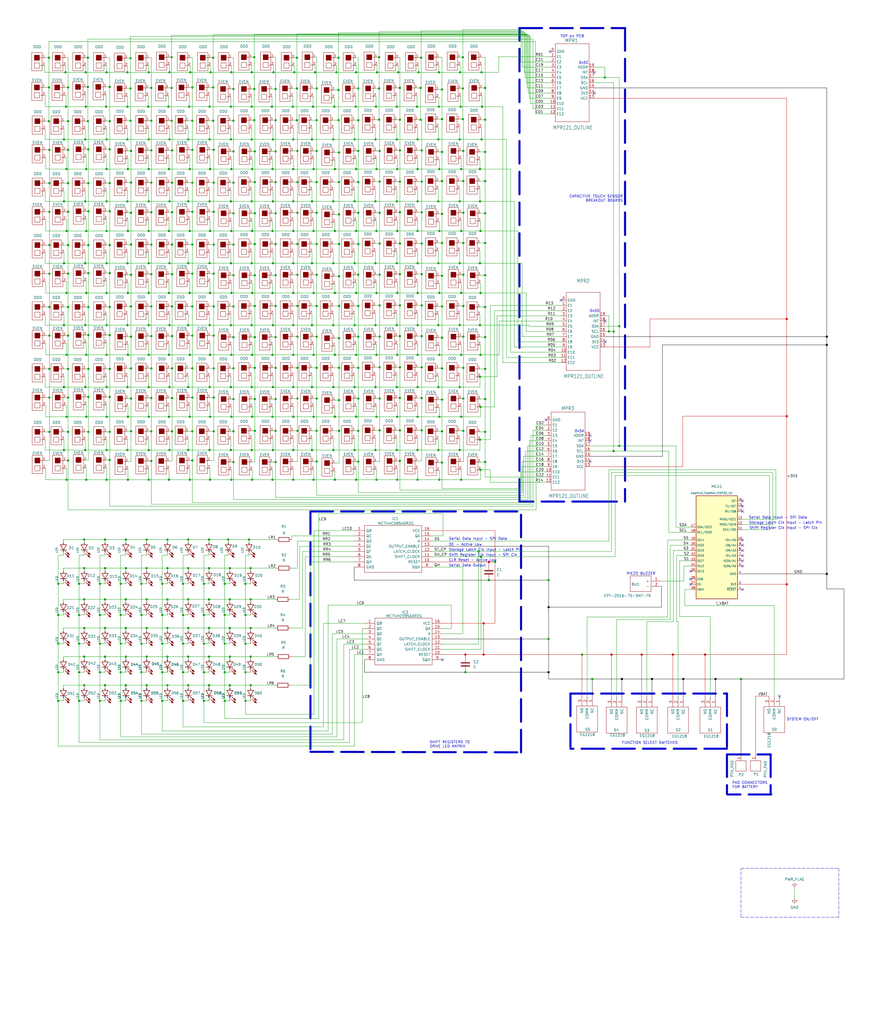
<source format=kicad_sch>
(kicad_sch (version 20211123) (generator eeschema)

  (uuid 61d63f1b-dbdf-4e18-9e78-d70eac21ae65)

  (paper "User" 431.8 499.999)

  (lib_symbols
    (symbol "Device:C" (pin_numbers hide) (pin_names (offset 0.254)) (in_bom yes) (on_board yes)
      (property "Reference" "C" (id 0) (at 0.635 2.54 0)
        (effects (font (size 1.27 1.27)) (justify left))
      )
      (property "Value" "C" (id 1) (at 0.635 -2.54 0)
        (effects (font (size 1.27 1.27)) (justify left))
      )
      (property "Footprint" "" (id 2) (at 0.9652 -3.81 0)
        (effects (font (size 1.27 1.27)) hide)
      )
      (property "Datasheet" "~" (id 3) (at 0 0 0)
        (effects (font (size 1.27 1.27)) hide)
      )
      (property "ki_keywords" "cap capacitor" (id 4) (at 0 0 0)
        (effects (font (size 1.27 1.27)) hide)
      )
      (property "ki_description" "Unpolarized capacitor" (id 5) (at 0 0 0)
        (effects (font (size 1.27 1.27)) hide)
      )
      (property "ki_fp_filters" "C_*" (id 6) (at 0 0 0)
        (effects (font (size 1.27 1.27)) hide)
      )
      (symbol "C_0_1"
        (polyline
          (pts
            (xy -2.032 -0.762)
            (xy 2.032 -0.762)
          )
          (stroke (width 0.508) (type default) (color 0 0 0 0))
          (fill (type none))
        )
        (polyline
          (pts
            (xy -2.032 0.762)
            (xy 2.032 0.762)
          )
          (stroke (width 0.508) (type default) (color 0 0 0 0))
          (fill (type none))
        )
      )
      (symbol "C_1_1"
        (pin passive line (at 0 3.81 270) (length 2.794)
          (name "~" (effects (font (size 1.27 1.27))))
          (number "1" (effects (font (size 1.27 1.27))))
        )
        (pin passive line (at 0 -3.81 90) (length 2.794)
          (name "~" (effects (font (size 1.27 1.27))))
          (number "2" (effects (font (size 1.27 1.27))))
        )
      )
    )
    (symbol "Device:R" (pin_numbers hide) (pin_names (offset 0)) (in_bom yes) (on_board yes)
      (property "Reference" "R" (id 0) (at 2.032 0 90)
        (effects (font (size 1.27 1.27)))
      )
      (property "Value" "R" (id 1) (at 0 0 90)
        (effects (font (size 1.27 1.27)))
      )
      (property "Footprint" "" (id 2) (at -1.778 0 90)
        (effects (font (size 1.27 1.27)) hide)
      )
      (property "Datasheet" "~" (id 3) (at 0 0 0)
        (effects (font (size 1.27 1.27)) hide)
      )
      (property "ki_keywords" "R res resistor" (id 4) (at 0 0 0)
        (effects (font (size 1.27 1.27)) hide)
      )
      (property "ki_description" "Resistor" (id 5) (at 0 0 0)
        (effects (font (size 1.27 1.27)) hide)
      )
      (property "ki_fp_filters" "R_*" (id 6) (at 0 0 0)
        (effects (font (size 1.27 1.27)) hide)
      )
      (symbol "R_0_1"
        (rectangle (start -1.016 -2.54) (end 1.016 2.54)
          (stroke (width 0.254) (type default) (color 0 0 0 0))
          (fill (type none))
        )
      )
      (symbol "R_1_1"
        (pin passive line (at 0 3.81 270) (length 1.27)
          (name "~" (effects (font (size 1.27 1.27))))
          (number "1" (effects (font (size 1.27 1.27))))
        )
        (pin passive line (at 0 -3.81 90) (length 1.27)
          (name "~" (effects (font (size 1.27 1.27))))
          (number "2" (effects (font (size 1.27 1.27))))
        )
      )
    )
    (symbol "MPR121_OUTLINE_1" (in_bom yes) (on_board yes)
      (property "Reference" "MPR" (id 0) (at -0.635 15.24 0)
        (effects (font (size 1.778 1.5113)) (justify left bottom))
      )
      (property "Value" "MPR121_OUTLINE_1" (id 1) (at -10.16 -22.86 0)
        (effects (font (size 1.778 1.5113)) (justify left bottom))
      )
      (property "Footprint" "letterboard-FOOTPRINT-library-v1.0:MPR121_OUTLINE_FOOTPRINT_SMD" (id 2) (at 5.08 21.59 0)
        (effects (font (size 1.27 1.27)) hide)
      )
      (property "Datasheet" "" (id 3) (at -3.81 0 0)
        (effects (font (size 1.27 1.27)) hide)
      )
      (symbol "MPR121_OUTLINE_1_1_0"
        (pin input line (at -11.43 15.24 0) (length 2.54)
          (name "GND" (effects (font (size 1.27 1.27))))
          (number "0" (effects (font (size 1.27 1.27))))
        )
        (pin input line (at -11.43 12.7 0) (length 2.54)
          (name "E1" (effects (font (size 1.27 1.27))))
          (number "1" (effects (font (size 1.27 1.27))))
        )
        (pin input line (at -11.43 -10.16 0) (length 2.54)
          (name "E10" (effects (font (size 1.27 1.27))))
          (number "10" (effects (font (size 1.27 1.27))))
        )
        (pin input line (at -11.43 -12.7 0) (length 2.54)
          (name "E11" (effects (font (size 1.27 1.27))))
          (number "11" (effects (font (size 1.27 1.27))))
        )
        (pin input line (at -11.43 -15.24 0) (length 2.54)
          (name "E12" (effects (font (size 1.27 1.27))))
          (number "12" (effects (font (size 1.27 1.27))))
        )
        (pin input line (at 10.16 -7.62 180) (length 2.54)
          (name "VCC" (effects (font (size 1.27 1.27))))
          (number "13" (effects (font (size 1.27 1.27))))
        )
        (pin input line (at 10.16 -5.08 180) (length 2.54)
          (name "3V3" (effects (font (size 1.27 1.27))))
          (number "14" (effects (font (size 1.27 1.27))))
        )
        (pin input line (at 10.16 -2.54 180) (length 2.54)
          (name "GND" (effects (font (size 1.27 1.27))))
          (number "15" (effects (font (size 1.27 1.27))))
        )
        (pin input line (at 10.16 0 180) (length 2.54)
          (name "SCL" (effects (font (size 1.27 1.27))))
          (number "16" (effects (font (size 1.27 1.27))))
        )
        (pin input line (at 10.16 2.54 180) (length 2.54)
          (name "SDA" (effects (font (size 1.27 1.27))))
          (number "17" (effects (font (size 1.27 1.27))))
        )
        (pin input line (at 10.16 5.08 180) (length 2.54)
          (name "INT" (effects (font (size 1.27 1.27))))
          (number "18" (effects (font (size 1.27 1.27))))
        )
        (pin input line (at 10.16 7.62 180) (length 2.54)
          (name "ADDR" (effects (font (size 1.27 1.27))))
          (number "19" (effects (font (size 1.27 1.27))))
        )
        (pin input line (at -11.43 10.16 0) (length 2.54)
          (name "E2" (effects (font (size 1.27 1.27))))
          (number "2" (effects (font (size 1.27 1.27))))
        )
        (pin input line (at -11.43 7.62 0) (length 2.54)
          (name "E3" (effects (font (size 1.27 1.27))))
          (number "3" (effects (font (size 1.27 1.27))))
        )
        (pin input line (at -11.43 5.08 0) (length 2.54)
          (name "E4" (effects (font (size 1.27 1.27))))
          (number "4" (effects (font (size 1.27 1.27))))
        )
        (pin input line (at -11.43 2.54 0) (length 2.54)
          (name "E5" (effects (font (size 1.27 1.27))))
          (number "5" (effects (font (size 1.27 1.27))))
        )
        (pin input line (at -11.43 0 0) (length 2.54)
          (name "E6" (effects (font (size 1.27 1.27))))
          (number "6" (effects (font (size 1.27 1.27))))
        )
        (pin input line (at -11.43 -2.54 0) (length 2.54)
          (name "E7" (effects (font (size 1.27 1.27))))
          (number "7" (effects (font (size 1.27 1.27))))
        )
        (pin input line (at -11.43 -5.08 0) (length 2.54)
          (name "E8" (effects (font (size 1.27 1.27))))
          (number "8" (effects (font (size 1.27 1.27))))
        )
        (pin input line (at -11.43 -7.62 0) (length 2.54)
          (name "E9" (effects (font (size 1.27 1.27))))
          (number "9" (effects (font (size 1.27 1.27))))
        )
      )
      (symbol "MPR121_OUTLINE_1_1_1"
        (rectangle (start -8.89 19.05) (end 7.62 -19.05)
          (stroke (width 0) (type default) (color 0 0 0 0))
          (fill (type none))
        )
      )
    )
    (symbol "MPR121_OUTLINE_2" (in_bom yes) (on_board yes)
      (property "Reference" "MPR" (id 0) (at -0.635 15.24 0)
        (effects (font (size 1.778 1.5113)) (justify left bottom))
      )
      (property "Value" "MPR121_OUTLINE_2" (id 1) (at -10.16 -22.86 0)
        (effects (font (size 1.778 1.5113)) (justify left bottom))
      )
      (property "Footprint" "letterboard-FOOTPRINT-library-v1.0:MPR121_OUTLINE_FOOTPRINT_SMD" (id 2) (at 5.08 21.59 0)
        (effects (font (size 1.27 1.27)) hide)
      )
      (property "Datasheet" "" (id 3) (at -3.81 0 0)
        (effects (font (size 1.27 1.27)) hide)
      )
      (symbol "MPR121_OUTLINE_2_1_0"
        (pin input line (at -11.43 15.24 0) (length 2.54)
          (name "GND" (effects (font (size 1.27 1.27))))
          (number "0" (effects (font (size 1.27 1.27))))
        )
        (pin input line (at -11.43 12.7 0) (length 2.54)
          (name "E1" (effects (font (size 1.27 1.27))))
          (number "1" (effects (font (size 1.27 1.27))))
        )
        (pin input line (at -11.43 -10.16 0) (length 2.54)
          (name "E10" (effects (font (size 1.27 1.27))))
          (number "10" (effects (font (size 1.27 1.27))))
        )
        (pin input line (at -11.43 -12.7 0) (length 2.54)
          (name "E11" (effects (font (size 1.27 1.27))))
          (number "11" (effects (font (size 1.27 1.27))))
        )
        (pin input line (at -11.43 -15.24 0) (length 2.54)
          (name "E12" (effects (font (size 1.27 1.27))))
          (number "12" (effects (font (size 1.27 1.27))))
        )
        (pin input line (at 10.16 -7.62 180) (length 2.54)
          (name "VCC" (effects (font (size 1.27 1.27))))
          (number "13" (effects (font (size 1.27 1.27))))
        )
        (pin input line (at 10.16 -5.08 180) (length 2.54)
          (name "3V3" (effects (font (size 1.27 1.27))))
          (number "14" (effects (font (size 1.27 1.27))))
        )
        (pin input line (at 10.16 -2.54 180) (length 2.54)
          (name "GND" (effects (font (size 1.27 1.27))))
          (number "15" (effects (font (size 1.27 1.27))))
        )
        (pin input line (at 10.16 0 180) (length 2.54)
          (name "SCL" (effects (font (size 1.27 1.27))))
          (number "16" (effects (font (size 1.27 1.27))))
        )
        (pin input line (at 10.16 2.54 180) (length 2.54)
          (name "SDA" (effects (font (size 1.27 1.27))))
          (number "17" (effects (font (size 1.27 1.27))))
        )
        (pin input line (at 10.16 5.08 180) (length 2.54)
          (name "INT" (effects (font (size 1.27 1.27))))
          (number "18" (effects (font (size 1.27 1.27))))
        )
        (pin input line (at 10.16 7.62 180) (length 2.54)
          (name "ADDR" (effects (font (size 1.27 1.27))))
          (number "19" (effects (font (size 1.27 1.27))))
        )
        (pin input line (at -11.43 10.16 0) (length 2.54)
          (name "E2" (effects (font (size 1.27 1.27))))
          (number "2" (effects (font (size 1.27 1.27))))
        )
        (pin input line (at -11.43 7.62 0) (length 2.54)
          (name "E3" (effects (font (size 1.27 1.27))))
          (number "3" (effects (font (size 1.27 1.27))))
        )
        (pin input line (at -11.43 5.08 0) (length 2.54)
          (name "E4" (effects (font (size 1.27 1.27))))
          (number "4" (effects (font (size 1.27 1.27))))
        )
        (pin input line (at -11.43 2.54 0) (length 2.54)
          (name "E5" (effects (font (size 1.27 1.27))))
          (number "5" (effects (font (size 1.27 1.27))))
        )
        (pin input line (at -11.43 0 0) (length 2.54)
          (name "E6" (effects (font (size 1.27 1.27))))
          (number "6" (effects (font (size 1.27 1.27))))
        )
        (pin input line (at -11.43 -2.54 0) (length 2.54)
          (name "E7" (effects (font (size 1.27 1.27))))
          (number "7" (effects (font (size 1.27 1.27))))
        )
        (pin input line (at -11.43 -5.08 0) (length 2.54)
          (name "E8" (effects (font (size 1.27 1.27))))
          (number "8" (effects (font (size 1.27 1.27))))
        )
        (pin input line (at -11.43 -7.62 0) (length 2.54)
          (name "E9" (effects (font (size 1.27 1.27))))
          (number "9" (effects (font (size 1.27 1.27))))
        )
      )
      (symbol "MPR121_OUTLINE_2_1_1"
        (rectangle (start -8.89 19.05) (end 7.62 -19.05)
          (stroke (width 0) (type default) (color 0 0 0 0))
          (fill (type none))
        )
      )
    )
    (symbol "letterboard-symbols-library-v1.0:Adafruit_Feather_ESP32_V2" (pin_names (offset 0.5)) (in_bom yes) (on_board yes)
      (property "Reference" "MCU" (id 0) (at 3.7338 -18.9992 0)
        (effects (font (size 1.27 1.27)) (justify left))
      )
      (property "Value" "Adafruit_Feather_ESP32_V2" (id 1) (at -7.7724 -21.6662 0)
        (effects (font (size 1 1)) (justify left))
      )
      (property "Footprint" "letterboard-FOOTPRINT-library-v1.0:Adafruit_Feather_ESP32_V2" (id 2) (at -8.4074 -24.003 0)
        (effects (font (size 1 1)) (justify left) hide)
      )
      (property "Datasheet" "" (id 3) (at 31.115 -15.494 0)
        (effects (font (size 1.27 1.27)) hide)
      )
      (symbol "Adafruit_Feather_ESP32_V2_0_1"
        (rectangle (start -10.16 30) (end 10 -20.32)
          (stroke (width 0.254) (type default) (color 0 0 0 0))
          (fill (type background))
        )
      )
      (symbol "Adafruit_Feather_ESP32_V2_1_1"
        (pin input line (at -12.7 25.4 0) (length 2.54)
          (name "~{RESET}" (effects (font (size 1 1))))
          (number "1" (effects (font (size 1 1))))
        )
        (pin bidirectional line (at -12.7 1.27 0) (length 2.54)
          (name "IO4/A5" (effects (font (size 1 1))))
          (number "10" (effects (font (size 1 1))))
        )
        (pin bidirectional line (at -12.7 -3.81 0) (length 2.54)
          (name "SCK/IO5" (effects (font (size 1 1))))
          (number "11" (effects (font (size 1 1))))
        )
        (pin bidirectional line (at -12.7 -6.35 0) (length 2.54)
          (name "MOSI/IO19" (effects (font (size 1 1))))
          (number "12" (effects (font (size 1 1))))
        )
        (pin bidirectional line (at -12.7 -8.89 0) (length 2.54)
          (name "MISO/IO21" (effects (font (size 1 1))))
          (number "13" (effects (font (size 1 1))))
        )
        (pin bidirectional line (at -12.7 -12.7 0) (length 2.54)
          (name "RX/IO8" (effects (font (size 1 1))))
          (number "14" (effects (font (size 1 1))))
        )
        (pin bidirectional line (at -12.7 -15.24 0) (length 2.54)
          (name "TX/IO7" (effects (font (size 1 1))))
          (number "15" (effects (font (size 1 1))))
        )
        (pin input line (at -12.7 -17.78 0) (length 2.54)
          (name "I37" (effects (font (size 1 1))))
          (number "16" (effects (font (size 1 1))))
        )
        (pin bidirectional line (at 12.7 -5.08 180) (length 2.54)
          (name "SDA/IO22" (effects (font (size 1 1))))
          (number "17" (effects (font (size 1 1))))
        )
        (pin bidirectional line (at 12.7 -2.54 180) (length 2.54)
          (name "SCL/IO20" (effects (font (size 1 1))))
          (number "18" (effects (font (size 1 1))))
        )
        (pin bidirectional line (at 12.7 1.27 180) (length 2.54)
          (name "IO14" (effects (font (size 1 1))))
          (number "19" (effects (font (size 1 1))))
        )
        (pin power_out line (at -12.7 22.86 0) (length 2.54)
          (name "3V3" (effects (font (size 1 1))))
          (number "2" (effects (font (size 1 1))))
        )
        (pin bidirectional line (at 12.7 3.81 180) (length 2.54)
          (name "IO32" (effects (font (size 1 1))))
          (number "20" (effects (font (size 1 1))))
        )
        (pin bidirectional line (at 12.7 6.35 180) (length 2.54)
          (name "IO15" (effects (font (size 1 1))))
          (number "21" (effects (font (size 1 1))))
        )
        (pin bidirectional line (at 12.7 8.89 180) (length 2.54)
          (name "IO33" (effects (font (size 1 1))))
          (number "22" (effects (font (size 1 1))))
        )
        (pin bidirectional line (at 12.7 11.43 180) (length 2.54)
          (name "IO27" (effects (font (size 1 1))))
          (number "23" (effects (font (size 1 1))))
        )
        (pin bidirectional line (at 12.7 13.97 180) (length 2.54)
          (name "IO12" (effects (font (size 1 1))))
          (number "24" (effects (font (size 1 1))))
        )
        (pin bidirectional line (at 12.7 16.51 180) (length 2.54)
          (name "IO13" (effects (font (size 1 1))))
          (number "25" (effects (font (size 1 1))))
        )
        (pin power_in line (at 12.7 20.32 180) (length 2.54)
          (name "USB" (effects (font (size 1 1))))
          (number "26" (effects (font (size 1 1))))
        )
        (pin input line (at 12.7 22.86 180) (length 2.54)
          (name "EN" (effects (font (size 1 1))))
          (number "27" (effects (font (size 1 1))))
        )
        (pin input line (at 12.7 25.4 180) (length 2.54)
          (name "VBAT" (effects (font (size 1 1))))
          (number "28" (effects (font (size 1 1))))
        )
        (pin no_connect line (at -12.7 20.32 0) (length 2.54) hide
          (name "NC" (effects (font (size 1 1))))
          (number "3" (effects (font (size 1 1))))
        )
        (pin power_in line (at -12.7 17.78 0) (length 2.54)
          (name "GND" (effects (font (size 1 1))))
          (number "4" (effects (font (size 1 1))))
        )
        (pin bidirectional line (at -12.7 13.97 0) (length 2.54)
          (name "IO26/A0" (effects (font (size 1 1))))
          (number "5" (effects (font (size 1 1))))
        )
        (pin bidirectional line (at -12.7 11.43 0) (length 2.54)
          (name "IO25/A1" (effects (font (size 1 1))))
          (number "6" (effects (font (size 1 1))))
        )
        (pin input line (at -12.7 8.89 0) (length 2.54)
          (name "I34/A2" (effects (font (size 1 1))))
          (number "7" (effects (font (size 1 1))))
        )
        (pin input line (at -12.7 6.35 0) (length 2.54)
          (name "I39/A3" (effects (font (size 1 1))))
          (number "8" (effects (font (size 1 1))))
        )
        (pin input line (at -12.7 3.81 0) (length 2.54)
          (name "I36/A4" (effects (font (size 1 1))))
          (number "9" (effects (font (size 1 1))))
        )
      )
    )
    (symbol "letterboard-symbols-library-v1.0:CPT-2016-75-SMT-TR" (pin_names (offset 0.762)) (in_bom yes) (on_board yes)
      (property "Reference" "BU" (id 0) (at -1.27 8.89 0)
        (effects (font (size 1.27 1.27)) (justify left))
      )
      (property "Value" "CPT-2016-75-SMT-TR" (id 1) (at -10.16 6.35 0)
        (effects (font (size 1.27 1.27)) (justify left))
      )
      (property "Footprint" "letterboard-FOOTPRINT-library-v1.0:CPT201675SMTTR" (id 2) (at -15.24 -6.35 0)
        (effects (font (size 1.27 1.27)) (justify left) hide)
      )
      (property "Datasheet" "" (id 3) (at 6.35 1.27 0)
        (effects (font (size 1.27 1.27)) (justify left) hide)
      )
      (symbol "CPT-2016-75-SMT-TR_0_0"
        (pin passive line (at -10.16 -1.27 0) (length 5.08)
          (name "+" (effects (font (size 1.27 1.27))))
          (number "1" (effects (font (size 1.27 1.27))))
        )
        (pin passive line (at -10.16 1.27 0) (length 5.08)
          (name "-" (effects (font (size 1.27 1.27))))
          (number "2" (effects (font (size 1.27 1.27))))
        )
      )
      (symbol "CPT-2016-75-SMT-TR_0_1"
        (polyline
          (pts
            (xy -5.08 3.81)
            (xy 5.08 3.81)
            (xy 5.08 -3.81)
            (xy -5.08 -3.81)
            (xy -5.08 3.81)
          )
          (stroke (width 0.1524) (type default) (color 0 0 0 0))
          (fill (type none))
        )
      )
    )
    (symbol "letterboard-symbols-library-v1.0:EG1218" (pin_names (offset 0.762)) (in_bom yes) (on_board yes)
      (property "Reference" "S" (id 0) (at 10.16 5.08 0)
        (effects (font (size 1.27 1.27)) (justify left))
      )
      (property "Value" "EG1218" (id 1) (at 17.78 -5.08 0)
        (effects (font (size 1.27 1.27)) (justify left))
      )
      (property "Footprint" "letterboard-FOOTPRINT-library-v1.0:EG1218" (id 2) (at 17.78 -2.54 0)
        (effects (font (size 1.27 1.27)) (justify left) hide)
      )
      (property "Datasheet" "" (id 3) (at 19.05 0 0)
        (effects (font (size 1.27 1.27)) (justify left) hide)
      )
      (property "ki_description" "Slide Switches PC MNT 3 PIN SLIDE" (id 4) (at 0 0 0)
        (effects (font (size 1.27 1.27)) hide)
      )
      (symbol "EG1218_0_0"
        (pin passive line (at 0 0 0) (length 5.08)
          (name "NC" (effects (font (size 1.27 1.27))))
          (number "1" (effects (font (size 1.27 1.27))))
        )
        (pin output line (at 0 -2.54 0) (length 5.08)
          (name "COMM" (effects (font (size 1.27 1.27))))
          (number "2" (effects (font (size 1.27 1.27))))
        )
        (pin passive line (at 0 -5.08 0) (length 5.08)
          (name "NO" (effects (font (size 1.27 1.27))))
          (number "3" (effects (font (size 1.27 1.27))))
        )
      )
      (symbol "EG1218_0_1"
        (polyline
          (pts
            (xy 5.08 2.54)
            (xy 17.78 2.54)
            (xy 17.78 -7.62)
            (xy 5.08 -7.62)
            (xy 5.08 2.54)
          )
          (stroke (width 0.1524) (type default) (color 0 0 0 0))
          (fill (type none))
        )
      )
    )
    (symbol "letterboard-symbols-library-v1.0:EVEN" (in_bom yes) (on_board yes)
      (property "Reference" "ELEC" (id 0) (at -0.127 -8.001 0)
        (effects (font (size 1.27 1.27)) hide)
      )
      (property "Value" "EVEN" (id 1) (at 0 5.08 0)
        (effects (font (size 1.27 1.27)))
      )
      (property "Footprint" "letterboard-FOOTPRINT-library-v1.0:TOUCH_ELECTRODE_BASE_EVEN" (id 2) (at 0 0 0)
        (effects (font (size 1.27 1.27)) hide)
      )
      (property "Datasheet" "" (id 3) (at 0 0 0)
        (effects (font (size 1.27 1.27)) hide)
      )
      (symbol "EVEN_0_1"
        (rectangle (start -2.54 3.81) (end 2.54 -5.08)
          (stroke (width 0) (type default) (color 0 0 0 0))
          (fill (type none))
        )
        (rectangle (start -1.27 -1.27) (end 1.27 -3.81)
          (stroke (width 0) (type default) (color 0 0 0 0))
          (fill (type none))
        )
        (rectangle (start -1.27 2.54) (end 1.27 0)
          (stroke (width 0) (type default) (color 0 0 0 0))
          (fill (type outline))
        )
        (polyline
          (pts
            (xy 2.794 -2.54)
            (xy 1.778 -2.54)
          )
          (stroke (width 0) (type default) (color 0 0 0 0))
          (fill (type none))
        )
        (polyline
          (pts
            (xy 2.794 1.27)
            (xy 1.27 1.27)
          )
          (stroke (width 0) (type default) (color 0 0 0 0))
          (fill (type none))
        )
      )
      (symbol "EVEN_1_1"
        (pin passive line (at 3.81 1.27 180) (length 1)
          (name "TE1" (effects (font (size 0 0))))
          (number "1" (effects (font (size 1 1))))
        )
        (pin passive line (at 3.81 -2.54 180) (length 1)
          (name "TE2" (effects (font (size 0 0))))
          (number "2" (effects (font (size 1 1))))
        )
      )
    )
    (symbol "letterboard-symbols-library-v1.0:LED" (pin_numbers hide) (pin_names (offset -1)) (in_bom yes) (on_board yes)
      (property "Reference" "D" (id 0) (at -2.54 3.175 0)
        (effects (font (size 1.27 1.27)) (justify left bottom))
      )
      (property "Value" "LED" (id 1) (at -1.27 -3.81 0)
        (effects (font (size 1 1)) (justify left bottom))
      )
      (property "Footprint" "letterboard-FOOTPRINT-library-v1.0:R_LED_1204" (id 2) (at -12.065 -10.795 0)
        (effects (font (size 1.27 1.27)) (justify left bottom) hide)
      )
      (property "Datasheet" "" (id 3) (at 3.81 1.27 0)
        (effects (font (size 1.27 1.27)) (justify left bottom) hide)
      )
      (symbol "LED_0_0"
        (polyline
          (pts
            (xy -2.54 -1.524)
            (xy 0 0)
          )
          (stroke (width 0.254) (type default) (color 0 0 0 0))
          (fill (type none))
        )
        (polyline
          (pts
            (xy -2.54 0)
            (xy -2.54 -1.524)
          )
          (stroke (width 0.254) (type default) (color 0 0 0 0))
          (fill (type none))
        )
        (polyline
          (pts
            (xy -2.54 1.524)
            (xy -2.54 0)
          )
          (stroke (width 0.254) (type default) (color 0 0 0 0))
          (fill (type none))
        )
        (polyline
          (pts
            (xy 0 0)
            (xy -2.54 1.524)
          )
          (stroke (width 0.254) (type default) (color 0 0 0 0))
          (fill (type none))
        )
        (polyline
          (pts
            (xy 0 1.524)
            (xy 0 -1.524)
          )
          (stroke (width 0.254) (type default) (color 0 0 0 0))
          (fill (type none))
        )
        (polyline
          (pts
            (xy 1.4224 2.413)
            (xy 2.3114 2.8956)
          )
          (stroke (width 0.254) (type default) (color 0 0 0 0))
          (fill (type none))
        )
        (polyline
          (pts
            (xy 1.6002 2.3368)
            (xy 1.8288 2.4892)
          )
          (stroke (width 0.254) (type default) (color 0 0 0 0))
          (fill (type none))
        )
        (polyline
          (pts
            (xy 1.9812 1.9304)
            (xy 1.4224 2.413)
          )
          (stroke (width 0.254) (type default) (color 0 0 0 0))
          (fill (type none))
        )
        (polyline
          (pts
            (xy 1.9812 1.9304)
            (xy 2.0066 2.667)
          )
          (stroke (width 0.254) (type default) (color 0 0 0 0))
          (fill (type none))
        )
        (polyline
          (pts
            (xy 2.0066 2.667)
            (xy 1.8796 2.667)
          )
          (stroke (width 0.254) (type default) (color 0 0 0 0))
          (fill (type none))
        )
        (polyline
          (pts
            (xy 2.3114 2.8956)
            (xy 0.5334 0.8636)
          )
          (stroke (width 0.254) (type default) (color 0 0 0 0))
          (fill (type none))
        )
        (polyline
          (pts
            (xy 2.3114 2.8956)
            (xy 1.9812 1.9304)
          )
          (stroke (width 0.254) (type default) (color 0 0 0 0))
          (fill (type none))
        )
        (polyline
          (pts
            (xy 2.667 2.3114)
            (xy 3.556 2.794)
          )
          (stroke (width 0.254) (type default) (color 0 0 0 0))
          (fill (type none))
        )
        (polyline
          (pts
            (xy 2.8448 2.2352)
            (xy 3.0734 2.3876)
          )
          (stroke (width 0.254) (type default) (color 0 0 0 0))
          (fill (type none))
        )
        (polyline
          (pts
            (xy 3.2258 1.8288)
            (xy 2.667 2.3114)
          )
          (stroke (width 0.254) (type default) (color 0 0 0 0))
          (fill (type none))
        )
        (polyline
          (pts
            (xy 3.2258 1.8288)
            (xy 3.2512 2.5654)
          )
          (stroke (width 0.254) (type default) (color 0 0 0 0))
          (fill (type none))
        )
        (polyline
          (pts
            (xy 3.2512 2.5654)
            (xy 3.1242 2.5654)
          )
          (stroke (width 0.254) (type default) (color 0 0 0 0))
          (fill (type none))
        )
        (polyline
          (pts
            (xy 3.556 2.794)
            (xy 1.778 0.762)
          )
          (stroke (width 0.254) (type default) (color 0 0 0 0))
          (fill (type none))
        )
        (polyline
          (pts
            (xy 3.556 2.794)
            (xy 3.2258 1.8288)
          )
          (stroke (width 0.254) (type default) (color 0 0 0 0))
          (fill (type none))
        )
        (pin passive line (at -5.08 0 0) (length 2.54)
          (name "A" (effects (font (size 0.6 0.6))))
          (number "1" (effects (font (size 0.6 0.6))))
        )
        (pin passive line (at 2.54 0 180) (length 2.54)
          (name "C" (effects (font (size 0.6 0.6))))
          (number "2" (effects (font (size 0.6 0.6))))
        )
      )
    )
    (symbol "letterboard-symbols-library-v1.0:MC74HC595ADR2G" (pin_names (offset 0.762)) (in_bom yes) (on_board yes)
      (property "Reference" "IC" (id 0) (at 13.97 15.24 0)
        (effects (font (size 1.27 1.27)) (justify left))
      )
      (property "Value" "MC74HC595ADR2G" (id 1) (at 13.97 12.7 0)
        (effects (font (size 1.27 1.27)) (justify left))
      )
      (property "Footprint" "SOIC127P600X175-16N" (id 2) (at -12.7 -15.24 0)
        (effects (font (size 1.27 1.27)) (justify left) hide)
      )
      (property "Datasheet" "" (id 3) (at -15.24 -15.24 0)
        (effects (font (size 1.27 1.27)) (justify left) hide)
      )
      (symbol "MC74HC595ADR2G_0_0"
        (pin passive line (at -20.32 7.62 0) (length 5.08)
          (name "QB" (effects (font (size 1.27 1.27))))
          (number "1" (effects (font (size 1.27 1.27))))
        )
        (pin passive line (at 17.78 -7.62 180) (length 5.08)
          (name "RESET" (effects (font (size 1.27 1.27))))
          (number "10" (effects (font (size 1.27 1.27))))
        )
        (pin input line (at 17.78 -5.08 180) (length 5.08)
          (name "SHIFT_CLOCK" (effects (font (size 1.27 1.27))))
          (number "11" (effects (font (size 1.27 1.27))))
        )
        (pin input line (at 17.78 -2.54 180) (length 5.08)
          (name "LATCH_CLOCK" (effects (font (size 1.27 1.27))))
          (number "12" (effects (font (size 1.27 1.27))))
        )
        (pin passive line (at 17.78 0 180) (length 5.08)
          (name "OUTPUT_ENABLE" (effects (font (size 1.27 1.27))))
          (number "13" (effects (font (size 1.27 1.27))))
        )
        (pin passive line (at 17.78 2.54 180) (length 5.08)
          (name "A" (effects (font (size 1.27 1.27))))
          (number "14" (effects (font (size 1.27 1.27))))
        )
        (pin passive line (at 17.78 5.08 180) (length 5.08)
          (name "QA" (effects (font (size 1.27 1.27))))
          (number "15" (effects (font (size 1.27 1.27))))
        )
        (pin power_in line (at 17.78 7.62 180) (length 5.08)
          (name "VCC" (effects (font (size 1.27 1.27))))
          (number "16" (effects (font (size 1.27 1.27))))
        )
        (pin passive line (at -20.32 5.08 0) (length 5.08)
          (name "QC" (effects (font (size 1.27 1.27))))
          (number "2" (effects (font (size 1.27 1.27))))
        )
        (pin passive line (at -20.32 2.54 0) (length 5.08)
          (name "QD" (effects (font (size 1.27 1.27))))
          (number "3" (effects (font (size 1.27 1.27))))
        )
        (pin passive line (at -20.32 0 0) (length 5.08)
          (name "QE" (effects (font (size 1.27 1.27))))
          (number "4" (effects (font (size 1.27 1.27))))
        )
        (pin passive line (at -20.32 -2.54 0) (length 5.08)
          (name "QF" (effects (font (size 1.27 1.27))))
          (number "5" (effects (font (size 1.27 1.27))))
        )
        (pin passive line (at -20.32 -5.08 0) (length 5.08)
          (name "QG" (effects (font (size 1.27 1.27))))
          (number "6" (effects (font (size 1.27 1.27))))
        )
        (pin passive line (at -20.32 -7.62 0) (length 5.08)
          (name "QH" (effects (font (size 1.27 1.27))))
          (number "7" (effects (font (size 1.27 1.27))))
        )
        (pin power_in line (at -20.32 -10.16 0) (length 5.08)
          (name "GND" (effects (font (size 1.27 1.27))))
          (number "8" (effects (font (size 1.27 1.27))))
        )
        (pin passive line (at 17.78 -10.16 180) (length 5.08)
          (name "SQH" (effects (font (size 1.27 1.27))))
          (number "9" (effects (font (size 1.27 1.27))))
        )
      )
      (symbol "MC74HC595ADR2G_0_1"
        (polyline
          (pts
            (xy -15.24 10.16)
            (xy 12.7 10.16)
            (xy 12.7 -12.7)
            (xy -15.24 -12.7)
            (xy -15.24 10.16)
          )
          (stroke (width 0.1524) (type default) (color 0 0 0 0))
          (fill (type none))
        )
      )
    )
    (symbol "letterboard-symbols-library-v1.0:MPR121_OUTLINE" (in_bom yes) (on_board yes)
      (property "Reference" "MPR" (id 0) (at -0.635 15.24 0)
        (effects (font (size 1.778 1.5113)) (justify left bottom))
      )
      (property "Value" "MPR121_OUTLINE" (id 1) (at -10.16 -22.86 0)
        (effects (font (size 1.778 1.5113)) (justify left bottom))
      )
      (property "Footprint" "letterboard-FOOTPRINT-library-v1.0:MPR121_OUTLINE_FOOTPRINT_SMD" (id 2) (at 5.08 21.59 0)
        (effects (font (size 1.27 1.27)) hide)
      )
      (property "Datasheet" "" (id 3) (at -3.81 0 0)
        (effects (font (size 1.27 1.27)) hide)
      )
      (symbol "MPR121_OUTLINE_1_0"
        (pin input line (at -11.43 15.24 0) (length 2.54)
          (name "GND" (effects (font (size 1.27 1.27))))
          (number "0" (effects (font (size 1.27 1.27))))
        )
        (pin input line (at -11.43 12.7 0) (length 2.54)
          (name "E1" (effects (font (size 1.27 1.27))))
          (number "1" (effects (font (size 1.27 1.27))))
        )
        (pin input line (at -11.43 -10.16 0) (length 2.54)
          (name "E10" (effects (font (size 1.27 1.27))))
          (number "10" (effects (font (size 1.27 1.27))))
        )
        (pin input line (at -11.43 -12.7 0) (length 2.54)
          (name "E11" (effects (font (size 1.27 1.27))))
          (number "11" (effects (font (size 1.27 1.27))))
        )
        (pin input line (at -11.43 -15.24 0) (length 2.54)
          (name "E12" (effects (font (size 1.27 1.27))))
          (number "12" (effects (font (size 1.27 1.27))))
        )
        (pin input line (at 10.16 -7.62 180) (length 2.54)
          (name "VCC" (effects (font (size 1.27 1.27))))
          (number "13" (effects (font (size 1.27 1.27))))
        )
        (pin input line (at 10.16 -5.08 180) (length 2.54)
          (name "3V3" (effects (font (size 1.27 1.27))))
          (number "14" (effects (font (size 1.27 1.27))))
        )
        (pin input line (at 10.16 -2.54 180) (length 2.54)
          (name "GND" (effects (font (size 1.27 1.27))))
          (number "15" (effects (font (size 1.27 1.27))))
        )
        (pin input line (at 10.16 0 180) (length 2.54)
          (name "SCL" (effects (font (size 1.27 1.27))))
          (number "16" (effects (font (size 1.27 1.27))))
        )
        (pin input line (at 10.16 2.54 180) (length 2.54)
          (name "SDA" (effects (font (size 1.27 1.27))))
          (number "17" (effects (font (size 1.27 1.27))))
        )
        (pin input line (at 10.16 5.08 180) (length 2.54)
          (name "INT" (effects (font (size 1.27 1.27))))
          (number "18" (effects (font (size 1.27 1.27))))
        )
        (pin input line (at 10.16 7.62 180) (length 2.54)
          (name "ADDR" (effects (font (size 1.27 1.27))))
          (number "19" (effects (font (size 1.27 1.27))))
        )
        (pin input line (at -11.43 10.16 0) (length 2.54)
          (name "E2" (effects (font (size 1.27 1.27))))
          (number "2" (effects (font (size 1.27 1.27))))
        )
        (pin input line (at -11.43 7.62 0) (length 2.54)
          (name "E3" (effects (font (size 1.27 1.27))))
          (number "3" (effects (font (size 1.27 1.27))))
        )
        (pin input line (at -11.43 5.08 0) (length 2.54)
          (name "E4" (effects (font (size 1.27 1.27))))
          (number "4" (effects (font (size 1.27 1.27))))
        )
        (pin input line (at -11.43 2.54 0) (length 2.54)
          (name "E5" (effects (font (size 1.27 1.27))))
          (number "5" (effects (font (size 1.27 1.27))))
        )
        (pin input line (at -11.43 0 0) (length 2.54)
          (name "E6" (effects (font (size 1.27 1.27))))
          (number "6" (effects (font (size 1.27 1.27))))
        )
        (pin input line (at -11.43 -2.54 0) (length 2.54)
          (name "E7" (effects (font (size 1.27 1.27))))
          (number "7" (effects (font (size 1.27 1.27))))
        )
        (pin input line (at -11.43 -5.08 0) (length 2.54)
          (name "E8" (effects (font (size 1.27 1.27))))
          (number "8" (effects (font (size 1.27 1.27))))
        )
        (pin input line (at -11.43 -7.62 0) (length 2.54)
          (name "E9" (effects (font (size 1.27 1.27))))
          (number "9" (effects (font (size 1.27 1.27))))
        )
      )
      (symbol "MPR121_OUTLINE_1_1"
        (rectangle (start -8.89 19.05) (end 7.62 -19.05)
          (stroke (width 0) (type default) (color 0 0 0 0))
          (fill (type none))
        )
      )
    )
    (symbol "letterboard-symbols-library-v1.0:ODD" (in_bom no) (on_board yes)
      (property "Reference" "ELEC" (id 0) (at -0.127 -8.001 0)
        (effects (font (size 1.27 1.27)) hide)
      )
      (property "Value" "ODD" (id 1) (at 0 5.08 0)
        (effects (font (size 1.27 1.27)))
      )
      (property "Footprint" "letterboard-FOOTPRINT-library-v1.0:TOUCH_ELECTRODE_BASE_ODD" (id 2) (at 0 0 0)
        (effects (font (size 1.27 1.27)) hide)
      )
      (property "Datasheet" "" (id 3) (at 0 0 0)
        (effects (font (size 1.27 1.27)) hide)
      )
      (symbol "ODD_0_1"
        (rectangle (start -2.54 3.81) (end 2.54 -5.08)
          (stroke (width 0) (type default) (color 0 0 0 0))
          (fill (type none))
        )
        (rectangle (start -1.27 -1.27) (end 1.27 -3.81)
          (stroke (width 0) (type default) (color 0 0 0 0))
          (fill (type none))
        )
        (rectangle (start -1.27 2.54) (end 1.27 0)
          (stroke (width 0) (type default) (color 0 0 0 0))
          (fill (type outline))
        )
        (polyline
          (pts
            (xy 2.794 -2.54)
            (xy 1.778 -2.54)
          )
          (stroke (width 0) (type default) (color 0 0 0 0))
          (fill (type none))
        )
        (polyline
          (pts
            (xy 2.794 1.27)
            (xy 1.27 1.27)
          )
          (stroke (width 0) (type default) (color 0 0 0 0))
          (fill (type none))
        )
      )
      (symbol "ODD_1_1"
        (pin passive line (at 3.81 1.27 180) (length 1)
          (name "TE1" (effects (font (size 0 0))))
          (number "1" (effects (font (size 1 1))))
        )
        (pin passive line (at 3.81 -2.54 180) (length 1)
          (name "TE2" (effects (font (size 0 0))))
          (number "2" (effects (font (size 1 1))))
        )
      )
    )
    (symbol "letterboard-symbols-library-v1.0:PTH_PAD" (in_bom yes) (on_board yes)
      (property "Reference" "P" (id 0) (at 0 6.35 0)
        (effects (font (size 1.27 1.27)))
      )
      (property "Value" "PTH_PAD" (id 1) (at 0 5.08 0)
        (effects (font (size 1.27 1.27)))
      )
      (property "Footprint" "letterboard-FOOTPRINT-library-v1.0:PTH_Pad" (id 2) (at 0 2.54 0)
        (effects (font (size 1.27 1.27)) hide)
      )
      (property "Datasheet" "" (id 3) (at 0 2.54 0)
        (effects (font (size 1.27 1.27)) hide)
      )
      (symbol "PTH_PAD_0_1"
        (rectangle (start -2.54 2.54) (end 2.54 -2.54)
          (stroke (width 0) (type default) (color 0 0 0 0))
          (fill (type none))
        )
      )
      (symbol "PTH_PAD_1_1"
        (pin passive line (at -5.08 0 0) (length 2.54)
          (name "" (effects (font (size 1.27 1.27))))
          (number "1" (effects (font (size 1.27 1.27))))
        )
      )
    )
    (symbol "power:GND" (power) (pin_names (offset 0)) (in_bom yes) (on_board yes)
      (property "Reference" "#PWR" (id 0) (at 0 -6.35 0)
        (effects (font (size 1.27 1.27)) hide)
      )
      (property "Value" "GND" (id 1) (at 0 -3.81 0)
        (effects (font (size 1.27 1.27)))
      )
      (property "Footprint" "" (id 2) (at 0 0 0)
        (effects (font (size 1.27 1.27)) hide)
      )
      (property "Datasheet" "" (id 3) (at 0 0 0)
        (effects (font (size 1.27 1.27)) hide)
      )
      (property "ki_keywords" "power-flag" (id 4) (at 0 0 0)
        (effects (font (size 1.27 1.27)) hide)
      )
      (property "ki_description" "Power symbol creates a global label with name \"GND\" , ground" (id 5) (at 0 0 0)
        (effects (font (size 1.27 1.27)) hide)
      )
      (symbol "GND_0_1"
        (polyline
          (pts
            (xy 0 0)
            (xy 0 -1.27)
            (xy 1.27 -1.27)
            (xy 0 -2.54)
            (xy -1.27 -1.27)
            (xy 0 -1.27)
          )
          (stroke (width 0) (type default) (color 0 0 0 0))
          (fill (type none))
        )
      )
      (symbol "GND_1_1"
        (pin power_in line (at 0 0 270) (length 0) hide
          (name "GND" (effects (font (size 1.27 1.27))))
          (number "1" (effects (font (size 1.27 1.27))))
        )
      )
    )
    (symbol "power:PWR_FLAG" (power) (pin_numbers hide) (pin_names (offset 0) hide) (in_bom yes) (on_board yes)
      (property "Reference" "#FLG" (id 0) (at 0 1.905 0)
        (effects (font (size 1.27 1.27)) hide)
      )
      (property "Value" "PWR_FLAG" (id 1) (at 0 3.81 0)
        (effects (font (size 1.27 1.27)))
      )
      (property "Footprint" "" (id 2) (at 0 0 0)
        (effects (font (size 1.27 1.27)) hide)
      )
      (property "Datasheet" "~" (id 3) (at 0 0 0)
        (effects (font (size 1.27 1.27)) hide)
      )
      (property "ki_keywords" "power-flag" (id 4) (at 0 0 0)
        (effects (font (size 1.27 1.27)) hide)
      )
      (property "ki_description" "Special symbol for telling ERC where power comes from" (id 5) (at 0 0 0)
        (effects (font (size 1.27 1.27)) hide)
      )
      (symbol "PWR_FLAG_0_0"
        (pin power_out line (at 0 0 90) (length 0)
          (name "pwr" (effects (font (size 1.27 1.27))))
          (number "1" (effects (font (size 1.27 1.27))))
        )
      )
      (symbol "PWR_FLAG_0_1"
        (polyline
          (pts
            (xy 0 0)
            (xy 0 1.27)
            (xy -1.016 1.905)
            (xy 0 2.54)
            (xy 1.016 1.905)
            (xy 0 1.27)
          )
          (stroke (width 0) (type default) (color 0 0 0 0))
          (fill (type none))
        )
      )
    )
  )

  (junction (at 73.914 133.858) (diameter 0) (color 0 0 0 0)
    (uuid 00074e33-34a2-401f-9172-43240616ed64)
  )
  (junction (at 145.034 43.18) (diameter 0) (color 0 0 0 0)
    (uuid 0015777e-cf5d-4c70-8d23-a6445fb792ea)
  )
  (junction (at 143.256 82.55) (diameter 0) (color 0 0 0 0)
    (uuid 009057f9-0018-41c2-9d4d-f601d5684c02)
  )
  (junction (at 24.13 133.604) (diameter 0) (color 0 0 0 0)
    (uuid 00fcbb07-8d7a-4d05-a79e-c6f95243d545)
  )
  (junction (at 61.468 292.608) (diameter 0) (color 0 0 0 0)
    (uuid 0111b4d0-1cd8-488d-a2bd-db70c40e2913)
  )
  (junction (at 349.504 331.47) (diameter 0) (color 0 0 0 1)
    (uuid 02114e6e-201e-4114-8ef5-b774aca577d3)
  )
  (junction (at 194.056 143.002) (diameter 0) (color 0 0 0 0)
    (uuid 03f21629-4eba-4080-9d47-83b55360a066)
  )
  (junction (at 84.074 73.406) (diameter 0) (color 0 0 0 0)
    (uuid 0529337d-b349-4927-a5ae-24d1931c8e1a)
  )
  (junction (at 72.644 112.776) (diameter 0) (color 0 0 0 0)
    (uuid 062ff96a-1b80-4cee-9961-afd6ffc2f218)
  )
  (junction (at 93.98 73.152) (diameter 0) (color 0 0 0 0)
    (uuid 0686e5cc-4b6c-4c46-9f4f-5ea6d417eb46)
  )
  (junction (at 102.108 334.518) (diameter 0) (color 0 0 0 0)
    (uuid 079d5eca-f0df-4275-976d-2072aed9784f)
  )
  (junction (at 114.046 179.832) (diameter 0) (color 0 0 0 0)
    (uuid 07efc3cc-c688-45c9-b6b8-0ac2a9c6b7ac)
  )
  (junction (at 42.164 173.228) (diameter 0) (color 0 0 0 0)
    (uuid 089b105c-0d3f-406b-bf35-f297b187b39d)
  )
  (junction (at 195.326 58.42) (diameter 0) (color 0 0 0 0)
    (uuid 08b39350-6cc0-4d1d-8f29-e876f40d8aff)
  )
  (junction (at 82.55 203.454) (diameter 0) (color 0 0 0 0)
    (uuid 08d6c824-69ce-45f3-98ef-a3d607a08e3c)
  )
  (junction (at 133.35 128.524) (diameter 0) (color 0 0 0 0)
    (uuid 0914bdb7-b960-4333-9178-fbd8836476e6)
  )
  (junction (at 134.62 149.352) (diameter 0) (color 0 0 0 0)
    (uuid 095811ce-2833-45ad-97e6-1807e785282b)
  )
  (junction (at 31.242 158.75) (diameter 0) (color 0 0 0 0)
    (uuid 097207a5-5149-4f39-9946-c317c43f82de)
  )
  (junction (at 109.728 328.168) (diameter 0) (color 0 0 0 0)
    (uuid 09a14718-d4e2-4891-965d-d84ac0ac4d56)
  )
  (junction (at 175.006 225.298) (diameter 0) (color 0 0 0 0)
    (uuid 09a5e765-d813-40f1-b14a-de2aad88c19d)
  )
  (junction (at 214.122 128.524) (diameter 0) (color 0 0 0 0)
    (uuid 0a72a6e2-98f9-45da-9aa6-4e854dbf38f9)
  )
  (junction (at 236.22 319.532) (diameter 0) (color 194 0 0 1)
    (uuid 0abefc6c-0e74-47a2-98b6-3ff405e8032f)
  )
  (junction (at 32.512 234.188) (diameter 0) (color 0 0 0 0)
    (uuid 0af45765-8df6-44bb-a27d-0e43c1360fea)
  )
  (junction (at 89.408 328.168) (diameter 0) (color 0 0 0 0)
    (uuid 0b0f9977-9553-4297-a397-ffee5e3f737c)
  )
  (junction (at 91.948 292.608) (diameter 0) (color 0 0 0 0)
    (uuid 0b30db6d-8ab1-4328-93aa-0f17fc53685e)
  )
  (junction (at 165.608 134.874) (diameter 0) (color 0 0 0 0)
    (uuid 0b49f98e-d123-4fb6-8764-589007820b39)
  )
  (junction (at 225.298 203.454) (diameter 0) (color 0 0 0 0)
    (uuid 0b569c66-20e5-4e01-985b-4b390454caff)
  )
  (junction (at 303.784 331.47) (diameter 0) (color 0 0 0 1)
    (uuid 0b792616-3c64-4f37-839f-b7514e81ed10)
  )
  (junction (at 175.006 164.338) (diameter 0) (color 0 0 0 0)
    (uuid 0b862dd0-afd9-4a89-8f9c-33258f39a81a)
  )
  (junction (at 215.9 225.806) (diameter 0) (color 0 0 0 0)
    (uuid 0bea9ad3-9f7a-4585-aaa4-f7f6ca454448)
  )
  (junction (at 173.99 82.55) (diameter 0) (color 0 0 0 0)
    (uuid 0caf608a-b9a8-4376-bead-dce74669c239)
  )
  (junction (at 91.948 219.71) (diameter 0) (color 0 0 0 0)
    (uuid 0cca9030-9ca1-4b5b-9781-16766f0a268e)
  )
  (junction (at 73.914 179.832) (diameter 0) (color 0 0 0 0)
    (uuid 0ce87a30-1484-4cd4-b5f1-94ceaf2fc8e7)
  )
  (junction (at 183.896 112.776) (diameter 0) (color 0 0 0 0)
    (uuid 0d60a78b-d09a-493f-8c10-89385eb60e39)
  )
  (junction (at 113.03 203.454) (diameter 0) (color 0 0 0 0)
    (uuid 0d8611f4-56ba-4ecb-a26f-5f919b5bf15c)
  )
  (junction (at 297.434 161.798) (diameter 0) (color 0 0 0 0)
    (uuid 0ddac340-91c3-423c-9cad-538e9c8a06d9)
  )
  (junction (at 33.274 224.79) (diameter 0) (color 0 0 0 0)
    (uuid 0f31fc1e-c101-49ec-be0e-153a990a9ab1)
  )
  (junction (at 124.206 58.674) (diameter 0) (color 0 0 0 0)
    (uuid 0f43752c-11ff-4c7d-baea-9de134494c69)
  )
  (junction (at 203.962 173.228) (diameter 0) (color 0 0 0 0)
    (uuid 0f6cd0bb-96cc-4a28-808b-4f9049725340)
  )
  (junction (at 102.616 82.55) (diameter 0) (color 0 0 0 0)
    (uuid 0fc438d7-a755-49d5-851a-d33ee7b04c63)
  )
  (junction (at 234.696 229.362) (diameter 0) (color 0 0 0 0)
    (uuid 1061fc7d-2be4-46bc-b9d0-f53ba77fdfc0)
  )
  (junction (at 48.768 342.138) (diameter 0) (color 0 0 0 0)
    (uuid 1110309a-b472-43b8-9aca-e7eeec4991b8)
  )
  (junction (at 93.98 103.378) (diameter 0) (color 0 0 0 0)
    (uuid 112e2b21-c23c-4f92-946c-21810fd3f294)
  )
  (junction (at 122.428 277.368) (diameter 0) (color 0 0 0 0)
    (uuid 115667f2-0961-4b12-8749-b51bd84bc67c)
  )
  (junction (at 203.962 234.188) (diameter 0) (color 0 0 0 0)
    (uuid 116d16b0-83ad-4d8b-877c-00cb4a141e7f)
  )
  (junction (at 112.776 52.07) (diameter 0) (color 0 0 0 0)
    (uuid 119be09c-575b-4bcc-aaa5-7e536b793262)
  )
  (junction (at 72.644 68.072) (diameter 0) (color 0 0 0 0)
    (uuid 11adf490-c88d-4842-89ee-ab58c0fabf31)
  )
  (junction (at 183.388 188.976) (diameter 0) (color 0 0 0 0)
    (uuid 1259fd35-09a7-41fb-9f7b-7e2e32479fc8)
  )
  (junction (at 32.258 52.07) (diameter 0) (color 0 0 0 0)
    (uuid 132950b4-e898-4d72-80b3-b9cf40a1b0c7)
  )
  (junction (at 133.35 219.71) (diameter 0) (color 0 0 0 0)
    (uuid 1329526c-630b-4eb8-821c-e62ec160d4ab)
  )
  (junction (at 62.484 82.55) (diameter 0) (color 0 0 0 0)
    (uuid 1331f859-7f96-450a-95ff-db4ba9aef329)
  )
  (junction (at 225.044 52.07) (diameter 0) (color 0 0 0 0)
    (uuid 13ae6852-db7f-4126-9e04-fd6e5003743a)
  )
  (junction (at 162.814 98.298) (diameter 0) (color 0 0 0 0)
    (uuid 150f91e5-0999-451e-be77-73f00ea9fbf5)
  )
  (junction (at 73.914 73.406) (diameter 0) (color 0 0 0 0)
    (uuid 15655aa7-251f-4f3e-bd1b-665b6ed0da47)
  )
  (junction (at 183.896 173.228) (diameter 0) (color 0 0 0 0)
    (uuid 15aa5ce7-4c89-4e8d-b273-cf8b9f5178c9)
  )
  (junction (at 143.256 219.71) (diameter 0) (color 0 0 0 0)
    (uuid 15b04bb2-80ab-412d-8ae3-ed8e55d2ba2e)
  )
  (junction (at 194.056 234.188) (diameter 0) (color 0 0 0 0)
    (uuid 15b3c2da-2a15-44bf-bf81-34d16e740f91)
  )
  (junction (at 205.994 149.098) (diameter 0) (color 0 0 0 0)
    (uuid 167199c0-9aab-48c0-bd23-db4c7a5905e6)
  )
  (junction (at 58.928 300.228) (diameter 0) (color 0 0 0 0)
    (uuid 176c83d4-a53c-47ad-9f3c-01cdc2779982)
  )
  (junction (at 134.62 194.818) (diameter 0) (color 0 0 0 0)
    (uuid 17a984c3-3be9-4e57-9090-c190a17cdc33)
  )
  (junction (at 124.46 73.914) (diameter 0) (color 0 0 0 0)
    (uuid 17fc489b-71f7-4ebd-931e-d8fbe1c3f740)
  )
  (junction (at 143.256 173.228) (diameter 0) (color 0 0 0 0)
    (uuid 1839a925-c9d2-4759-8c88-e69254ca6fa0)
  )
  (junction (at 134.62 134.366) (diameter 0) (color 0 0 0 0)
    (uuid 1889ba51-db99-4b31-9ee1-20c74ef77515)
  )
  (junction (at 43.18 119.634) (diameter 0) (color 0 0 0 0)
    (uuid 18d4b4bc-c51d-4daa-8522-628f3029161f)
  )
  (junction (at 203.962 98.298) (diameter 0) (color 0 0 0 0)
    (uuid 18e29be1-5e28-4e0c-86c1-93cf79e88a83)
  )
  (junction (at 31.242 98.298) (diameter 0) (color 0 0 0 0)
    (uuid 19279f23-a22c-440e-bb0a-226fce1bc9cc)
  )
  (junction (at 143.256 188.976) (diameter 0) (color 0 0 0 0)
    (uuid 19384231-0200-4e0e-9487-8cb9e38fe606)
  )
  (junction (at 82.804 219.71) (diameter 0) (color 0 0 0 0)
    (uuid 1a23f952-c428-45d2-9fac-a1a6d4964d16)
  )
  (junction (at 234.95 271.78) (diameter 0) (color 0 0 0 0)
    (uuid 1a5010fc-96a0-42f0-9794-fc4bd3d25899)
  )
  (junction (at 224.79 35.306) (diameter 0) (color 0 0 0 0)
    (uuid 1a9841ff-76e4-4272-8693-6354a110f71e)
  )
  (junction (at 33.274 194.056) (diameter 0) (color 0 0 0 0)
    (uuid 1af1c994-830b-4e2b-8f7e-94e6defee060)
  )
  (junction (at 84.074 164.084) (diameter 0) (color 0 0 0 0)
    (uuid 1b9540d0-a162-468e-9203-ba3744467442)
  )
  (junction (at 165.354 28.194) (diameter 0) (color 0 0 0 0)
    (uuid 1be735ee-a9c0-4349-9e83-4cdb19e91253)
  )
  (junction (at 173.99 143.002) (diameter 0) (color 0 0 0 0)
    (uuid 1c9ada72-3ecb-4341-987c-aa2e96b068ea)
  )
  (junction (at 69.088 314.198) (diameter 0) (color 0 0 0 0)
    (uuid 1ce2b9f9-4604-4b5a-b6c8-2d47391f4416)
  )
  (junction (at 163.322 52.07) (diameter 0) (color 0 0 0 0)
    (uuid 1dbcbde8-73cc-4d5e-9db8-d1153ca4e056)
  )
  (junction (at 205.994 210.058) (diameter 0) (color 0 0 0 0)
    (uuid 1ebd0904-c87e-4ebb-a8c2-b2ee8641372b)
  )
  (junction (at 183.896 82.55) (diameter 0) (color 0 0 0 0)
    (uuid 1ed90164-5590-4089-b824-1409da4d0cc1)
  )
  (junction (at 92.964 35.306) (diameter 0) (color 0 0 0 0)
    (uuid 1ef94959-36a9-4057-9d55-f90aae8f0882)
  )
  (junction (at 91.948 188.976) (diameter 0) (color 0 0 0 0)
    (uuid 1fadeebb-8988-4b3c-8d71-70170d2832bc)
  )
  (junction (at 236.982 118.618) (diameter 0) (color 0 0 0 0)
    (uuid 1fc1018d-dd0a-43ed-acbf-34e868b455d4)
  )
  (junction (at 119.888 342.138) (diameter 0) (color 0 0 0 0)
    (uuid 1fe89a72-11bd-4fec-acd6-77843994f670)
  )
  (junction (at 112.268 334.518) (diameter 0) (color 0 0 0 0)
    (uuid 20233951-7785-42f5-96bd-f0d1043ac5b4)
  )
  (junction (at 63.754 58.928) (diameter 0) (color 0 0 0 0)
    (uuid 2062a77d-d2b5-47e9-8c0b-e8ac02c2952f)
  )
  (junction (at 41.148 292.608) (diameter 0) (color 0 0 0 0)
    (uuid 20aacba2-4d8a-4dff-9d58-fef6a38e2f72)
  )
  (junction (at 52.07 188.976) (diameter 0) (color 0 0 0 0)
    (uuid 20ab7cd2-eeb3-45d5-b4b3-c4ee355cbffc)
  )
  (junction (at 236.982 149.86) (diameter 0) (color 0 0 0 0)
    (uuid 20c4ec44-fd92-4e81-b69d-184a60bd1149)
  )
  (junction (at 238.76 274.32) (diameter 0) (color 194 0 0 1)
    (uuid 210be1d4-db2a-4f91-bea9-c15b4b91fc5b)
  )
  (junction (at 63.754 43.18) (diameter 0) (color 0 0 0 0)
    (uuid 2146d792-c2ca-4529-8205-ed8be1da3383)
  )
  (junction (at 183.388 158.75) (diameter 0) (color 0 0 0 0)
    (uuid 21563c9d-3de7-49a7-85e9-6902a35685ba)
  )
  (junction (at 93.98 149.606) (diameter 0) (color 0 0 0 0)
    (uuid 21fb546f-71a0-4e23-95ec-bc57eb80a785)
  )
  (junction (at 102.362 52.07) (diameter 0) (color 0 0 0 0)
    (uuid 22001b0e-99cb-4b91-9c34-d7f783f86cc5)
  )
  (junction (at 403.86 168.402) (diameter 0) (color 0 0 0 1)
    (uuid 221d3196-7dec-4e95-b184-5e231e1c0a0d)
  )
  (junction (at 38.608 314.198) (diameter 0) (color 0 0 0 0)
    (uuid 222aeb05-2688-4287-8198-4087baf8e730)
  )
  (junction (at 62.23 158.75) (diameter 0) (color 0 0 0 0)
    (uuid 23c2a8be-3964-40da-8713-936e89d30ee2)
  )
  (junction (at 175.006 43.18) (diameter 0) (color 0 0 0 0)
    (uuid 247e7e0b-5cb0-48c6-95b7-0915e1ba89c2)
  )
  (junction (at 205.486 58.42) (diameter 0) (color 0 0 0 0)
    (uuid 24a6050d-bf01-45cf-ba47-658bf1d1dc5f)
  )
  (junction (at 154.686 73.66) (diameter 0) (color 0 0 0 0)
    (uuid 24a7ede6-6c2a-452a-947d-d138cbf4e4e5)
  )
  (junction (at 122.428 334.518) (diameter 0) (color 0 0 0 0)
    (uuid 24ed0980-6405-49e5-8c17-3ec20800d0ab)
  )
  (junction (at 41.91 35.306) (diameter 0) (color 0 0 0 0)
    (uuid 24fbf21b-5108-4091-bd71-269fb78e9882)
  )
  (junction (at 41.656 128.524) (diameter 0) (color 0 0 0 0)
    (uuid 2520ac79-5c23-4a02-aa12-e2f7d0b935e3)
  )
  (junction (at 41.656 98.298) (diameter 0) (color 0 0 0 0)
    (uuid 259681d1-4bd3-4bdb-9054-d142c061951b)
  )
  (junction (at 134.62 225.552) (diameter 0) (color 0 0 0 0)
    (uuid 25b82efd-5158-4ff5-9320-d1a189598ece)
  )
  (junction (at 28.448 284.988) (diameter 0) (color 0 0 0 0)
    (uuid 2600054e-84b1-4b77-bed4-cbb6a1cef180)
  )
  (junction (at 53.594 180.086) (diameter 0) (color 0 0 0 0)
    (uuid 262636b9-d5d3-46f8-b0a0-b66ddd949aa5)
  )
  (junction (at 143.002 52.07) (diameter 0) (color 0 0 0 0)
    (uuid 270fb36a-972d-48c7-9cbb-d777783e75ca)
  )
  (junction (at 62.23 98.298) (diameter 0) (color 0 0 0 0)
    (uuid 273198a4-5b15-48c0-a905-1dd578200d9f)
  )
  (junction (at 72.644 82.55) (diameter 0) (color 0 0 0 0)
    (uuid 279fb4b4-72c8-4100-8a75-0757894a0943)
  )
  (junction (at 133.096 143.002) (diameter 0) (color 0 0 0 0)
    (uuid 27b6d9c4-93df-46f9-ab42-dae51574d3f6)
  )
  (junction (at 152.4 128.524) (diameter 0) (color 0 0 0 0)
    (uuid 28e02710-3211-414a-9f62-2d065c066947)
  )
  (junction (at 143.256 158.75) (diameter 0) (color 0 0 0 0)
    (uuid 28ff6249-12c3-480e-9ea6-715f6fe1e260)
  )
  (junction (at 92.71 203.454) (diameter 0) (color 0 0 0 0)
    (uuid 2938458a-5dd5-4190-873f-b71c45e32aff)
  )
  (junction (at 132.842 52.07) (diameter 0) (color 0 0 0 0)
    (uuid 294d5953-50b9-44c4-8131-a0da41a4ee16)
  )
  (junction (at 185.166 58.42) (diameter 0) (color 0 0 0 0)
    (uuid 29a7f764-56c3-4c59-abd7-61ebba030967)
  )
  (junction (at 173.99 173.228) (diameter 0) (color 0 0 0 0)
    (uuid 29bbb5ab-5474-4447-818b-040cc79eb3d2)
  )
  (junction (at 134.62 43.434) (diameter 0) (color 0 0 0 0)
    (uuid 2a10e6f7-1c4d-4342-a139-df76d4f3cf3d)
  )
  (junction (at 89.408 314.198) (diameter 0) (color 0 0 0 0)
    (uuid 2a1c0453-ee1b-45d8-bf7d-c09db89ca628)
  )
  (junction (at 133.096 173.228) (diameter 0) (color 0 0 0 0)
    (uuid 2a7ee9bc-13c9-4ba1-9b06-63bc638b6edb)
  )
  (junction (at 241.808 274.32) (diameter 0) (color 0 0 0 0)
    (uuid 2aa86560-b70c-4914-aaf9-865611d7fee2)
  )
  (junction (at 73.914 149.606) (diameter 0) (color 0 0 0 0)
    (uuid 2ac679de-b632-4457-8336-e0d55e04cae6)
  )
  (junction (at 82.55 234.188) (diameter 0) (color 0 0 0 0)
    (uuid 2ac691f0-02bf-4a68-a350-76c80fc1d0c9)
  )
  (junction (at 215.9 104.394) (diameter 0) (color 0 0 0 0)
    (uuid 2c1bba53-b66f-4706-806d-34c4de7c9185)
  )
  (junction (at 183.896 234.188) (diameter 0) (color 0 0 0 0)
    (uuid 2c2cd6fe-77a7-42dc-8cf0-f0f7a9ba81ec)
  )
  (junction (at 114.046 210.566) (diameter 0) (color 0 0 0 0)
    (uuid 2c4b9007-b8a5-46d4-8841-42223a1d3b58)
  )
  (junction (at 205.994 194.31) (diameter 0) (color 0 0 0 0)
    (uuid 2cd5f988-b225-476f-89ce-8a39f7abc16c)
  )
  (junction (at 215.9 88.392) (diameter 0) (color 0 0 0 0)
    (uuid 2dd4bf84-4d3a-42ed-b31e-be2fb2d19684)
  )
  (junction (at 203.962 128.524) (diameter 0) (color 0 0 0 0)
    (uuid 2e1023b4-e8f1-4a23-af54-5e7547aa39be)
  )
  (junction (at 175.006 210.312) (diameter 0) (color 0 0 0 0)
    (uuid 2f38aabe-ff64-4b32-aa20-423298ac66cf)
  )
  (junction (at 226.314 103.886) (diameter 0) (color 0 0 0 0)
    (uuid 2f968e57-4c67-45c1-a814-44303070f483)
  )
  (junction (at 226.314 88.392) (diameter 0) (color 0 0 0 0)
    (uuid 307e4ae0-ad47-4e27-95be-c66d5376ab31)
  )
  (junction (at 194.564 35.306) (diameter 0) (color 0 0 0 0)
    (uuid 312bf632-bff6-4451-ba0f-defafeb1315b)
  )
  (junction (at 195.326 88.646) (diameter 0) (color 0 0 0 0)
    (uuid 31390ceb-0018-4eea-b39d-5a6a4d27b94a)
  )
  (junction (at 124.46 104.14) (diameter 0) (color 0 0 0 0)
    (uuid 32243d1d-d5e4-454e-ae7d-1db46af8797d)
  )
  (junction (at 72.644 173.228) (diameter 0) (color 0 0 0 0)
    (uuid 322d3741-1da1-4439-a6f5-656f13cbc296)
  )
  (junction (at 58.928 342.138) (diameter 0) (color 0 0 0 0)
    (uuid 32ebfe81-abc9-4e28-91aa-73ab79dac5a8)
  )
  (junction (at 185.166 43.18) (diameter 0) (color 0 0 0 0)
    (uuid 33c391ae-a6b4-40e1-8ccd-19d936121e83)
  )
  (junction (at 43.18 210.82) (diameter 0) (color 0 0 0 0)
    (uuid 33c9bcbe-e949-44f4-b692-d930d9559cb6)
  )
  (junction (at 102.362 68.072) (diameter 0) (color 0 0 0 0)
    (uuid 33c9d2d8-4478-4acc-b72e-658e02c4f540)
  )
  (junction (at 234.696 198.628) (diameter 0) (color 0 0 0 0)
    (uuid 33d21541-c080-4391-a2ae-0119aa2ab12d)
  )
  (junction (at 102.108 320.548) (diameter 0) (color 0 0 0 0)
    (uuid 340445f3-8857-42e4-ba87-1df9880e8775)
  )
  (junction (at 145.288 119.126) (diameter 0) (color 0 0 0 0)
    (uuid 35723836-8573-407c-bacd-918a994a1181)
  )
  (junction (at 205.994 88.646) (diameter 0) (color 0 0 0 0)
    (uuid 35f87f79-97b5-40ce-925c-1ce76137011a)
  )
  (junction (at 215.9 210.566) (diameter 0) (color 0 0 0 0)
    (uuid 36245002-cf9c-4413-b168-99f676fe0713)
  )
  (junction (at 173.99 234.188) (diameter 0) (color 0 0 0 0)
    (uuid 3637f9a0-a5ef-456c-b866-a3fb3b67b970)
  )
  (junction (at 72.644 143.002) (diameter 0) (color 0 0 0 0)
    (uuid 36722f55-e96e-466f-99f9-7a01796aef32)
  )
  (junction (at 122.936 68.072) (diameter 0) (color 0 0 0 0)
    (uuid 36c4c88d-eeae-4cc2-b043-5804f51c624d)
  )
  (junction (at 42.926 28.194) (diameter 0) (color 0 0 0 0)
    (uuid 371e095a-9c2c-4179-98df-6dffe09335a2)
  )
  (junction (at 41.148 306.578) (diameter 0) (color 0 0 0 0)
    (uuid 37ca501d-777d-49e4-9700-e111394deab1)
  )
  (junction (at 215.9 74.168) (diameter 0) (color 0 0 0 0)
    (uuid 37fa2735-0d0a-413d-b963-a6b8256fc6f5)
  )
  (junction (at 193.802 158.75) (diameter 0) (color 0 0 0 0)
    (uuid 381cc234-3845-494b-9d4e-57f60e14867e)
  )
  (junction (at 145.288 149.352) (diameter 0) (color 0 0 0 0)
    (uuid 391b54c6-5978-4b10-a100-08b87607a4cd)
  )
  (junction (at 82.804 35.306) (diameter 0) (color 0 0 0 0)
    (uuid 3949458f-8623-4fe0-8be8-780f83ce5f8c)
  )
  (junction (at 62.484 234.188) (diameter 0) (color 0 0 0 0)
    (uuid 396a56b5-3b3a-4853-8927-113f0bd5957d)
  )
  (junction (at 133.096 112.776) (diameter 0) (color 0 0 0 0)
    (uuid 399933ba-ffec-44fd-bae7-5bb862cc4d82)
  )
  (junction (at 195.326 103.632) (diameter 0) (color 0 0 0 0)
    (uuid 39c180b0-4d98-4e1f-93e7-5c51f45c87dd)
  )
  (junction (at 154.686 134.112) (diameter 0) (color 0 0 0 0)
    (uuid 39f0fe35-4acb-4a9e-b744-0f35815b67d3)
  )
  (junction (at 43.18 133.35) (diameter 0) (color 0 0 0 0)
    (uuid 3a33505f-5fb3-42c3-8398-4824859717c3)
  )
  (junction (at 227.33 328.168) (diameter 0) (color 0 0 0 0)
    (uuid 3b417e30-fd23-42b1-9a31-5545fd32d516)
  )
  (junction (at 173.228 158.75) (diameter 0) (color 0 0 0 0)
    (uuid 3b519a3e-e177-459e-aa5e-e26839b7fb43)
  )
  (junction (at 32.004 35.306) (diameter 0) (color 0 0 0 0)
    (uuid 3b55dc64-6c68-4f9f-ba8f-efc7546cab45)
  )
  (junction (at 205.994 73.406) (diameter 0) (color 0 0 0 0)
    (uuid 3b60ac5d-fd4a-4809-8f05-857c988ebd11)
  )
  (junction (at 69.088 300.228) (diameter 0) (color 0 0 0 0)
    (uuid 3b7e4d36-dd7b-4a1d-be74-acaacf32364c)
  )
  (junction (at 82.804 188.976) (diameter 0) (color 0 0 0 0)
    (uuid 3be56681-5b31-40b7-bd4f-8202b7a5c84f)
  )
  (junction (at 154.686 119.126) (diameter 0) (color 0 0 0 0)
    (uuid 3c4e6d3f-3096-42e4-83f1-852d01236ac6)
  )
  (junction (at 226.314 73.66) (diameter 0) (color 0 0 0 0)
    (uuid 3c909afe-813d-4786-86d4-e114e0fccbd8)
  )
  (junction (at 33.274 210.82) (diameter 0) (color 0 0 0 0)
    (uuid 3ccffe60-9f64-48a6-9143-d32140ca527d)
  )
  (junction (at 124.46 88.9) (diameter 0) (color 0 0 0 0)
    (uuid 3cf41144-e22a-4175-afff-c8b0b1a8b9c2)
  )
  (junction (at 104.394 103.378) (diameter 0) (color 0 0 0 0)
    (uuid 3d036494-fa6b-4b41-94a8-13fc689b7c3c)
  )
  (junction (at 53.594 59.182) (diameter 0) (color 0 0 0 0)
    (uuid 3dc3657b-5c2c-48db-b6c1-ea9891be4df4)
  )
  (junction (at 175.006 179.578) (diameter 0) (color 0 0 0 0)
    (uuid 3dd80ace-0158-42e4-8c7f-41d4ea7af4a2)
  )
  (junction (at 183.388 128.524) (diameter 0) (color 0 0 0 0)
    (uuid 3e062297-c96d-4ff0-b446-b682c557d1bd)
  )
  (junction (at 153.162 234.188) (diameter 0) (color 0 0 0 0)
    (uuid 3e41bb2f-177e-4956-87a4-8aa6a9f33e56)
  )
  (junction (at 215.9 179.832) (diameter 0) (color 0 0 0 0)
    (uuid 3e61e749-2f0e-42e9-abe2-69014450292f)
  )
  (junction (at 102.362 158.75) (diameter 0) (color 0 0 0 0)
    (uuid 3e8941b1-1d63-47f2-8e45-26c747dc770c)
  )
  (junction (at 154.686 103.886) (diameter 0) (color 0 0 0 0)
    (uuid 3f8998b6-a2ab-4b1a-b4bd-816ba21066ae)
  )
  (junction (at 64.008 194.564) (diameter 0) (color 0 0 0 0)
    (uuid 3fa69630-6c00-4158-aa67-a1687ead5784)
  )
  (junction (at 134.62 119.126) (diameter 0) (color 0 0 0 0)
    (uuid 3fca0492-260c-4cb6-944d-0b2f5185c032)
  )
  (junction (at 185.42 210.058) (diameter 0) (color 0 0 0 0)
    (uuid 3fdd4c25-68ef-46a9-988c-9d643dc0b1ef)
  )
  (junction (at 193.802 68.072) (diameter 0) (color 0 0 0 0)
    (uuid 401ff54b-2ebd-4960-b7d8-18baf8545128)
  )
  (junction (at 51.308 334.518) (diameter 0) (color 0 0 0 0)
    (uuid 40e025bc-b222-49b2-83d9-e5e0b3956cd8)
  )
  (junction (at 267.97 311.912) (diameter 0) (color 0 0 0 0)
    (uuid 41874b3d-3797-45f8-8d9a-55ca06ab389e)
  )
  (junction (at 302.514 159.258) (diameter 0) (color 0 0 0 0)
    (uuid 418d5e5b-e0fc-46c3-83a0-89a514ef48fe)
  )
  (junction (at 64.008 149.606) (diameter 0) (color 0 0 0 0)
    (uuid 4192f506-bf8c-4f8c-80b2-faa7eb5471e4)
  )
  (junction (at 52.07 112.776) (diameter 0) (color 0 0 0 0)
    (uuid 41ac487f-0af7-4bf6-b927-3e48c6bb8b94)
  )
  (junction (at 24.13 103.378) (diameter 0) (color 0 0 0 0)
    (uuid 41f8abf2-09f3-4f85-afa5-01ff0a743082)
  )
  (junction (at 92.456 52.07) (diameter 0) (color 0 0 0 0)
    (uuid 4201ab60-783c-4c65-84f7-0ddfbfae4990)
  )
  (junction (at 133.35 98.298) (diameter 0) (color 0 0 0 0)
    (uuid 42ce1bbb-abf4-48be-ba13-3bb6e994a829)
  )
  (junction (at 112.268 306.578) (diameter 0) (color 0 0 0 0)
    (uuid 4336aacc-c31a-4c70-b203-aecec82e5e05)
  )
  (junction (at 43.18 72.898) (diameter 0) (color 0 0 0 0)
    (uuid 4364734a-3281-4b4d-bdcf-363291ce0672)
  )
  (junction (at 165.608 195.326) (diameter 0) (color 0 0 0 0)
    (uuid 442a3089-575c-4576-8410-3c40613b9020)
  )
  (junction (at 33.274 163.83) (diameter 0) (color 0 0 0 0)
    (uuid 444abd98-6d68-43d9-b570-e0d9bd1e9aac)
  )
  (junction (at 134.62 88.9) (diameter 0) (color 0 0 0 0)
    (uuid 4475ce98-c38e-488b-b88b-aee138bf76ef)
  )
  (junction (at 51.816 52.07) (diameter 0) (color 0 0 0 0)
    (uuid 45383466-56a0-46f5-9706-6cf179e1e83f)
  )
  (junction (at 226.06 27.94) (diameter 0) (color 0 0 0 0)
    (uuid 4550f497-af39-4ecf-b7e4-4b326d6a4d49)
  )
  (junction (at 84.074 119.38) (diameter 0) (color 0 0 0 0)
    (uuid 455df4b9-cc76-4ab2-8ef6-bbdafacee2a7)
  )
  (junction (at 82.55 143.002) (diameter 0) (color 0 0 0 0)
    (uuid 455e2b9f-9e3d-461b-83c8-eab436776a6d)
  )
  (junction (at 215.9 195.072) (diameter 0) (color 0 0 0 0)
    (uuid 459048cb-cdb8-44ce-afb3-525a8794218b)
  )
  (junction (at 33.274 59.182) (diameter 0) (color 0 0 0 0)
    (uuid 459baf65-5fa3-42c7-8a67-823df165892e)
  )
  (junction (at 112.776 128.524) (diameter 0) (color 0 0 0 0)
    (uuid 4624ac62-6cd2-4478-a80d-585919dca84f)
  )
  (junction (at 73.914 89.154) (diameter 0) (color 0 0 0 0)
    (uuid 469d7aae-c044-44ff-bce6-d4dfbcbfbb5c)
  )
  (junction (at 72.644 158.75) (diameter 0) (color 0 0 0 0)
    (uuid 46d4232a-40ea-421b-9b5f-01e08904d5e4)
  )
  (junction (at 72.39 52.07) (diameter 0) (color 0 0 0 0)
    (uuid 46f4d69e-a893-4579-9f83-e8f754852e33)
  )
  (junction (at 104.394 163.83) (diameter 0) (color 0 0 0 0)
    (uuid 47921303-e1b3-462f-ae83-a792acb8e90c)
  )
  (junction (at 73.914 103.632) (diameter 0) (color 0 0 0 0)
    (uuid 47e2a434-f021-4df1-98dc-a8ccce7a9e65)
  )
  (junction (at 203.962 143.002) (diameter 0) (color 0 0 0 0)
    (uuid 47f776d0-1dda-4fd0-a833-3c93d8f2c50b)
  )
  (junction (at 215.9 134.62) (diameter 0) (color 0 0 0 0)
    (uuid 4822ca02-75bd-403d-bd1e-d1e95567f39c)
  )
  (junction (at 91.948 263.398) (diameter 0) (color 0 0 0 0)
    (uuid 4846c8e1-4af2-439d-8098-666ae81d6488)
  )
  (junction (at 163.576 203.454) (diameter 0) (color 0 0 0 0)
    (uuid 48497aa6-ba84-43cc-8f64-216794d61eac)
  )
  (junction (at 82.296 52.07) (diameter 0) (color 0 0 0 0)
    (uuid 486c3026-cde7-4f1e-8f98-e119452160f6)
  )
  (junction (at 124.46 149.352) (diameter 0) (color 0 0 0 0)
    (uuid 49a89e9c-1f5a-46ba-a4db-2860ef70a7bb)
  )
  (junction (at 152.4 158.75) (diameter 0) (color 0 0 0 0)
    (uuid 49aa2069-3c2c-4a25-a5d4-1482adfda8b9)
  )
  (junction (at 62.23 68.072) (diameter 0) (color 0 0 0 0)
    (uuid 4a727663-1162-46be-ad2e-a1e063016c57)
  )
  (junction (at 236.982 134.366) (diameter 0) (color 0 0 0 0)
    (uuid 4a93418f-8918-4c8a-be3e-8ac6664b68e9)
  )
  (junction (at 289.306 331.47) (diameter 0) (color 0 0 0 0)
    (uuid 4aa392af-d16e-47f5-9866-81e6577d9413)
  )
  (junction (at 102.108 277.368) (diameter 0) (color 0 0 0 0)
    (uuid 4b5388f6-5c96-4912-a689-d7f52c182623)
  )
  (junction (at 226.314 210.312) (diameter 0) (color 0 0 0 0)
    (uuid 4c39f7ff-a36d-4aba-9a0f-3389b6432deb)
  )
  (junction (at 185.42 88.646) (diameter 0) (color 0 0 0 0)
    (uuid 4c5bc2a7-4482-40d8-ac9d-46d82c7cb6b4)
  )
  (junction (at 58.928 284.988) (diameter 0) (color 0 0 0 0)
    (uuid 4d28afc5-45f3-43a8-9b99-93f015c7d0bb)
  )
  (junction (at 72.644 203.454) (diameter 0) (color 0 0 0 0)
    (uuid 4d3a9a92-67d6-4332-9613-30aeefab6653)
  )
  (junction (at 152.908 52.07) (diameter 0) (color 0 0 0 0)
    (uuid 4d5196c6-9dc6-43c5-8725-16cb5c6ebcff)
  )
  (junction (at 79.248 314.198) (diameter 0) (color 0 0 0 0)
    (uuid 4d5bb9f0-42fb-4127-990a-7b52d555c482)
  )
  (junction (at 62.484 143.002) (diameter 0) (color 0 0 0 0)
    (uuid 4d782921-7ce5-4194-8c27-3a9183034156)
  )
  (junction (at 72.644 128.524) (diameter 0) (color 0 0 0 0)
    (uuid 4db3d835-759e-428d-8c7d-7360ec0f8969)
  )
  (junction (at 194.056 173.228) (diameter 0) (color 0 0 0 0)
    (uuid 4e24c483-36c0-49fa-88e4-e2c6e06fc0b8)
  )
  (junction (at 214.63 203.454) (diameter 0) (color 0 0 0 0)
    (uuid 4e2f8e00-b425-4fc9-9634-d59e1ef1ae44)
  )
  (junction (at 225.298 112.776) (diameter 0) (color 0 0 0 0)
    (uuid 4e5b6e1f-40cf-4867-abd6-a6b864fec8f9)
  )
  (junction (at 267.97 328.168) (diameter 0) (color 0 0 0 1)
    (uuid 4e752ac9-6e65-4849-a063-02e041c764bd)
  )
  (junction (at 123.19 203.454) (diameter 0) (color 0 0 0 0)
    (uuid 4f232393-985e-441e-b10b-528059c2f9c3)
  )
  (junction (at 79.248 284.988) (diameter 0) (color 0 0 0 0)
    (uuid 4f285eeb-4874-4f33-9b6f-3b8fd999653f)
  )
  (junction (at 145.034 58.674) (diameter 0) (color 0 0 0 0)
    (uuid 4f528367-4751-43d7-ba58-d03bc3b75f4a)
  )
  (junction (at 123.19 143.002) (diameter 0) (color 0 0 0 0)
    (uuid 4fd29e83-2406-43d3-92ad-2130f51da592)
  )
  (junction (at 72.644 219.71) (diameter 0) (color 0 0 0 0)
    (uuid 4ff07be1-d2c9-49a1-88eb-7f7bba607133)
  )
  (junction (at 122.936 35.306) (diameter 0) (color 0 0 0 0)
    (uuid 4ff73cb8-6c85-43c7-b0f4-abe3b3ee7dbe)
  )
  (junction (at 203.962 158.75) (diameter 0) (color 0 0 0 0)
    (uuid 503d3a82-1279-4542-9aa4-06a0224ce921)
  )
  (junction (at 145.288 88.9) (diameter 0) (color 0 0 0 0)
    (uuid 50d14ed7-9bca-40f4-ac50-e6f5718a5459)
  )
  (junction (at 133.096 234.188) (diameter 0) (color 0 0 0 0)
    (uuid 50d6ff94-da63-43e2-ba5a-c00f5757a06b)
  )
  (junction (at 122.936 158.75) (diameter 0) (color 0 0 0 0)
    (uuid 510580aa-e434-4cb5-aff4-c654459cfecc)
  )
  (junction (at 134.62 164.592) (diameter 0) (color 0 0 0 0)
    (uuid 51c203ea-61d1-40db-ab11-aed566d16433)
  )
  (junction (at 53.594 210.82) (diameter 0) (color 0 0 0 0)
    (uuid 52dc6437-1873-4d21-b737-20562ccdc00b)
  )
  (junction (at 31.242 68.072) (diameter 0) (color 0 0 0 0)
    (uuid 53d7468e-5170-4c15-aafe-45ffdfa2ce6a)
  )
  (junction (at 236.982 180.086) (diameter 0) (color 0 0 0 0)
    (uuid 54306ee2-51fd-46f9-94b7-67c63b31c9b8)
  )
  (junction (at 53.594 163.576) (diameter 0) (color 0 0 0 0)
    (uuid 54bc5900-6342-4d74-a0f5-ef6509a6fb08)
  )
  (junction (at 114.046 89.154) (diameter 0) (color 0 0 0 0)
    (uuid 5517786b-04d4-4297-9e56-f24d35d800b4)
  )
  (junction (at 73.914 194.31) (diameter 0) (color 0 0 0 0)
    (uuid 55775eaa-ce21-46c7-8da4-c1a563bc7fb3)
  )
  (junction (at 91.948 334.518) (diameter 0) (color 0 0 0 0)
    (uuid 55dc4335-e72a-42af-9666-3a8fdbb26716)
  )
  (junction (at 234.696 173.228) (diameter 0) (color 0 0 0 0)
    (uuid 55dfaa72-aa03-4fe3-8ed2-3f7c7b020a18)
  )
  (junction (at 113.03 112.776) (diameter 0) (color 0 0 0 0)
    (uuid 56057c1b-6aba-4185-92a2-2b33585318a1)
  )
  (junction (at 83.82 42.926) (diameter 0) (color 0 0 0 0)
    (uuid 56764c2f-a059-4e0e-a5fc-d261dadf03c2)
  )
  (junction (at 145.288 194.564) (diameter 0) (color 0 0 0 0)
    (uuid 578fe25b-3880-4040-8bd5-e64e88105586)
  )
  (junction (at 165.608 210.312) (diameter 0) (color 0 0 0 0)
    (uuid 58228680-88ae-46b3-aa92-6ad457f458bb)
  )
  (junction (at 99.568 314.198) (diameter 0) (color 0 0 0 0)
    (uuid 584bc1fd-c064-4c87-92c4-af3cf97f7126)
  )
  (junction (at 33.274 73.152) (diameter 0) (color 0 0 0 0)
    (uuid 589b672b-1e94-4248-86d6-ba8c2e76ba19)
  )
  (junction (at 41.91 52.07) (diameter 0) (color 0 0 0 0)
    (uuid 5967ca5a-9e9c-4efa-96b1-c407c27c20c3)
  )
  (junction (at 185.42 103.886) (diameter 0) (color 0 0 0 0)
    (uuid 59ae5c5a-4a52-4914-8b47-2dd0a3a31a0d)
  )
  (junction (at 214.122 219.71) (diameter 0) (color 0 0 0 0)
    (uuid 59b8341c-5364-4b65-9a16-fb1e6a5c6678)
  )
  (junction (at 32.512 112.776) (diameter 0) (color 0 0 0 0)
    (uuid 5a27164d-fef9-4e88-b359-ca643b86207b)
  )
  (junction (at 184.15 35.306) (diameter 0) (color 0 0 0 0)
    (uuid 5a596e0e-d2a7-4c4b-9aa3-e43888a0c66a)
  )
  (junction (at 73.914 164.084) (diameter 0) (color 0 0 0 0)
    (uuid 5a5af14d-3da0-4042-a805-5589229d2b16)
  )
  (junction (at 173.228 188.976) (diameter 0) (color 0 0 0 0)
    (uuid 5a62c5e9-cba9-4580-a45a-bbd64b8dc6ae)
  )
  (junction (at 43.18 149.86) (diameter 0) (color 0 0 0 0)
    (uuid 5c2f6618-c445-452c-b07f-67fcb0aeafa0)
  )
  (junction (at 92.71 112.776) (diameter 0) (color 0 0 0 0)
    (uuid 5cb594be-6636-4020-b9db-68dc24e83299)
  )
  (junction (at 71.628 334.518) (diameter 0) (color 0 0 0 0)
    (uuid 5cc88603-2621-435e-9bf3-7b1c089cb38e)
  )
  (junction (at 104.14 28.194) (diameter 0) (color 0 0 0 0)
    (uuid 5ceb67f7-cf08-419f-b9ba-b1030c0e147e)
  )
  (junction (at 162.814 219.71) (diameter 0) (color 0 0 0 0)
    (uuid 5d11106e-f958-4479-a842-74beeb35fb34)
  )
  (junction (at 203.708 52.07) (diameter 0) (color 0 0 0 0)
    (uuid 5d19e1fe-1f82-4cef-9b5f-43427c760164)
  )
  (junction (at 225.298 234.188) (diameter 0) (color 0 0 0 0)
    (uuid 5d6931a7-9383-4f02-9ad9-66498d35c4f8)
  )
  (junction (at 145.288 179.578) (diameter 0) (color 0 0 0 0)
    (uuid 5dabee2d-1a9a-4897-815c-6685fbfd4812)
  )
  (junction (at 122.936 98.298) (diameter 0) (color 0 0 0 0)
    (uuid 5dd67476-70a1-4cb0-b3e8-00b110a3403b)
  )
  (junction (at 64.008 164.338) (diameter 0) (color 0 0 0 0)
    (uuid 5e17854f-fd42-4794-9c11-e2eafa948204)
  )
  (junction (at 52.07 173.228) (diameter 0) (color 0 0 0 0)
    (uuid 5e54b1d1-c0e4-4e90-9ef0-4e4c1906db36)
  )
  (junction (at 31.242 219.71) (diameter 0) (color 0 0 0 0)
    (uuid 5e65510a-b92b-4cec-b693-adab5cc59751)
  )
  (junction (at 91.948 277.368) (diameter 0) (color 0 0 0 0)
    (uuid 5efb5bbc-2178-482c-b812-449d403b0f0c)
  )
  (junction (at 163.576 82.55) (diameter 0) (color 0 0 0 0)
    (uuid 5f400403-d05e-45c8-ac44-9b9e52e71bfd)
  )
  (junction (at 24.13 73.152) (diameter 0) (color 0 0 0 0)
    (uuid 5f6bd438-530c-46c7-af75-3d6521ec50c1)
  )
  (junction (at 185.42 73.66) (diameter 0) (color 0 0 0 0)
    (uuid 5f8d8690-4395-4870-8e1d-aa936a15e8e9)
  )
  (junction (at 193.802 52.07) (diameter 0) (color 0 0 0 0)
    (uuid 5ff656f7-0abf-4e78-ba88-03ef0ca66f45)
  )
  (junction (at 91.948 68.072) (diameter 0) (color 0 0 0 0)
    (uuid 6059d0a5-8f2e-4469-8b35-44ad1abe6ebf)
  )
  (junction (at 42.926 42.418) (diameter 0) (color 0 0 0 0)
    (uuid 606b9902-16f7-4896-a089-3fd81e1f3562)
  )
  (junction (at 165.608 88.9) (diameter 0) (color 0 0 0 0)
    (uuid 6091d2d1-9652-4644-ae2c-90ee0a708f91)
  )
  (junction (at 205.994 133.858) (diameter 0) (color 0 0 0 0)
    (uuid 60adcd8b-2c9a-44a8-b328-7f4639c1288d)
  )
  (junction (at 62.484 112.776) (diameter 0) (color 0 0 0 0)
    (uuid 60fa45a6-76eb-4960-b335-d62c395c3898)
  )
  (junction (at 42.164 112.776) (diameter 0) (color 0 0 0 0)
    (uuid 61b6bcdc-9e70-4c01-9f10-5e3fc82ca57b)
  )
  (junction (at 104.394 73.152) (diameter 0) (color 0 0 0 0)
    (uuid 6294a005-98aa-4939-ab56-200b387caf6a)
  )
  (junction (at 119.888 284.988) (diameter 0) (color 0 0 0 0)
    (uuid 62d74dd1-ff26-4b67-a948-bdc058359c65)
  )
  (junction (at 121.666 263.398) (diameter 0) (color 0 0 0 0)
    (uuid 63ca664a-0463-45c1-b939-52ad4cc88a05)
  )
  (junction (at 193.802 188.976) (diameter 0) (color 0 0 0 0)
    (uuid 64f8e16b-5df8-4128-b4d5-dbdd24108682)
  )
  (junction (at 71.628 292.608) (diameter 0) (color 0 0 0 0)
    (uuid 659c9570-8fb9-4d72-b4f6-7b3997bc7c2e)
  )
  (junction (at 99.568 300.228) (diameter 0) (color 0 0 0 0)
    (uuid 65b9c25d-0662-4071-b51b-a535ecdd9320)
  )
  (junction (at 122.428 320.548) (diameter 0) (color 0 0 0 0)
    (uuid 66276d81-bc0a-4c1a-bcf5-4bd8936d49c1)
  )
  (junction (at 112.776 219.71) (diameter 0) (color 0 0 0 0)
    (uuid 665865e1-608c-4de0-8b6e-00c51592a0b3)
  )
  (junction (at 102.616 173.228) (diameter 0) (color 0 0 0 0)
    (uuid 66866a7b-c0e2-4a3d-ae5a-04074e1259bf)
  )
  (junction (at 194.056 82.55) (diameter 0) (color 0 0 0 0)
    (uuid 66b7de40-2bfe-42d6-acc0-17dd0daf5495)
  )
  (junction (at 153.162 203.454) (diameter 0) (color 0 0 0 0)
    (uuid 66bafc8e-273c-4247-95fc-aaf521296ce3)
  )
  (junction (at 84.074 133.858) (diameter 0) (color 0 0 0 0)
    (uuid 6712c779-d442-4823-acf4-ab91f0375a01)
  )
  (junction (at 153.162 82.55) (diameter 0) (color 0 0 0 0)
    (uuid 679ef3b9-513d-4f35-b481-cd6e8bce3837)
  )
  (junction (at 195.326 179.324) (diameter 0) (color 0 0 0 0)
    (uuid 67e8e36b-dd3d-4948-bca2-f588f4f1c448)
  )
  (junction (at 83.82 27.94) (diameter 0) (color 0 0 0 0)
    (uuid 682acf4c-e06d-441c-9b95-eaae08089c2d)
  )
  (junction (at 403.86 280.162) (diameter 0) (color 0 0 0 1)
    (uuid 68418ab6-06d6-4c87-a930-5d48af52402a)
  )
  (junction (at 102.362 188.976) (diameter 0) (color 0 0 0 0)
    (uuid 68a305a8-a7e3-441d-abce-af2407c94e8d)
  )
  (junction (at 33.274 89.408) (diameter 0) (color 0 0 0 0)
    (uuid 69d60fcf-4724-44bc-999c-434f737f7033)
  )
  (junction (at 32.512 173.228) (diameter 0) (color 0 0 0 0)
    (uuid 6a340c1c-635d-4858-b0e8-1281d6b7c410)
  )
  (junction (at 214.63 112.776) (diameter 0) (color 0 0 0 0)
    (uuid 6a5667c7-c9c6-4132-81a2-55486c5a46d9)
  )
  (junction (at 344.424 319.532) (diameter 0) (color 194 0 0 1)
    (uuid 6c4fc42d-5e17-4e23-a8d0-ff31b47766f3)
  )
  (junction (at 162.814 158.75) (diameter 0) (color 0 0 0 0)
    (uuid 6cb32b28-033b-4b42-977f-a688e0e23d4a)
  )
  (junction (at 162.814 128.524) (diameter 0) (color 0 0 0 0)
    (uuid 6ccb599d-f6d0-4e5a-8d7e-b7571e7bf28d)
  )
  (junction (at 203.962 68.072) (diameter 0) (color 0 0 0 0)
    (uuid 6d1422e6-a926-42c1-a3b3-5a277883ea30)
  )
  (junction (at 195.326 164.084) (diameter 0) (color 0 0 0 0)
    (uuid 6d86c138-0c35-4235-851c-7a5f76932574)
  )
  (junction (at 299.72 161.798) (diameter 0) (color 0 0 0 0)
    (uuid 6d984f1b-494f-435c-95fa-23e2c01e2bbc)
  )
  (junction (at 24.13 149.86) (diameter 0) (color 0 0 0 0)
    (uuid 6e0f3c71-2750-410d-b71d-b76c5457d7d3)
  )
  (junction (at 134.62 58.674) (diameter 0) (color 0 0 0 0)
    (uuid 6e634d39-8bdf-4f6f-ad25-2568fd83e508)
  )
  (junction (at 104.14 42.672) (diameter 0) (color 0 0 0 0)
    (uuid 6eaf7757-5114-4ceb-bc89-5da22eb3e84a)
  )
  (junction (at 23.876 28.194) (diameter 0) (color 0 0 0 0)
    (uuid 6ebd4305-b1e3-4b68-be3e-21dfa618f0c0)
  )
  (junction (at 124.46 194.818) (diameter 0) (color 0 0 0 0)
    (uuid 6ebf6917-6fbd-44a7-8896-6d2b0720fc8f)
  )
  (junction (at 203.962 112.776) (diameter 0) (color 0 0 0 0)
    (uuid 6ece43e3-cfea-4622-99c6-f0be94b5bae3)
  )
  (junction (at 114.046 164.592) (diameter 0) (color 0 0 0 0)
    (uuid 6ef2c044-1285-4975-95d8-f73fa1a0733c)
  )
  (junction (at 24.13 180.086) (diameter 0) (color 0 0 0 0)
    (uuid 6ef7827d-dc95-4dd9-8417-60a322bdc17d)
  )
  (junction (at 162.814 188.976) (diameter 0) (color 0 0 0 0)
    (uuid 6f223f1d-5a4b-48c8-b735-ae1b6dc48249)
  )
  (junction (at 52.07 219.71) (diameter 0) (color 0 0 0 0)
    (uuid 6f243f53-6dea-48fd-9af8-df0adcc7c4d8)
  )
  (junction (at 38.608 342.138) (diameter 0) (color 0 0 0 0)
    (uuid 6f2964c6-9415-4ff7-a7b1-380bf2b8d792)
  )
  (junction (at 361.95 331.47) (diameter 0) (color 0 0 0 0)
    (uuid 70f8ebb8-e726-4d3a-afe0-a08ba88f2064)
  )
  (junction (at 194.056 203.454) (diameter 0) (color 0 0 0 0)
    (uuid 719bb587-d567-49ba-8cb2-d18d8e8dcf59)
  )
  (junction (at 163.576 173.228) (diameter 0) (color 0 0 0 0)
    (uuid 71cb8c78-100c-4176-be8e-3590e19b5d20)
  )
  (junction (at 52.07 203.454) (diameter 0) (color 0 0 0 0)
    (uuid 725a1e0b-f1c4-4466-a0eb-ca1204634690)
  )
  (junction (at 133.35 68.072) (diameter 0) (color 0 0 0 0)
    (uuid 7274dd43-d74c-4de6-8dc8-3e4b08d6a44d)
  )
  (junction (at 109.728 284.988) (diameter 0) (color 0 0 0 0)
    (uuid 72b5dc36-2d64-4a3d-9d35-255b88ba7c83)
  )
  (junction (at 33.274 103.378) (diameter 0) (color 0 0 0 0)
    (uuid 72d1c14c-b1f7-42cd-a575-4fcc9ad38e88)
  )
  (junction (at 71.628 306.578) (diameter 0) (color 0 0 0 0)
    (uuid 74123a35-1351-4e8e-9144-74b572913a86)
  )
  (junction (at 225.298 173.228) (diameter 0) (color 0 0 0 0)
    (uuid 7434218d-8b30-4f4a-b752-e3fd6b4afa14)
  )
  (junction (at 165.608 104.648) (diameter 0) (color 0 0 0 0)
    (uuid 746510f2-a86c-4d2b-915e-edd006d5ee78)
  )
  (junction (at 38.608 328.168) (diameter 0) (color 0 0 0 0)
    (uuid 74b3b4a2-ad32-4cba-9cc4-f402a0ebf131)
  )
  (junction (at 111.506 263.398) (diameter 0) (color 0 0 0 0)
    (uuid 754abb06-3f30-42d2-9b70-0cd265c38a81)
  )
  (junction (at 61.468 306.578) (diameter 0) (color 0 0 0 0)
    (uuid 757e209e-0d06-4ed8-aa3a-63efe3a57a29)
  )
  (junction (at 113.03 234.188) (diameter 0) (color 0 0 0 0)
    (uuid 75dfa36b-1380-4eab-9f49-151817572539)
  )
  (junction (at 123.19 82.55) (diameter 0) (color 0 0 0 0)
    (uuid 75fa1c54-76f6-409c-8383-68886677c79d)
  )
  (junction (at 52.07 35.306) (diameter 0) (color 0 0 0 0)
    (uuid 764f71eb-413b-41df-89d6-42c84a28f4e3)
  )
  (junction (at 41.656 219.71) (diameter 0) (color 0 0 0 0)
    (uuid 76b3fc57-458a-4ed2-848f-bb7ba243cec1)
  )
  (junction (at 84.074 210.566) (diameter 0) (color 0 0 0 0)
    (uuid 76dd59b4-e204-4d07-aaf1-566b9051e552)
  )
  (junction (at 99.568 328.168) (diameter 0) (color 0 0 0 0)
    (uuid 78709dda-2040-46b0-952b-0bb7e78e98f8)
  )
  (junction (at 52.07 98.298) (diameter 0) (color 0 0 0 0)
    (uuid 79927320-6aa4-4480-9baa-547c1d0d89dc)
  )
  (junction (at 102.616 234.188) (diameter 0) (color 0 0 0 0)
    (uuid 79ac39dd-e5a0-4c5a-87fd-66c3fb809dab)
  )
  (junction (at 173.99 112.776) (diameter 0) (color 0 0 0 0)
    (uuid 79f51fb7-724b-4088-b413-f6173fca473c)
  )
  (junction (at 163.576 234.188) (diameter 0) (color 0 0 0 0)
    (uuid 7a353fc3-f218-4bf3-99c8-e5783a638a6f)
  )
  (junction (at 233.68 269.24) (diameter 0) (color 0 0 0 0)
    (uuid 7abaaa85-d80e-4d07-bafc-1af0f18ab79d)
  )
  (junction (at 226.314 194.564) (diameter 0) (color 0 0 0 0)
    (uuid 7b31d8f9-0656-4cbb-bc3a-27dd7cd8c3d0)
  )
  (junction (at 112.268 320.548) (diameter 0) (color 0 0 0 0)
    (uuid 7b56ba30-9a3d-4651-a346-81570b615211)
  )
  (junction (at 64.008 103.886) (diameter 0) (color 0 0 0 0)
    (uuid 7b61ffc1-7dc7-4465-b7ec-faeba147124e)
  )
  (junction (at 154.686 179.578) (diameter 0) (color 0 0 0 0)
    (uuid 7c4262ff-bd60-48a4-a3bd-61f5dc7443dc)
  )
  (junction (at 104.394 119.38) (diameter 0) (color 0 0 0 0)
    (uuid 7c58b7ff-ee2f-43f2-b5e1-02e154568657)
  )
  (junction (at 153.162 173.228) (diameter 0) (color 0 0 0 0)
    (uuid 7c5bb0c0-904a-43ac-b685-ee4a88738467)
  )
  (junction (at 79.248 300.228) (diameter 0) (color 0 0 0 0)
    (uuid 7c6b1306-f919-422e-80a2-960c701cbfc6)
  )
  (junction (at 53.594 42.418) (diameter 0) (color 0 0 0 0)
    (uuid 7c73c9ef-d603-4ebd-b678-a1fd8ebe1577)
  )
  (junction (at 81.788 320.548) (diameter 0) (color 0 0 0 0)
    (uuid 7c87d866-31d8-4c4d-8735-2ce102fe77cf)
  )
  (junction (at 93.98 224.79) (diameter 0) (color 0 0 0 0)
    (uuid 7c9f7693-5e61-426a-8e60-ea2d7e5cf966)
  )
  (junction (at 62.23 128.524) (diameter 0) (color 0 0 0 0)
    (uuid 7cb08a70-3f5d-4341-bf6e-21e9f86adbaa)
  )
  (junction (at 102.616 203.454) (diameter 0) (color 0 0 0 0)
    (uuid 7cdeb735-298e-4790-b63e-b07051d0c9e3)
  )
  (junction (at 41.148 320.548) (diameter 0) (color 0 0 0 0)
    (uuid 7cf8c72a-8040-48a8-b5dd-a2d1061b01e9)
  )
  (junction (at 185.42 134.112) (diameter 0) (color 0 0 0 0)
    (uuid 7d0ef527-bcd5-4fb9-96d9-5bd493523357)
  )
  (junction (at 133.096 203.454) (diameter 0) (color 0 0 0 0)
    (uuid 7d7e97fc-cc66-4b55-9865-d2044571a6eb)
  )
  (junction (at 175.006 119.126) (diameter 0) (color 0 0 0 0)
    (uuid 7e681efc-48aa-4c69-9c50-aee2b7f519aa)
  )
  (junction (at 104.394 89.154) (diameter 0) (color 0 0 0 0)
    (uuid 7eaa11c7-1226-473a-b42c-0024ad0028d7)
  )
  (junction (at 93.98 210.566) (diameter 0) (color 0 0 0 0)
    (uuid 7fe0a345-0487-4f28-95a5-ddf2fed4140e)
  )
  (junction (at 145.288 73.66) (diameter 0) (color 0 0 0 0)
    (uuid 80dc0bcf-6018-4af4-8ff8-9ebfe9967f23)
  )
  (junction (at 163.576 112.776) (diameter 0) (color 0 0 0 0)
    (uuid 813db04c-d859-4b6d-b328-26cf5b93a8eb)
  )
  (junction (at 84.074 89.154) (diameter 0) (color 0 0 0 0)
    (uuid 82576fe9-6913-4189-8f8b-cb7d1128a200)
  )
  (junction (at 124.46 164.592) (diameter 0) (color 0 0 0 0)
    (uuid 828f8be2-adc0-4d3a-9f99-091f7f14623b)
  )
  (junction (at 124.46 134.366) (diameter 0) (color 0 0 0 0)
    (uuid 829851b3-aa1a-4fb8-ab04-bec9a3f0bb5f)
  )
  (junction (at 41.148 263.398) (diameter 0) (color 0 0 0 0)
    (uuid 8355628b-a233-4cfe-b67e-48af1766b90c)
  )
  (junction (at 384.302 285.242) (diameter 0) (color 194 0 0 1)
    (uuid 83f01a4b-a128-40af-9662-8bfad157c772)
  )
  (junction (at 73.914 119.38) (diameter 0) (color 0 0 0 0)
    (uuid 843f075b-67fe-4392-a0b7-aa924d2a8cb7)
  )
  (junction (at 235.204 68.072) (diameter 0) (color 0 0 0 0)
    (uuid 84605fc3-1e9c-4173-85db-20902444d8ea)
  )
  (junction (at 403.86 164.338) (diameter 0) (color 0 0 0 1)
    (uuid 846ac054-2603-4401-a4de-78df99044ca3)
  )
  (junction (at 82.804 68.072) (diameter 0) (color 0 0 0 0)
    (uuid 86e7b903-a105-407a-b12f-ed15cd7fb4ed)
  )
  (junction (at 205.994 164.084) (diameter 0) (color 0 0 0 0)
    (uuid 86fc52cd-0a25-47d8-96ab-aecd3d78384f)
  )
  (junction (at 109.728 342.138) (diameter 0) (color 0 0 0 0)
    (uuid 870de10f-785a-408f-87bb-74e8649edece)
  )
  (junction (at 113.03 143.002) (diameter 0) (color 0 0 0 0)
    (uuid 874b78f2-f402-448e-ab1e-248afb7ee72c)
  )
  (junction (at 42.164 234.188) (diameter 0) (color 0 0 0 0)
    (uuid 87bafe9c-2605-4d20-a513-43ff41727932)
  )
  (junction (at 238.76 283.21) (diameter 0) (color 0 0 0 0)
    (uuid 8806f642-ec43-4bc4-8feb-d52aea0a4108)
  )
  (junction (at 203.962 82.55) (diameter 0) (color 0 0 0 0)
    (uuid 89a06b79-d32a-4b7d-b174-a930e089b3cd)
  )
  (junction (at 195.326 149.098) (diameter 0) (color 0 0 0 0)
    (uuid 89ab9a1f-d3b9-460f-aaa1-322fdfacb719)
  )
  (junction (at 91.948 306.578) (diameter 0) (color 0 0 0 0)
    (uuid 89c6f4e4-74bc-41d1-9460-4facb4c483ce)
  )
  (junction (at 84.074 194.31) (diameter 0) (color 0 0 0 0)
    (uuid 89f6b2a5-6dc9-4a47-8ae3-231cf84d80e5)
  )
  (junction (at 104.14 58.928) (diameter 0) (color 0 0 0 0)
    (uuid 8a3d59a2-0a00-4207-88f7-d346ed242d7a)
  )
  (junction (at 153.162 143.002) (diameter 0) (color 0 0 0 0)
    (uuid 8a517820-0c2b-482c-b40b-3ebd2d089513)
  )
  (junction (at 236.982 164.592) (diameter 0) (color 0 0 0 0)
    (uuid 8c7a290f-e1d3-492c-b0f8-c1683570cb5e)
  )
  (junction (at 73.914 210.566) (diameter 0) (color 0 0 0 0)
    (uuid 8c84e4b3-5d63-434b-96e9-55a2c95a9d97)
  )
  (junction (at 203.962 219.71) (diameter 0) (color 0 0 0 0)
    (uuid 8d0ba55f-3fd0-4a40-811c-22ffd5436616)
  )
  (junction (at 214.122 68.072) (diameter 0) (color 0 0 0 0)
    (uuid 8d291275-5607-4d26-a6c0-6a391859eca2)
  )
  (junction (at 53.594 89.408) (diameter 0) (color 0 0 0 0)
    (uuid 8db15366-0aed-45e6-8c58-965328db7e78)
  )
  (junction (at 205.994 118.872) (diameter 0) (color 0 0 0 0)
    (uuid 8dfe5d29-5eda-4553-81e0-c1a6d738d3f1)
  )
  (junction (at 164.338 35.306) (diameter 0) (color 0 0 0 0)
    (uuid 8e2bb9ef-4679-493d-9b5f-48ec61c4b7de)
  )
  (junction (at 102.108 263.398) (diameter 0) (color 0 0 0 0)
    (uuid 8ebba824-c2b1-4d74-8f66-56b9b7c0d19e)
  )
  (junction (at 175.006 58.674) (diameter 0) (color 0 0 0 0)
    (uuid 8ebe278c-74db-46ac-87ce-2c64e773516f)
  )
  (junction (at 82.55 112.776) (diameter 0) (color 0 0 0 0)
    (uuid 8ec06457-9fa8-4d23-ae5b-d9a518841b66)
  )
  (junction (at 333.756 331.47) (diameter 0) (color 0 0 0 1)
    (uuid 8ec6d82e-265f-4d4e-a285-fc9506899dfd)
  )
  (junction (at 43.18 103.124) (diameter 0) (color 0 0 0 0)
    (uuid 8fbdf0de-c870-4a38-99a5-8b60f7fd2c49)
  )
  (junction (at 79.248 328.168) (diameter 0) (color 0 0 0 0)
    (uuid 8fff24dd-15cc-4b57-907e-8d6cc9df39a5)
  )
  (junction (at 226.314 179.578) (diameter 0) (color 0 0 0 0)
    (uuid 9030e842-501b-472c-9d4f-b065d258bd85)
  )
  (junction (at 42.164 143.002) (diameter 0) (color 0 0 0 0)
    (uuid 90a11694-f471-4735-a4d5-8c5376b71dba)
  )
  (junction (at 69.088 342.138) (diameter 0) (color 0 0 0 0)
    (uuid 91c72e08-3756-4a84-981a-c47ed6d4daeb)
  )
  (junction (at 214.63 143.002) (diameter 0) (color 0 0 0 0)
    (uuid 920399d1-262d-46e3-b403-f060bb0bc33a)
  )
  (junction (at 53.594 193.802) (diameter 0) (color 0 0 0 0)
    (uuid 922517da-4909-43c6-99fa-c793f3c4aaf1)
  )
  (junction (at 145.288 210.312) (diameter 0) (color 0 0 0 0)
    (uuid 9272089e-0e12-43ae-87ea-1ea57b7792d3)
  )
  (junction (at 163.576 143.002) (diameter 0) (color 0 0 0 0)
    (uuid 92cad9ff-1f93-4495-99b6-07357702e01d)
  )
  (junction (at 62.23 219.71) (diameter 0) (color 0 0 0 0)
    (uuid 92d037a0-2e93-4f1b-927f-702e4bd815d5)
  )
  (junction (at 173.228 68.072) (diameter 0) (color 0 0 0 0)
    (uuid 932ccbd7-ebeb-494e-b321-5a152a738c35)
  )
  (junction (at 43.18 89.408) (diameter 0) (color 0 0 0 0)
    (uuid 935b1664-ad07-47d8-b8e1-d5969a2bb9e8)
  )
  (junction (at 205.994 103.632) (diameter 0) (color 0 0 0 0)
    (uuid 936decf1-f5ca-41ba-b88b-f479c627e9b6)
  )
  (junction (at 124.46 179.578) (diameter 0) (color 0 0 0 0)
    (uuid 93a051fe-247e-490b-8d11-448438bb9d0d)
  )
  (junction (at 93.98 179.832) (diameter 0) (color 0 0 0 0)
    (uuid 946f8d38-ee55-46c0-9362-b1e56b81d35f)
  )
  (junction (at 195.326 73.406) (diameter 0) (color 0 0 0 0)
    (uuid 94c5a1c8-9295-4b67-a6e5-212b585a5f7a)
  )
  (junction (at 73.914 42.926) (diameter 0) (color 0 0 0 0)
    (uuid 94fb1ec6-e38a-4d93-82b0-f275824b198f)
  )
  (junction (at 24.13 210.82) (diameter 0) (color 0 0 0 0)
    (uuid 94ff38f1-e72a-431e-b900-dfa3368f6ca8)
  )
  (junction (at 162.814 68.072) (diameter 0) (color 0 0 0 0)
    (uuid 9582ba0a-5e4c-4b9d-88be-352f86beadc7)
  )
  (junction (at 102.87 35.306) (diameter 0) (color 0 0 0 0)
    (uuid 9594f0a5-d4db-471e-b4c6-a9a63dda7d8b)
  )
  (junction (at 112.776 98.298) (diameter 0) (color 0 0 0 0)
    (uuid 95d5fe91-c34f-448e-9b27-fc6a2a557d13)
  )
  (junction (at 152.4 219.71) (diameter 0) (color 0 0 0 0)
    (uuid 95d81c80-cd43-41d7-a20b-5660d9e7ebac)
  )
  (junction (at 195.326 118.872) (diameter 0) (color 0 0 0 0)
    (uuid 9656da61-efb4-44e2-8eeb-bb936e317a65)
  )
  (junction (at 81.788 292.608) (diameter 0) (color 0 0 0 0)
    (uuid 9656ecef-872d-48e3-8a81-b97d744c3ff3)
  )
  (junction (at 33.274 149.86) (diameter 0) (color 0 0 0 0)
    (uuid 96817ea1-d4ce-4a63-809c-9db117726c89)
  )
  (junction (at 143.256 143.002) (diameter 0) (color 0 0 0 0)
    (uuid 9692b80f-ef3f-445b-aee5-a66f46bae291)
  )
  (junction (at 81.788 277.368) (diameter 0) (color 0 0 0 0)
    (uuid 96a2e54a-b329-454c-9a07-b2b9b509d5fb)
  )
  (junction (at 91.948 98.298) (diameter 0) (color 0 0 0 0)
    (uuid 96b4de70-04a7-4b2d-b979-e828ae1dbba7)
  )
  (junction (at 214.63 82.55) (diameter 0) (color 0 0 0 0)
    (uuid 97201acc-8cf5-4223-b45d-d1b10080f960)
  )
  (junction (at 124.46 119.126) (diameter 0) (color 0 0 0 0)
    (uuid 9758652a-e7f8-48f2-b0a9-f38f7862f855)
  )
  (junction (at 214.122 98.298) (diameter 0) (color 0 0 0 0)
    (uuid 97646317-0a2b-43c8-9a33-b2a3279bc166)
  )
  (junction (at 41.656 158.75) (diameter 0) (color 0 0 0 0)
    (uuid 990d29b8-c415-41ec-b07d-58345b0bebe6)
  )
  (junction (at 31.242 128.524) (diameter 0) (color 0 0 0 0)
    (uuid 99896b9a-6ed1-4efb-a416-e64bbcc9c971)
  )
  (junction (at 175.006 88.9) (diameter 0) (color 0 0 0 0)
    (uuid 99a24c3b-9560-48a6-80b1-d0e883354b7e)
  )
  (junction (at 41.148 334.518) (diameter 0) (color 0 0 0 0)
    (uuid 99c9fca6-4a97-40a5-9377-756baeecec8b)
  )
  (junction (at 32.512 203.454) (diameter 0) (color 0 0 0 0)
    (uuid 99dba39f-46b7-4561-b360-f971496036ce)
  )
  (junction (at 236.982 210.82) (diameter 0) (color 0 0 0 0)
    (uuid 99ea08ee-5168-4345-8be2-f4b878024205)
  )
  (junction (at 205.74 28.194) (diameter 0) (color 0 0 0 0)
    (uuid 99f0a345-f48d-48f9-858e-3f434139a0f6)
  )
  (junction (at 267.97 296.418) (diameter 0) (color 0 0 0 1)
    (uuid 9a0705bf-27b9-454b-9322-5a052dc7b7ec)
  )
  (junction (at 71.628 320.548) (diameter 0) (color 0 0 0 0)
    (uuid 9a3530fd-aee2-42c7-af04-e68454cd1449)
  )
  (junction (at 143.256 203.454) (diameter 0) (color 0 0 0 0)
    (uuid 9a84afa9-8673-444c-a0e3-6b0658767bd9)
  )
  (junction (at 89.408 342.138) (diameter 0) (color 0 0 0 0)
    (uuid 9b5fcdc9-39d6-4011-b170-9e819539958e)
  )
  (junction (at 214.122 188.976) (diameter 0) (color 0 0 0 0)
    (uuid 9bec2016-cd3d-4a66-9b35-32c8466a1e73)
  )
  (junction (at 153.924 35.306) (diameter 0) (color 0 0 0 0)
    (uuid 9c1053c2-ebef-4794-8985-6691df7a40b9)
  )
  (junction (at 113.03 173.228) (diameter 0) (color 0 0 0 0)
    (uuid 9c80a557-4b37-48c2-b5ec-437b1a43f6fe)
  )
  (junction (at 122.936 128.524) (diameter 0) (color 0 0 0 0)
    (uuid 9d360d98-5c41-4399-a100-2f75f928aec5)
  )
  (junction (at 165.354 43.942) (diameter 0) (color 0 0 0 0)
    (uuid 9db9aa8d-558c-445a-b3ef-5c9048b6ac66)
  )
  (junction (at 114.046 134.366) (diameter 0) (color 0 0 0 0)
    (uuid 9dbd0703-84c5-4b9b-8b71-fd59dee36bd9)
  )
  (junction (at 24.13 119.634) (diameter 0) (color 0 0 0 0)
    (uuid 9dda6f4d-b845-4347-b472-722008ce18f8)
  )
  (junction (at 53.594 133.35) (diameter 0) (color 0 0 0 0)
    (uuid 9e02eaef-e249-4de7-b28f-10a3472bbd48)
  )
  (junction (at 114.046 119.38) (diameter 0) (color 0 0 0 0)
    (uuid 9e25d98a-c76c-41bb-b9f4-ee671720bcd1)
  )
  (junction (at 28.448 328.168) (diameter 0) (color 0 0 0 0)
    (uuid 9e3854e0-d7d4-4337-9ca1-616290d68f5b)
  )
  (junction (at 52.07 234.188) (diameter 0) (color 0 0 0 0)
    (uuid 9e575b11-3499-4428-a37f-7d9ad04791c9)
  )
  (junction (at 234.696 112.776) (diameter 0) (color 0 0 0 0)
    (uuid 9f83d587-fdc4-4800-bcac-266f950255aa)
  )
  (junction (at 52.07 158.75) (diameter 0) (color 0 0 0 0)
    (uuid 9f8ca8c4-0c8b-4758-b3eb-e77fce999198)
  )
  (junction (at 384.302 155.702) (diameter 0) (color 194 0 0 1)
    (uuid a072cf0e-96c1-47d6-a10b-cb5706645ab4)
  )
  (junction (at 62.23 35.306) (diameter 0) (color 0 0 0 0)
    (uuid a2349365-55ce-43c0-a998-52a9d95e2cc1)
  )
  (junction (at 145.288 103.886) (diameter 0) (color 0 0 0 0)
    (uuid a3033a63-5bed-4ebf-9104-68bf68624f77)
  )
  (junction (at 235.204 35.306) (diameter 0) (color 0 0 0 0)
    (uuid a34797b1-843c-45f6-807f-d0ba04550a59)
  )
  (junction (at 33.274 119.634) (diameter 0) (color 0 0 0 0)
    (uuid a3af1d5a-db9d-4b07-bee8-06bf886c6d0f)
  )
  (junction (at 114.046 104.14) (diameter 0) (color 0 0 0 0)
    (uuid a4132afc-b6ce-43dd-9691-268483e89280)
  )
  (junction (at 84.074 149.606) (diameter 0) (color 0 0 0 0)
    (uuid a4546913-3ce9-4ba0-81ff-d48a488839cc)
  )
  (junction (at 61.468 277.368) (diameter 0) (color 0 0 0 0)
    (uuid a56086cb-66c0-4601-8d18-2aef570d0711)
  )
  (junction (at 102.616 143.002) (diameter 0) (color 0 0 0 0)
    (uuid a644dad8-2f20-4f38-898c-984c165ee360)
  )
  (junction (at 133.35 188.976) (diameter 0) (color 0 0 0 0)
    (uuid a650db37-6d79-401e-ad01-3170b7c051a9)
  )
  (junction (at 58.928 314.198) (diameter 0) (color 0 0 0 0)
    (uuid a7b12cf8-87a4-4589-bcaa-78cdb8e8bb78)
  )
  (junction (at 33.274 42.672) (diameter 0) (color 0 0 0 0)
    (uuid a8290893-fbe3-4dbf-8fd9-d4483a2d0837)
  )
  (junction (at 114.046 149.606) (diameter 0) (color 0 0 0 0)
    (uuid a87b504b-6058-403b-8220-b7f308e67aa7)
  )
  (junction (at 173.736 52.07) (diameter 0) (color 0 0 0 0)
    (uuid a8b7b811-5161-4e1d-95f9-daf78df65f05)
  )
  (junction (at 43.18 180.086) (diameter 0) (color 0 0 0 0)
    (uuid a936c387-d54d-48ec-80b9-9c95c8f6bf33)
  )
  (junction (at 384.302 203.2) (diameter 0) (color 194 0 0 1)
    (uuid a9887b3f-e73a-49cb-ba04-f810db2a5ef0)
  )
  (junction (at 236.982 225.552) (diameter 0) (color 0 0 0 0)
    (uuid a98946f9-bc64-465d-bfe5-9568ee9a588b)
  )
  (junction (at 234.442 82.55) (diameter 0) (color 0 0 0 0)
    (uuid a9d2fcf3-43f3-45cf-ba68-79175030c422)
  )
  (junction (at 82.804 158.75) (diameter 0) (color 0 0 0 0)
    (uuid a9dfbe22-cc80-48dd-88ad-a680795a88e0)
  )
  (junction (at 112.776 158.75) (diameter 0) (color 0 0 0 0)
    (uuid aa24aa63-b0f7-4924-9e5b-ba2e56ba4bb8)
  )
  (junction (at 299.72 220.218) (diameter 0) (color 0 0 0 0)
    (uuid aa3331b1-c122-4da9-8195-28cce5315aa2)
  )
  (junction (at 92.71 173.228) (diameter 0) (color 0 0 0 0)
    (uuid aa41f358-e5ef-48f3-aab6-6bf378932f2f)
  )
  (junction (at 224.536 188.976) (diameter 0) (color 0 0 0 0)
    (uuid aa467926-d401-4eed-a2ee-6baa1babd409)
  )
  (junction (at 154.686 164.338) (diameter 0) (color 0 0 0 0)
    (uuid aa719f90-f040-4fec-8dc1-ac32d40b7a8d)
  )
  (junction (at 284.226 319.532) (diameter 0) (color 0 0 0 0)
    (uuid aa7cec80-fdc9-48b9-8442-57c0540c1a1d)
  )
  (junction (at 62.484 203.454) (diameter 0) (color 0 0 0 0)
    (uuid aabb1234-a5d6-4616-937d-961a1a99c5a4)
  )
  (junction (at 165.608 179.578) (diameter 0) (color 0 0 0 0)
    (uuid aad6bce7-4d9a-48b8-ab93-da0230b6238c)
  )
  (junction (at 104.394 210.566) (diameter 0) (color 0 0 0 0)
    (uuid ab578734-4248-4be0-863e-b127e328105b)
  )
  (junction (at 328.676 319.532) (diameter 0) (color 194 0 0 1)
    (uuid ab827c8a-b36a-4c66-b57d-6704ad14fb09)
  )
  (junction (at 119.888 328.168) (diameter 0) (color 0 0 0 0)
    (uuid abf2076b-aafc-4593-915d-221a47cc4526)
  )
  (junction (at 62.23 188.976) (diameter 0) (color 0 0 0 0)
    (uuid aca4d6a0-55b8-4b41-bed6-ce8acc4653b0)
  )
  (junction (at 122.936 188.976) (diameter 0) (color 0 0 0 0)
    (uuid acf3124c-dd81-4d56-a026-80a9637f580f)
  )
  (junction (at 84.074 103.632) (diameter 0) (color 0 0 0 0)
    (uuid ad7d1459-8f56-4f56-8cb2-c366af5964fb)
  )
  (junction (at 185.42 164.338) (diameter 0) (color 0 0 0 0)
    (uuid ada77a42-d061-4cf0-aa7e-74455800c59a)
  )
  (junction (at 165.608 149.352) (diameter 0) (color 0 0 0 0)
    (uuid ae6a7b58-aff5-42ed-8f9b-f2688570796e)
  )
  (junction (at 114.046 225.552) (diameter 0) (color 0 0 0 0)
    (uuid ae93a54c-a8e0-4149-a26a-0460ac1bbbb3)
  )
  (junction (at 112.268 277.368) (diameter 0) (color 0 0 0 0)
    (uuid af353474-a0a5-4fc0-9b86-9435da42d7f4)
  )
  (junction (at 175.006 149.352) (diameter 0) (color 0 0 0 0)
    (uuid afbf8214-b7c9-4083-a596-f699df50f80c)
  )
  (junction (at 43.18 163.576) (diameter 0) (color 0 0 0 0)
    (uuid b03420c4-cf39-4295-a678-2eab763d8c6b)
  )
  (junction (at 214.63 234.188) (diameter 0) (color 0 0 0 0)
    (uuid b03eb3a2-b4dc-489b-9a86-5071f2c748ae)
  )
  (junction (at 51.308 263.398) (diameter 0) (color 0 0 0 0)
    (uuid b0cab441-1763-4a38-b98f-480f48c4a464)
  )
  (junction (at 28.448 314.198) (diameter 0) (color 0 0 0 0)
    (uuid b16ee85a-f92f-4f5b-a26c-8a61999cb8cd)
  )
  (junction (at 173.99 35.306) (diameter 0) (color 0 0 0 0)
    (uuid b19f8e94-f8a0-4641-b2d6-de38e1f5ff9d)
  )
  (junction (at 53.594 224.536) (diameter 0) (color 0 0 0 0)
    (uuid b1dd6acc-edc0-44a2-b93c-8c36ba7abfe7)
  )
  (junction (at 64.008 119.38) (diameter 0) (color 0 0 0 0)
    (uuid b1e644bd-8a38-47e7-ab3b-cf63a8c08479)
  )
  (junction (at 72.644 35.306) (diameter 0) (color 0 0 0 0)
    (uuid b1f25fd0-1e31-4b8b-a27b-e05d132fc9ea)
  )
  (junction (at 61.468 263.398) (diameter 0) (color 0 0 0 0)
    (uuid b1f2e32d-e51b-48a0-b2a6-831fc9d0a2ac)
  )
  (junction (at 28.448 342.138) (diameter 0) (color 0 0 0 0)
    (uuid b1f462e9-310e-4c6e-945f-09da12a4123f)
  )
  (junction (at 234.442 98.298) (diameter 0) (color 0 0 0 0)
    (uuid b20f2977-8dc8-4f9a-a7ae-f2fc4982f1e4)
  )
  (junction (at 51.308 320.548) (diameter 0) (color 0 0 0 0)
    (uuid b21dcded-c8eb-48a9-ba17-4fea0a93af21)
  )
  (junction (at 234.442 158.75) (diameter 0) (color 0 0 0 0)
    (uuid b24f6fb8-a61d-40d8-8691-6caaa9d65668)
  )
  (junction (at 112.776 188.976) (diameter 0) (color 0 0 0 0)
    (uuid b29dc246-13a2-4bb8-9f6a-3b5e001a1b4c)
  )
  (junction (at 236.982 104.14) (diameter 0) (color 0 0 0 0)
    (uuid b2b9833e-863b-4ec4-90b4-9ad3d03e673a)
  )
  (junction (at 193.802 219.71) (diameter 0) (color 0 0 0 0)
    (uuid b2c6e4b8-9f1d-4c16-b16a-89506d9cd719)
  )
  (junction (at 82.55 173.228) (diameter 0) (color 0 0 0 0)
    (uuid b2d906d3-2188-4eb8-b37b-2e5420cf1d9e)
  )
  (junction (at 175.006 73.66) (diameter 0) (color 0 0 0 0)
    (uuid b3358bb4-94b7-4a98-967d-e8c725f51f87)
  )
  (junction (at 93.98 163.83) (diameter 0) (color 0 0 0 0)
    (uuid b36b2680-7ac5-4729-8867-027f61904014)
  )
  (junction (at 153.162 112.776) (diameter 0) (color 0 0 0 0)
    (uuid b38edca7-65e8-4044-8f6d-eaf7ffcde308)
  )
  (junction (at 154.686 88.9) (diameter 0) (color 0 0 0 0)
    (uuid b3938e95-8020-41e0-a9c2-7c5c907396dd)
  )
  (junction (at 52.07 68.072) (diameter 0) (color 0 0 0 0)
    (uuid b430d095-3492-45e5-a380-22ea9bb4d972)
  )
  (junction (at 154.686 149.352) (diameter 0) (color 0 0 0 0)
    (uuid b4365e53-115f-41c3-a884-2a4482a8ced9)
  )
  (junction (at 102.108 292.608) (diameter 0) (color 0 0 0 0)
    (uuid b50de4b8-9ebb-40a4-8ff8-f554155697d4)
  )
  (junction (at 51.308 306.578) (diameter 0) (color 0 0 0 0)
    (uuid b55b4538-48f5-4155-a66e-9e93707a5152)
  )
  (junction (at 52.07 143.002) (diameter 0) (color 0 0 0 0)
    (uuid b57937aa-2d42-472a-b288-d1f788d15650)
  )
  (junction (at 72.644 98.298) (diameter 0) (color 0 0 0 0)
    (uuid b5a85229-417b-44b2-aa8a-ffa1747d2b81)
  )
  (junction (at 226.314 149.352) (diameter 0) (color 0 0 0 0)
    (uuid b5d14f07-4208-4825-a3f9-afb81a73bb73)
  )
  (junction (at 215.9 118.618) (diameter 0) (color 0 0 0 0)
    (uuid b63e46e7-81fe-464f-83da-1b3720667b41)
  )
  (junction (at 53.594 119.634) (diameter 0) (color 0 0 0 0)
    (uuid b6d6dff1-6596-4408-9269-9cb673e13928)
  )
  (junction (at 92.71 143.002) (diameter 0) (color 0 0 0 0)
    (uuid b7bca94a-3ed2-4926-89ac-483a14452829)
  )
  (junction (at 112.268 292.608) (diameter 0) (color 0 0 0 0)
    (uuid b7e9413a-d459-473a-a4b2-e56e606565b2)
  )
  (junction (at 165.354 58.674) (diameter 0) (color 0 0 0 0)
    (uuid b86781e5-bc14-4d64-9f1e-65ff2da1fdb9)
  )
  (junction (at 226.06 58.166) (diameter 0) (color 0 0 0 0)
    (uuid b8792dcb-460d-4889-bdac-9dbe097dc98e)
  )
  (junction (at 185.166 27.94) (diameter 0) (color 0 0 0 0)
    (uuid b8953045-6b39-4d1b-b156-1c5b7d0d810c)
  )
  (junction (at 235.458 52.07) (diameter 0) (color 0 0 0 0)
    (uuid b8ac88de-e968-4b8e-ae62-67f0d538a4a3)
  )
  (junction (at 143.256 234.188) (diameter 0) (color 0 0 0 0)
    (uuid b8fed188-d19a-4399-a7b4-606cf39976d9)
  )
  (junction (at 193.802 98.298) (diameter 0) (color 0 0 0 0)
    (uuid b97060e6-e962-41de-90e4-c80af13640e0)
  )
  (junction (at 33.274 133.604) (diameter 0) (color 0 0 0 0)
    (uuid b9dc6973-dda7-4d50-9e3c-06289581718e)
  )
  (junction (at 224.536 219.71) (diameter 0) (color 0 0 0 0)
    (uuid bac713bd-cdbe-4551-b55f-a6f2cb171c31)
  )
  (junction (at 69.088 284.988) (diameter 0) (color 0 0 0 0)
    (uuid bb090b51-ce42-407e-ab32-d70b20774e00)
  )
  (junction (at 31.242 188.976) (diameter 0) (color 0 0 0 0)
    (uuid bb1350cf-6944-4798-b25c-484cbbf786a9)
  )
  (junction (at 122.936 219.71) (diameter 0) (color 0 0 0 0)
    (uuid bbc01753-a3d8-46d9-8353-6f9484e6d5b9)
  )
  (junction (at 99.568 342.138) (diameter 0) (color 0 0 0 0)
    (uuid bbdcb169-b297-483a-96a3-6416472c89d0)
  )
  (junction (at 224.536 128.524) (diameter 0) (color 0 0 0 0)
    (uuid bbf2fef1-60ed-4d68-948b-6e677c88d206)
  )
  (junction (at 99.568 284.988) (diameter 0) (color 0 0 0 0)
    (uuid bc17cd3f-9ab0-480e-b670-e547a25186f7)
  )
  (junction (at 195.326 225.044) (diameter 0) (color 0 0 0 0)
    (uuid bc8673f3-5565-437d-880e-c4a6241cfcad)
  )
  (junction (at 104.394 179.832) (diameter 0) (color 0 0 0 0)
    (uuid bcb433f2-0d65-409e-a97b-fca9431a2da6)
  )
  (junction (at 234.442 128.524) (diameter 0) (color 0 0 0 0)
    (uuid bd50dc23-9991-4c1b-9c36-9567c9903704)
  )
  (junction (at 91.948 158.75) (diameter 0) (color 0 0 0 0)
    (uuid bd58b436-b129-4220-b0a1-e8192163af9e)
  )
  (junction (at 165.608 74.422) (diameter 0) (color 0 0 0 0)
    (uuid bdf0cc18-9128-4f3b-bd06-a5cdd45acd49)
  )
  (junction (at 195.326 210.058) (diameter 0) (color 0 0 0 0)
    (uuid be020333-623c-4eef-b1b4-eecfd973eb6f)
  )
  (junction (at 53.594 149.86) (diameter 0) (color 0 0 0 0)
    (uuid be428133-85c5-4a63-a727-fe3e984432d2)
  )
  (junction (at 183.896 143.002) (diameter 0) (color 0 0 0 0)
    (uuid be572971-6c9a-4212-bc68-fe7ee345f6af)
  )
  (junction (at 215.9 149.606) (diameter 0) (color 0 0 0 0)
    (uuid beb7a378-3435-43c9-bba7-7728bd039507)
  )
  (junction (at 203.962 188.976) (diameter 0) (color 0 0 0 0)
    (uuid becc15ed-d27b-4db4-ab82-96d4502cdb42)
  )
  (junction (at 152.4 188.976) (diameter 0) (color 0 0 0 0)
    (uuid bf9b7ad2-b309-46e0-af67-499b530cf124)
  )
  (junction (at 23.876 59.182) (diameter 0) (color 0 0 0 0)
    (uuid bfd027b6-5306-4845-8b92-89d3d92e4781)
  )
  (junction (at 112.776 68.072) (diameter 0) (color 0 0 0 0)
    (uuid c010e000-70f5-4726-a163-90c724811051)
  )
  (junction (at 205.486 42.926) (diameter 0) (color 0 0 0 0)
    (uuid c012b350-405f-47c7-8ab9-db414896e2e4)
  )
  (junction (at 41.656 68.072) (diameter 0) (color 0 0 0 0)
    (uuid c02bd385-ceb6-47b2-9d62-ae37a7ee77c1)
  )
  (junction (at 64.008 134.112) (diameter 0) (color 0 0 0 0)
    (uuid c093aa04-6afa-4315-b296-e7d065358bd3)
  )
  (junction (at 205.994 179.324) (diameter 0) (color 0 0 0 0)
    (uuid c0d2a2cc-0c5f-44ae-a02e-b01e429ce9bf)
  )
  (junction (at 204.47 35.306) (diameter 0) (color 0 0 0 0)
    (uuid c1010c0e-dded-4209-9dfe-924a14bfbef8)
  )
  (junction (at 226.314 118.618) (diameter 0) (color 0 0 0 0)
    (uuid c17dfa80-69b7-42a4-9a17-940b82f341f0)
  )
  (junction (at 143.256 68.072) (diameter 0) (color 0 0 0 0)
    (uuid c1abf0dc-a479-43ed-b82f-b52fc0196797)
  )
  (junction (at 81.788 263.398) (diameter 0) (color 0 0 0 0)
    (uuid c1caf6c6-4bbe-42cb-a0b0-c34ed6182d8f)
  )
  (junction (at 134.62 73.914) (diameter 0) (color 0 0 0 0)
    (uuid c1ce5c30-246a-49b5-af0c-5c7dd32ee4cb)
  )
  (junction (at 226.314 164.338) (diameter 0) (color 0 0 0 0)
    (uuid c1fafec5-6d72-486e-bef4-b0c99a019328)
  )
  (junction (at 38.608 300.228) (diameter 0) (color 0 0 0 0)
    (uuid c20d7f3e-6b94-4112-afee-f91e282c1b28)
  )
  (junction (at 81.788 306.578) (diameter 0) (color 0 0 0 0)
    (uuid c282ac95-f696-4ef6-b168-ed902253f5e9)
  )
  (junction (at 185.42 179.324) (diameter 0) (color 0 0 0 0)
    (uuid c2892cec-cf6c-4a26-8b58-7fce211f5520)
  )
  (junction (at 43.18 193.802) (diameter 0) (color 0 0 0 0)
    (uuid c2dffadd-704f-43a6-81c0-0cf1492148b0)
  )
  (junction (at 62.484 173.228) (diameter 0) (color 0 0 0 0)
    (uuid c3169596-e654-45cb-a685-9949fdc24bc7)
  )
  (junction (at 114.046 58.928) (diameter 0) (color 0 0 0 0)
    (uuid c33f7173-6be9-44b8-b5b5-3ead9e906429)
  )
  (junction (at 185.42 118.872) (diameter 0) (color 0 0 0 0)
    (uuid c3591424-92c9-4a73-88cb-2e81dea1ff5e)
  )
  (junction (at 143.256 112.776) (diameter 0) (color 0 0 0 0)
    (uuid c38fdfb2-460d-42e5-8c68-8ee530bcd33d)
  )
  (junction (at 109.728 314.198) (diameter 0) (color 0 0 0 0)
    (uuid c4067552-c8a0-4777-9f9e-1327d023ecfd)
  )
  (junction (at 91.948 320.548) (diameter 0) (color 0 0 0 0)
    (uuid c487c0ea-b1cc-46a3-8281-8b8485bedb3a)
  )
  (junction (at 236.982 42.926) (diameter 0) (color 0 0 0 0)
    (uuid c4f2f213-9d96-4fe6-8509-37265ef456b3)
  )
  (junction (at 154.686 194.564) (diameter 0) (color 0 0 0 0)
    (uuid c5943653-147c-4f43-9a12-90902c13a22d)
  )
  (junction (at 93.98 194.056) (diameter 0) (color 0 0 0 0)
    (uuid c5a8b6d4-a583-4658-8311-b3f36712ba66)
  )
  (junction (at 24.13 194.056) (diameter 0) (color 0 0 0 0)
    (uuid c5c1e31a-7dc6-4d44-a558-a86fa47774fd)
  )
  (junction (at 93.98 119.38) (diameter 0) (color 0 0 0 0)
    (uuid c696ed1e-2010-43d2-a57b-e5ad7a369c9c)
  )
  (junction (at 134.62 210.312) (diameter 0) (color 0 0 0 0)
    (uuid c6b753a1-2b28-465c-9e85-a6eb0c7bdcbb)
  )
  (junction (at 63.754 28.448) (diameter 0) (color 0 0 0 0)
    (uuid c6db4e58-0c13-4165-8611-c7d3ba17c0b2)
  )
  (junction (at 215.9 58.166) (diameter 0) (color 0 0 0 0)
    (uuid c730aef1-4f36-4a32-b551-41100bd4944a)
  )
  (junction (at 173.228 98.298) (diameter 0) (color 0 0 0 0)
    (uuid c7aab762-c9bb-4c18-babd-71b3eb87921a)
  )
  (junction (at 48.768 314.198) (diameter 0) (color 0 0 0 0)
    (uuid c80b04c7-230f-4edb-a863-eeb696cbf8e8)
  )
  (junction (at 82.804 98.298) (diameter 0) (color 0 0 0 0)
    (uuid c831fb7b-4b08-4ac9-9024-8afeffd28118)
  )
  (junction (at 102.362 98.298) (diameter 0) (color 0 0 0 0)
    (uuid c88d032d-5c85-4d8f-b846-4e3f67bf9291)
  )
  (junction (at 236.982 194.818) (diameter 0) (color 0 0 0 0)
    (uuid c8b7bdb8-709e-4ac1-889c-a39724ec8371)
  )
  (junction (at 215.9 43.688) (diameter 0) (color 0 0 0 0)
    (uuid c9d3189f-337d-432a-8c0e-0242bc4c41f2)
  )
  (junction (at 154.686 210.312) (diameter 0) (color 0 0 0 0)
    (uuid ca38e48e-6569-46f1-be80-e465d5cbe702)
  )
  (junction (at 175.006 134.112) (diameter 0) (color 0 0 0 0)
    (uuid ca585686-a836-4662-ad44-5afb024498fc)
  )
  (junction (at 224.536 158.75) (diameter 0) (color 0 0 0 0)
    (uuid cad6192b-e84d-4dfa-91fb-bbdaeb34399d)
  )
  (junction (at 224.536 68.072) (diameter 0) (color 0 0 0 0)
    (uuid cb419792-4a5b-4aed-98a5-3882e5c00bc6)
  )
  (junction (at 145.034 28.194) (diameter 0) (color 0 0 0 0)
    (uuid cb73a149-461c-4813-85dc-88e1395f069e)
  )
  (junction (at 225.298 143.002) (diameter 0) (color 0 0 0 0)
    (uuid cba7b87c-882e-42c3-b98b-f4a21806e5c4)
  )
  (junction (at 28.448 300.228) (diameter 0) (color 0 0 0 0)
    (uuid cbc45cf6-a2c6-4ab0-bb89-242bd3b1c6d7)
  )
  (junction (at 195.326 133.858) (diameter 0) (color 0 0 0 0)
    (uuid cc357d17-1035-46b1-b9a3-d1a3a3b69d5c)
  )
  (junction (at 185.42 149.098) (diameter 0) (color 0 0 0 0)
    (uuid cc6bf87a-db4f-4d8c-8de4-4a0e016b0dcb)
  )
  (junction (at 41.656 188.976) (diameter 0) (color 0 0 0 0)
    (uuid ccfef9dd-fca5-45d6-99c8-06abb23e499b)
  )
  (junction (at 185.42 194.564) (diameter 0) (color 0 0 0 0)
    (uuid cdd800c8-3919-4847-9829-ab88698c349c)
  )
  (junction (at 165.608 165.1) (diameter 0) (color 0 0 0 0)
    (uuid cded1f4f-45c8-41a0-9f47-56ca74819956)
  )
  (junction (at 24.13 163.83) (diameter 0) (color 0 0 0 0)
    (uuid ce00f68e-6fdc-4def-9ec9-277f46d4cb04)
  )
  (junction (at 122.936 52.07) (diameter 0) (color 0 0 0 0)
    (uuid cefa8281-a750-434d-a0a2-4adc7af9f2ea)
  )
  (junction (at 89.408 300.228) (diameter 0) (color 0 0 0 0)
    (uuid cf5daaff-4593-4c1c-82bf-19016ecd48fc)
  )
  (junction (at 113.03 82.55) (diameter 0) (color 0 0 0 0)
    (uuid cfc6d547-4c49-464f-8417-371105926279)
  )
  (junction (at 23.876 42.672) (diameter 0) (color 0 0 0 0)
    (uuid cfcbb4b4-d192-4dcc-ab96-7c26cb3ebc84)
  )
  (junction (at 64.008 179.832) (diameter 0) (color 0 0 0 0)
    (uuid cff8a725-9df2-4503-bd9a-cff89f3b54ca)
  )
  (junction (at 234.442 214.63) (diameter 0) (color 0 0 0 0)
    (uuid d0084b3d-7635-4bee-8a43-f55f1f234127)
  )
  (junction (at 52.07 82.55) (diameter 0) (color 0 0 0 0)
    (uuid d021a758-769a-4b7b-9c7f-2d3cfaa31719)
  )
  (junction (at 42.164 203.454) (diameter 0) (color 0 0 0 0)
    (uuid d03162b6-3ab3-429f-a812-1a24c082b5e1)
  )
  (junction (at 145.288 134.112) (diameter 0) (color 0 0 0 0)
    (uuid d0b4119c-1d58-483f-9151-490c0b5b00c0)
  )
  (junction (at 48.768 328.168) (diameter 0) (color 0 0 0 0)
    (uuid d15498b1-7ce8-4e0e-9113-d2a4621ea65c)
  )
  (junction (at 64.008 89.154) (diameter 0) (color 0 0 0 0)
    (uuid d16943c1-72ad-4061-8abb-848e820427b0)
  )
  (junction (at 119.888 300.228) (diameter 0) (color 0 0 0 0)
    (uuid d16b03dc-9c98-45e0-a3b3-150e06ad6bdd)
  )
  (junction (at 183.388 68.072) (diameter 0) (color 0 0 0 0)
    (uuid d1931a1d-5f28-48c3-9d5d-a4bf7b42fa20)
  )
  (junction (at 154.686 43.18) (diameter 0) (color 0 0 0 0)
    (uuid d1ecdb94-d9cd-4757-bdd7-6fdd0f7bfe4a)
  )
  (junction (at 143.256 98.298) (diameter 0) (color 0 0 0 0)
    (uuid d1eedb4f-57e3-4175-accc-6fdd0e044a4a)
  )
  (junction (at 102.362 128.524) (diameter 0) (color 0 0 0 0)
    (uuid d2026d3a-086e-4a53-8ab1-d3bc1760ee80)
  )
  (junction (at 133.604 35.306) (diameter 0) (color 0 0 0 0)
    (uuid d2a67b90-1571-4ff2-baf4-167466b15ad4)
  )
  (junction (at 91.948 128.524) (diameter 0) (color 0 0 0 0)
    (uuid d2be12ad-4154-4f70-9d98-0de22de0df78)
  )
  (junction (at 133.096 82.55) (diameter 0) (color 0 0 0 0)
    (uuid d352d718-a403-4c58-a716-54e5b5d8d131)
  )
  (junction (at 318.516 331.47) (diameter 0) (color 0 0 0 1)
    (uuid d3c8294f-6275-44b0-904a-f787e11cb091)
  )
  (junction (at 195.326 194.31) (diameter 0) (color 0 0 0 0)
    (uuid d3ca8cfe-0159-4175-ac85-1d8dcff00381)
  )
  (junction (at 134.62 104.14) (diameter 0) (color 0 0 0 0)
    (uuid d417909d-4db5-47e3-ba21-90475370d25d)
  )
  (junction (at 38.608 284.988) (diameter 0) (color 0 0 0 0)
    (uuid d439cd07-6d69-4a89-a6ea-00ce10e2594d)
  )
  (junction (at 226.314 134.112) (diameter 0) (color 0 0 0 0)
    (uuid d54d6044-baf0-4b65-b827-b41c8b1dabd5)
  )
  (junction (at 51.308 277.368) (diameter 0) (color 0 0 0 0)
    (uuid d5fddbc9-01ee-4a48-a01f-fb23722dc263)
  )
  (junction (at 71.628 263.398) (diameter 0) (color 0 0 0 0)
    (uuid d5fded4a-0da2-42f8-9433-1a3bdcfc0095)
  )
  (junction (at 123.19 173.228) (diameter 0) (color 0 0 0 0)
    (uuid d67f9a65-07b9-4c87-b388-54df71a19064)
  )
  (junction (at 133.35 158.75) (diameter 0) (color 0 0 0 0)
    (uuid d6f3bcdc-d6a7-44e7-84cb-40fcefcad769)
  )
  (junction (at 226.06 43.18) (diameter 0) (color 0 0 0 0)
    (uuid d7098e06-c5b7-4511-95f3-8ebe5539f356)
  )
  (junction (at 124.206 43.434) (diameter 0) (color 0 0 0 0)
    (uuid d757652a-db15-4c78-a602-cc4855df6de4)
  )
  (junction (at 92.71 82.55) (diameter 0) (color 0 0 0 0)
    (uuid d75e4db3-591d-4577-b6cd-dfad7bbc6906)
  )
  (junction (at 267.97 283.21) (diameter 0) (color 0 0 0 0)
    (uuid d85d229e-381d-4fb5-9c01-bdbc0f0cd271)
  )
  (junction (at 72.644 188.976) (diameter 0) (color 0 0 0 0)
    (uuid d85e3cef-ab68-4b03-8cda-f7164f30a9bd)
  )
  (junction (at 143.764 35.306) (diameter 0) (color 0 0 0 0)
    (uuid d891be37-4168-45f0-a503-1c919216e525)
  )
  (junction (at 104.394 133.604) (diameter 0) (color 0 0 0 0)
    (uuid d8c9e6a1-5d99-408f-94f8-99a6fa82bb08)
  )
  (junction (at 102.108 306.578) (diameter 0) (color 0 0 0 0)
    (uuid d8e7afe4-4301-47da-a6fb-659c3ef9bd20)
  )
  (junction (at 214.376 52.07) (diameter 0) (color 0 0 0 0)
    (uuid d90686ef-beae-484c-a818-4742b4ee3a20)
  )
  (junction (at 104.394 194.056) (diameter 0) (color 0 0 0 0)
    (uuid d91704f2-e0f4-4fa3-9f9f-27206251d084)
  )
  (junction (at 52.07 128.524) (diameter 0) (color 0 0 0 0)
    (uuid d97870c8-4832-437d-b769-3d0a9e8376bd)
  )
  (junction (at 32.512 82.55) (diameter 0) (color 0 0 0 0)
    (uuid da17950c-80dc-4d85-abc4-c711b019601a)
  )
  (junction (at 234.442 183.896) (diameter 0) (color 0 0 0 0)
    (uuid da261805-c22d-4583-aa5e-9fbe8774e115)
  )
  (junction (at 58.928 328.168) (diameter 0) (color 0 0 0 0)
    (uuid da454a5c-c7e3-4ac4-99ea-d7ce97944551)
  )
  (junction (at 193.802 128.524) (diameter 0) (color 0 0 0 0)
    (uuid daf038ba-b67e-49f9-8b09-6b084a4b856a)
  )
  (junction (at 236.982 58.42) (diameter 0) (color 0 0 0 0)
    (uuid db0b139f-edc6-4cce-855d-13cce5f83644)
  )
  (junction (at 154.686 225.298) (diameter 0) (color 0 0 0 0)
    (uuid db598fbf-dd1c-4fce-9a9b-190306a23e6a)
  )
  (junction (at 203.962 203.454) (diameter 0) (color 0 0 0 0)
    (uuid db5e286d-ae8e-4635-a0f6-76cdd2174c45)
  )
  (junction (at 114.046 73.914) (diameter 0) (color 0 0 0 0)
    (uuid db982566-0aa5-49b2-8bda-99cd523d93e3)
  )
  (junction (at 41.148 277.368) (diameter 0) (color 0 0 0 0)
    (uuid dbaac85a-f94e-4de7-8d04-4d99cfd97928)
  )
  (junction (at 104.394 149.606) (diameter 0) (color 0 0 0 0)
    (uuid dcf09e97-c994-4234-9551-316495d515a1)
  )
  (junction (at 48.768 300.228) (diameter 0) (color 0 0 0 0)
    (uuid dcf53d3c-234e-40bf-b568-a7bf2e4e66c3)
  )
  (junction (at 119.888 314.198) (diameter 0) (color 0 0 0 0)
    (uuid ddb75fc2-f358-4143-949d-ec402fdd62aa)
  )
  (junction (at 194.056 112.776) (diameter 0) (color 0 0 0 0)
    (uuid ddc6ab19-da39-415f-8f88-b65b08678a73)
  )
  (junction (at 71.628 277.368) (diameter 0) (color 0 0 0 0)
    (uuid de5d96bd-51d8-4a8d-af63-de221dcb8956)
  )
  (junction (at 42.164 82.55) (diameter 0) (color 0 0 0 0)
    (uuid deb8005e-b469-4477-a128-ad6910e21107)
  )
  (junction (at 81.788 334.518) (diameter 0) (color 0 0 0 0)
    (uuid dfbaf6ba-dc0a-4869-bc7a-b68e658b5153)
  )
  (junction (at 33.274 180.086) (diameter 0) (color 0 0 0 0)
    (uuid dfc394e3-ae4c-417b-8122-895ef47c8e78)
  )
  (junction (at 236.982 88.392) (diameter 0) (color 0 0 0 0)
    (uuid dfddbc4b-0ba2-4608-98e6-b8462d91780c)
  )
  (junction (at 214.376 35.306) (diameter 0) (color 0 0 0 0)
    (uuid e02cd726-335c-4484-9bda-e840c765f5f1)
  )
  (junction (at 173.228 128.524) (diameter 0) (color 0 0 0 0)
    (uuid e04494bb-758d-4f78-975e-45c16583ae09)
  )
  (junction (at 183.896 203.454) (diameter 0) (color 0 0 0 0)
    (uuid e0601dab-bbad-4f20-aa81-b79bc91c41fe)
  )
  (junction (at 302.514 217.678) (diameter 0) (color 0 0 0 0)
    (uuid e0ef5321-4649-486c-b1d3-580f37b4a85d)
  )
  (junction (at 183.642 52.07) (diameter 0) (color 0 0 0 0)
    (uuid e0f78bcd-6923-4b98-a2dc-0106fbff72cf)
  )
  (junction (at 61.468 334.518) (diameter 0) (color 0 0 0 0)
    (uuid e1a88810-e543-47bf-8ff1-4f510bd7b990)
  )
  (junction (at 227.33 319.532) (diameter 0) (color 194 0 0 1)
    (uuid e1e4526a-28a8-4b5b-8467-f24c5dc2375e)
  )
  (junction (at 225.298 82.55) (diameter 0) (color 0 0 0 0)
    (uuid e26aab3f-0c0b-4d58-86e7-a8c4939e9e80)
  )
  (junction (at 224.536 98.298) (diameter 0) (color 0 0 0 0)
    (uuid e332642e-268e-4b60-969a-1b7052dab63f)
  )
  (junction (at 64.008 73.66) (diameter 0) (color 0 0 0 0)
    (uuid e3c96044-f09a-4f53-84fe-6db234934881)
  )
  (junction (at 215.9 164.846) (diameter 0) (color 0 0 0 0)
    (uuid e478d3e1-9d6f-4ce5-a083-fe9111357c78)
  )
  (junction (at 236.982 74.168) (diameter 0) (color 0 0 0 0)
    (uuid e4d563ab-e0d0-4ac4-a1be-1036f6b02864)
  )
  (junction (at 173.99 203.454) (diameter 0) (color 0 0 0 0)
    (uuid e50879b2-9b5c-4ae4-b877-a950db5e910c)
  )
  (junction (at 175.006 194.564) (diameter 0) (color 0 0 0 0)
    (uuid e6798e73-cc02-44bb-8c77-d15d5f025aa0)
  )
  (junction (at 82.804 128.524) (diameter 0) (color 0 0 0 0)
    (uuid e6c63ee2-7af0-4f94-b403-d3dd307d5adc)
  )
  (junction (at 89.408 284.988) (diameter 0) (color 0 0 0 0)
    (uuid e73846af-04a6-47e0-8e21-292a0ba043fb)
  )
  (junction (at 82.55 82.55) (diameter 0) (color 0 0 0 0)
    (uuid e8206bf6-3778-4317-bb29-ba0989bdf580)
  )
  (junction (at 313.436 319.532) (diameter 0) (color 194 0 0 1)
    (uuid e861b122-f759-465e-bded-c06c0c110929)
  )
  (junction (at 183.388 219.71) (diameter 0) (color 0 0 0 0)
    (uuid e9016d6a-42db-43ff-9633-98776b674a10)
  )
  (junction (at 123.19 112.776) (diameter 0) (color 0 0 0 0)
    (uuid e96c583d-49cb-4e24-90c6-950bb54ed518)
  )
  (junction (at 42.926 59.182) (diameter 0) (color 0 0 0 0)
    (uuid e9c05ba0-64e2-4ad2-bacd-37ef7fb338bb)
  )
  (junction (at 93.98 133.604) (diameter 0) (color 0 0 0 0)
    (uuid eae4d158-a65d-4abe-8fde-05cc8a0354e2)
  )
  (junction (at 53.594 72.898) (diameter 0) (color 0 0 0 0)
    (uuid eae79e32-d2f9-42bc-a007-88a0dc5be818)
  )
  (junction (at 143.256 128.524) (diameter 0) (color 0 0 0 0)
    (uuid eb9a8bb8-6746-4889-bf96-bec877b59160)
  )
  (junction (at 114.046 43.434) (diameter 0) (color 0 0 0 0)
    (uuid ec1a6f32-eb73-4d78-a2a8-51aedeba85b1)
  )
  (junction (at 214.63 173.228) (diameter 0) (color 0 0 0 0)
    (uuid ec5bbd92-95c8-4b50-ad36-2d40c7903353)
  )
  (junction (at 109.728 300.228) (diameter 0) (color 0 0 0 0)
    (uuid ece0a6d7-6a28-4e81-bfce-5a98dc3bbc98)
  )
  (junction (at 32.512 143.002) (diameter 0) (color 0 0 0 0)
    (uuid ecefc639-a19f-4c19-afaa-25d0861ec1a8)
  )
  (junction (at 234.696 143.002) (diameter 0) (color 0 0 0 0)
    (uuid ed20e207-3f28-4153-aa23-a6646cca3257)
  )
  (junction (at 183.388 98.298) (diameter 0) (color 0 0 0 0)
    (uuid ed42a0e7-8f7b-4a4d-9c5a-3130e04a0c7e)
  )
  (junction (at 236.22 304.292) (diameter 0) (color 194 0 0 1)
    (uuid ed8c17f7-d2b7-4514-9058-185c9c4069ff)
  )
  (junction (at 298.704 319.532) (diameter 0) (color 194 0 0 1)
    (uuid edb31bf2-ff6d-491f-b754-bb6d7b659adb)
  )
  (junction (at 154.686 58.674) (diameter 0) (color 0 0 0 0)
    (uuid eea11952-415f-47e3-b852-a138db99720d)
  )
  (junction (at 134.62 179.578) (diameter 0) (color 0 0 0 0)
    (uuid ef223a41-09d7-490c-8c85-5ad9f539e543)
  )
  (junction (at 24.13 89.408) (diameter 0) (color 0 0 0 0)
    (uuid ef370d31-d38c-48d0-8c4b-c42e2993e1ad)
  )
  (junction (at 124.46 210.312) (diameter 0) (color 0 0 0 0)
    (uuid ef408ed5-4e57-416c-ba3d-d9161c6d2f9b)
  )
  (junction (at 73.914 225.044) (diameter 0) (color 0 0 0 0)
    (uuid ef91965d-c7d0-47dd-8723-e7aa5053a863)
  )
  (junction (at 145.288 164.338) (diameter 0) (color 0 0 0 0)
    (uuid efc3179c-ad98-41f8-85a4-abde508c71a3)
  )
  (junction (at 195.326 42.926) (diameter 0) (color 0 0 0 0)
    (uuid f1eaefea-03b3-4709-8d1c-c438fbdb4c9a)
  )
  (junction (at 173.228 219.71) (diameter 0) (color 0 0 0 0)
    (uuid f22844f9-3719-4c41-b9a0-3cbb764bbfe4)
  )
  (junction (at 152.4 68.072) (diameter 0) (color 0 0 0 0)
    (uuid f29df311-a8b7-40d2-983e-bbdd910ac344)
  )
  (junction (at 53.594 103.124) (diameter 0) (color 0 0 0 0)
    (uuid f305ce02-d73d-4bc6-abcf-52e7dfc7a347)
  )
  (junction (at 165.608 119.126) (diameter 0) (color 0 0 0 0)
    (uuid f31668d7-c07c-4bf1-880a-90c2c04e379c)
  )
  (junction (at 62.23 52.07) (diameter 0) (color 0 0 0 0)
    (uuid f3626ccb-ada9-42b2-9fa6-27a70549ac48)
  )
  (junction (at 72.644 234.188) (diameter 0) (color 0 0 0 0)
    (uuid f4100f1c-1342-45a7-bab9-18978326c33b)
  )
  (junction (at 122.428 306.578) (diameter 0) (color 0 0 0 0)
    (uuid f46944cc-3c30-48a5-a0bc-d385eacba99e)
  )
  (junction (at 93.98 42.672) (diameter 0) (color 0 0 0 0)
    (uuid f49e247b-8d74-4b7c-98a3-254d1cac5e51)
  )
  (junction (at 84.074 179.832) (diameter 0) (color 0 0 0 0)
    (uuid f4ddcdff-5de2-4585-8565-d23a2c4f4803)
  )
  (junction (at 93.98 89.154) (diameter 0) (color 0 0 0 0)
    (uuid f5998031-5395-4d8a-8b7d-d7afaf4421a5)
  )
  (junction (at 122.428 292.608) (diameter 0) (color 0 0 0 0)
    (uuid f5f48944-7f92-4a37-b6ea-ca30c5054840)
  )
  (junction (at 69.088 328.168) (diameter 0) (color 0 0 0 0)
    (uuid f6faa34d-6c1b-4f89-a466-73f11470491b)
  )
  (junction (at 61.468 320.548) (diameter 0) (color 0 0 0 0)
    (uuid f78405a1-e041-4ff5-a59d-a0cc78a7251e)
  )
  (junction (at 214.122 158.75) (diameter 0) (color 0 0 0 0)
    (uuid f7a104c1-d259-4dac-87c8-ca925c92f51c)
  )
  (junction (at 51.308 292.608) (diameter 0) (color 0 0 0 0)
    (uuid f804036b-63c4-47c7-8572-9ccfeb23431c)
  )
  (junction (at 113.03 35.306) (diameter 0) (color 0 0 0 0)
    (uuid f9175455-5dbb-4a50-9def-47a4f1e2edc0)
  )
  (junction (at 102.362 219.71) (diameter 0) (color 0 0 0 0)
    (uuid f917a50c-ad0f-4a0c-a42e-46229f757a21)
  )
  (junction (at 73.914 58.928) (diameter 0) (color 0 0 0 0)
    (uuid f91d53a5-6680-47e3-bf84-3523a8243017)
  )
  (junction (at 79.248 342.138) (diameter 0) (color 0 0 0 0)
    (uuid f94103e2-471c-4f7b-a75b-75f4fd8fa670)
  )
  (junction (at 92.71 234.188) (diameter 0) (color 0 0 0 0)
    (uuid f9557a03-5b15-4f5e-861f-683014c922d5)
  )
  (junction (at 48.768 284.988) (diameter 0) (color 0 0 0 0)
    (uuid f9d57550-0674-4b77-ae60-4ccdc755f856)
  )
  (junction (at 123.19 234.188) (diameter 0) (color 0 0 0 0)
    (uuid f9db4a91-1189-4553-a302-e147d65d8a3d)
  )
  (junction (at 114.046 194.818) (diameter 0) (color 0 0 0 0)
    (uuid fa08ea80-87fc-422d-8e84-a1e0e45b7436)
  )
  (junction (at 83.82 58.928) (diameter 0) (color 0 0 0 0)
    (uuid fbc6845f-f01c-4305-8cb2-865a946a432f)
  )
  (junction (at 124.206 27.94) (diameter 0) (color 0 0 0 0)
    (uuid fc2564d4-9462-447e-8383-60985628bcb0)
  )
  (junction (at 102.616 112.776) (diameter 0) (color 0 0 0 0)
    (uuid fe011fd4-f36c-4928-b8ca-ff07a81f0337)
  )
  (junction (at 175.006 103.886) (diameter 0) (color 0 0 0 0)
    (uuid fe5d9542-6652-4b4f-ae05-27328d71e644)
  )
  (junction (at 152.4 98.298) (diameter 0) (color 0 0 0 0)
    (uuid ff2d998b-df63-4ada-b776-90592ed60ca5)
  )
  (junction (at 93.98 58.928) (diameter 0) (color 0 0 0 0)
    (uuid ff5dab5f-94d4-4c08-ae8a-035a6e7a39b1)
  )
  (junction (at 295.402 37.846) (diameter 0) (color 0 0 0 0)
    (uuid ffa974c9-bd9a-457c-86e9-37a7195a8f00)
  )
  (junction (at 64.008 210.566) (diameter 0) (color 0 0 0 0)
    (uuid ffab07f5-17ff-499a-9a92-ed9514419d82)
  )

  (no_connect (at 288.29 212.598) (uuid 05d35ca8-3f95-4941-8176-b03f424733c1))
  (no_connect (at 288.29 215.138) (uuid 05d35ca8-3f95-4941-8176-b03f424733c2))
  (no_connect (at 288.29 225.298) (uuid 05d35ca8-3f95-4941-8176-b03f424733c3))
  (no_connect (at 337.312 285.242) (uuid 07a332dc-7c3f-4867-943d-ebe897f004fa))
  (no_connect (at 337.312 278.892) (uuid 0d5df4b3-deae-4221-af21-c9063f09d7e9))
  (no_connect (at 274.066 146.558) (uuid 2d04e65a-0b1b-4b1a-9c5c-bf73eaa8cedc))
  (no_connect (at 362.712 266.192) (uuid 3b38cf7e-a547-4746-ba35-7404d37cb2bd))
  (no_connect (at 362.712 268.732) (uuid 3b38cf7e-a547-4746-ba35-7404d37cb2bf))
  (no_connect (at 362.712 271.272) (uuid 3b38cf7e-a547-4746-ba35-7404d37cb2c0))
  (no_connect (at 362.712 273.812) (uuid 3b38cf7e-a547-4746-ba35-7404d37cb2c1))
  (no_connect (at 295.656 166.878) (uuid 49256fcb-9331-4d5c-9afe-311439cddb7e))
  (no_connect (at 295.656 156.718) (uuid 49256fcb-9331-4d5c-9afe-311439cddb7f))
  (no_connect (at 290.322 45.466) (uuid 49256fcb-9331-4d5c-9afe-311439cddb80))
  (no_connect (at 290.322 35.306) (uuid 49256fcb-9331-4d5c-9afe-311439cddb81))
  (no_connect (at 266.7 204.978) (uuid 5fd186cb-93c1-4385-8191-a326868d8e3f))
  (no_connect (at 268.732 25.146) (uuid 991454e2-5098-4f0f-9e7e-9f5b38e408aa))
  (no_connect (at 216.154 322.072) (uuid b7c3da83-6e36-4d22-a643-dab48e9cff62))
  (no_connect (at 362.712 263.652) (uuid bd4da928-9ee5-4cb5-a290-9ae9de95c389))
  (no_connect (at 362.712 244.602) (uuid c924acb3-2d3e-4f94-8729-b3ddf122abcd))
  (no_connect (at 362.712 247.142) (uuid c924acb3-2d3e-4f94-8729-b3ddf122abce))
  (no_connect (at 362.712 249.682) (uuid c924acb3-2d3e-4f94-8729-b3ddf122abcf))
  (no_connect (at 362.712 287.782) (uuid c924acb3-2d3e-4f94-8729-b3ddf122abd0))
  (no_connect (at 362.712 276.352) (uuid c924acb3-2d3e-4f94-8729-b3ddf122abd1))
  (no_connect (at 337.312 282.702) (uuid c924acb3-2d3e-4f94-8729-b3ddf122abd2))
  (no_connect (at 380.746 339.852) (uuid e5297db0-fcb4-465c-98da-69d13d787315))

  (polyline (pts (xy 409.702 423.926) (xy 409.702 447.802))
    (stroke (width 0) (type default) (color 0 0 0 0))
    (uuid 00189725-dacd-4a8d-a003-df0cfba8326c)
  )

  (wire (pts (xy 28.448 328.168) (xy 28.448 342.138))
    (stroke (width 0) (type default) (color 0 0 0 0))
    (uuid 0034b500-e461-4830-b19c-74419508c182)
  )
  (wire (pts (xy 122.936 62.484) (xy 122.936 68.072))
    (stroke (width 0) (type default) (color 0 0 0 0))
    (uuid 0040b809-bea3-4368-a715-612b26d290d4)
  )
  (wire (pts (xy 42.164 197.612) (xy 42.164 203.454))
    (stroke (width 0) (type default) (color 0 0 0 0))
    (uuid 00425047-b14e-4064-9fec-3d0c0465a421)
  )
  (wire (pts (xy 22.352 143.002) (xy 32.512 143.002))
    (stroke (width 0) (type default) (color 0 0 0 0))
    (uuid 0070ef87-9404-4191-ad78-a9f7915d9968)
  )
  (wire (pts (xy 214.63 234.188) (xy 225.298 234.188))
    (stroke (width 0) (type default) (color 0 0 0 0))
    (uuid 00994852-84a5-4006-8d92-862479e9d7d7)
  )
  (wire (pts (xy 53.594 149.86) (xy 53.594 163.576))
    (stroke (width 0) (type default) (color 0 0 0 0))
    (uuid 00a06e28-745b-4095-850a-171874024c20)
  )
  (wire (pts (xy 173.99 168.148) (xy 173.99 173.228))
    (stroke (width 0) (type default) (color 0 0 0 0))
    (uuid 00afbbd9-c641-45c7-864b-4888383fc9c9)
  )
  (wire (pts (xy 124.206 43.434) (xy 124.206 27.94))
    (stroke (width 0) (type default) (color 0 0 0 0))
    (uuid 00dc5b5d-8e57-4b1f-b2f0-0e490fb461e3)
  )
  (wire (pts (xy 204.47 28.194) (xy 205.74 28.194))
    (stroke (width 0) (type default) (color 0 0 0 0))
    (uuid 00f9ab73-a99a-4939-b2b6-42f103be1471)
  )
  (wire (pts (xy 32.512 203.454) (xy 42.164 203.454))
    (stroke (width 0) (type default) (color 0 0 0 0))
    (uuid 010ff371-55ff-433f-87c5-d000c3a4c9f9)
  )
  (wire (pts (xy 72.644 98.298) (xy 82.804 98.298))
    (stroke (width 0) (type default) (color 0 0 0 0))
    (uuid 017a0ba1-c9fd-4dc1-b446-5e8254c07bee)
  )
  (wire (pts (xy 52.07 68.072) (xy 62.23 68.072))
    (stroke (width 0) (type default) (color 0 0 0 0))
    (uuid 019995f1-a4a2-4135-92e2-0de3d2329ade)
  )
  (wire (pts (xy 183.388 88.646) (xy 185.42 88.646))
    (stroke (width 0) (type default) (color 0 0 0 0))
    (uuid 01b66ddf-54c2-4ffd-b31a-6b0ca7b94b7c)
  )
  (wire (pts (xy 226.06 27.94) (xy 226.06 14.478))
    (stroke (width 0) (type default) (color 0 0 0 0))
    (uuid 01b9a43f-9958-4a8d-9938-495d03e35237)
  )
  (wire (pts (xy 92.71 133.604) (xy 93.98 133.604))
    (stroke (width 0) (type default) (color 0 0 0 0))
    (uuid 01d08b23-3f93-40f9-b341-381c45019953)
  )
  (wire (pts (xy 234.696 164.592) (xy 236.982 164.592))
    (stroke (width 0) (type default) (color 0 0 0 0))
    (uuid 01f94298-683a-407d-a319-f03060afe5cf)
  )
  (wire (pts (xy 315.976 303.53) (xy 328.93 303.53))
    (stroke (width 0) (type default) (color 0 0 0 0))
    (uuid 021f0bf5-b4be-41f8-9d0a-8a41ffd33daf)
  )
  (wire (pts (xy 62.23 149.606) (xy 64.008 149.606))
    (stroke (width 0) (type default) (color 0 0 0 0))
    (uuid 023e5bef-3fff-4fea-9ef4-0636c40382e2)
  )
  (polyline (pts (xy 355.092 365.506) (xy 278.638 365.506))
    (stroke (width 1) (type default) (color 0 0 0 0))
    (uuid 024801fa-3e65-44a7-927d-9bcb5bf0959e)
  )

  (wire (pts (xy 38.608 300.228) (xy 41.148 300.228))
    (stroke (width 0) (type default) (color 0 0 0 0))
    (uuid 024c9ecb-f187-4aa6-8dbd-5061a0679e6a)
  )
  (wire (pts (xy 224.536 88.392) (xy 226.314 88.392))
    (stroke (width 0) (type default) (color 0 0 0 0))
    (uuid 029e7749-f7df-4f7f-8fed-35fb6c89450c)
  )
  (wire (pts (xy 349.504 331.47) (xy 361.95 331.47))
    (stroke (width 0) (type default) (color 0 0 0 1))
    (uuid 02c5f482-0de8-4fa5-b69e-7dc183fc0d07)
  )
  (wire (pts (xy 48.768 271.018) (xy 48.768 284.988))
    (stroke (width 0) (type default) (color 0 0 0 0))
    (uuid 0304c3a1-6685-4af7-8124-5a8fafea8005)
  )
  (wire (pts (xy 91.948 62.738) (xy 91.948 68.072))
    (stroke (width 0) (type default) (color 0 0 0 0))
    (uuid 033b2bb6-4c15-4e10-91ea-6a2b17db86c6)
  )
  (wire (pts (xy 216.154 309.372) (xy 226.06 309.372))
    (stroke (width 0) (type default) (color 0 0 0 0))
    (uuid 033f7921-362a-4080-8602-d995973622b4)
  )
  (wire (pts (xy 236.982 225.552) (xy 236.982 232.918))
    (stroke (width 0) (type default) (color 0 0 0 0))
    (uuid 036d45e7-4157-41ea-80d9-64b3ff9b00da)
  )
  (wire (pts (xy 214.376 138.43) (xy 214.63 138.43))
    (stroke (width 0) (type default) (color 0 0 0 0))
    (uuid 03b62741-a353-4374-90a3-71d87a9fb8ab)
  )
  (wire (pts (xy 203.962 167.894) (xy 203.962 173.228))
    (stroke (width 0) (type default) (color 0 0 0 0))
    (uuid 03ce156d-0dd7-4580-87b5-9001c9ecb876)
  )
  (wire (pts (xy 193.802 183.134) (xy 193.802 188.976))
    (stroke (width 0) (type default) (color 0 0 0 0))
    (uuid 03d35b12-c0e2-408a-b09e-f2559df60f4e)
  )
  (wire (pts (xy 194.056 194.31) (xy 195.326 194.31))
    (stroke (width 0) (type default) (color 0 0 0 0))
    (uuid 03d9b49b-93e1-410f-b114-67f1f0d87580)
  )
  (wire (pts (xy 72.644 214.376) (xy 72.644 219.71))
    (stroke (width 0) (type default) (color 0 0 0 0))
    (uuid 03e1af38-2bd8-4c07-ac70-219dbd96af76)
  )
  (wire (pts (xy 41.91 52.07) (xy 51.816 52.07))
    (stroke (width 0) (type default) (color 0 0 0 0))
    (uuid 04265920-7d19-4bb1-8083-0fbd5b4b6fcb)
  )
  (wire (pts (xy 173.99 203.454) (xy 183.896 203.454))
    (stroke (width 0) (type default) (color 0 0 0 0))
    (uuid 04350704-3793-4c78-8849-9dfd5262bfc4)
  )
  (wire (pts (xy 255.27 225.298) (xy 266.7 225.298))
    (stroke (width 0) (type default) (color 0 0 0 0))
    (uuid 045c7e04-2249-4fd5-a45e-17c76a697e2a)
  )
  (wire (pts (xy 154.686 58.674) (xy 154.686 73.66))
    (stroke (width 0) (type default) (color 0 0 0 0))
    (uuid 04946ac9-de78-45ce-b1de-09a6791aa9d4)
  )
  (wire (pts (xy 122.936 149.352) (xy 124.46 149.352))
    (stroke (width 0) (type default) (color 0 0 0 0))
    (uuid 04c0431b-4444-4847-b6a2-daf0a4bad286)
  )
  (wire (pts (xy 28.448 284.988) (xy 30.988 284.988))
    (stroke (width 0) (type default) (color 0 0 0 0))
    (uuid 04eb9daf-d21c-4944-b615-f11fad9a3f36)
  )
  (wire (pts (xy 28.448 300.228) (xy 28.448 314.198))
    (stroke (width 0) (type default) (color 0 0 0 0))
    (uuid 04fc8568-9134-4ff9-9dd1-3c4f183c0913)
  )
  (wire (pts (xy 193.802 122.682) (xy 193.802 128.524))
    (stroke (width 0) (type default) (color 0 0 0 0))
    (uuid 051e09af-5300-41b1-b3e5-6d750f823f4e)
  )
  (wire (pts (xy 211.074 264.16) (xy 297.434 264.16))
    (stroke (width 0) (type default) (color 0 0 0 0))
    (uuid 052565e5-fa3a-4017-95bc-db0af41835a8)
  )
  (wire (pts (xy 178.054 309.372) (xy 162.306 309.372))
    (stroke (width 0) (type default) (color 0 0 0 0))
    (uuid 0525f28e-66c1-4e9f-9442-7d59e21f2d58)
  )
  (wire (pts (xy 215.9 43.688) (xy 214.122 43.688))
    (stroke (width 0) (type default) (color 0 0 0 0))
    (uuid 054cb65b-445e-4298-a690-0d538ef80fe6)
  )
  (wire (pts (xy 234.442 128.524) (xy 255.016 128.524))
    (stroke (width 0) (type default) (color 0 0 0 0))
    (uuid 05675693-4f03-478d-94f8-dd2b34e6f64e)
  )
  (wire (pts (xy 93.98 42.672) (xy 93.98 58.928))
    (stroke (width 0) (type default) (color 0 0 0 0))
    (uuid 056d164a-1acf-40f6-9a35-2510090bb4e9)
  )
  (wire (pts (xy 32.004 133.604) (xy 33.274 133.604))
    (stroke (width 0) (type default) (color 0 0 0 0))
    (uuid 05a326d9-bf63-4b69-bba9-e542ccb054f7)
  )
  (wire (pts (xy 41.148 271.018) (xy 38.608 271.018))
    (stroke (width 0) (type default) (color 0 0 0 0))
    (uuid 05aabf5d-a222-4b27-b676-1a0a4abaf188)
  )
  (wire (pts (xy 104.14 28.194) (xy 104.14 17.018))
    (stroke (width 0) (type default) (color 0 0 0 0))
    (uuid 05bc6644-1770-4b2b-b30d-7560e77f4442)
  )
  (wire (pts (xy 214.122 149.606) (xy 215.9 149.606))
    (stroke (width 0) (type default) (color 0 0 0 0))
    (uuid 05be89fc-b978-4b03-bb8c-483b57113d10)
  )
  (wire (pts (xy 24.13 133.604) (xy 24.13 119.634))
    (stroke (width 0) (type default) (color 0 0 0 0))
    (uuid 05c5a48b-9ae9-4711-8ebe-4a1f9f91edec)
  )
  (wire (pts (xy 52.07 228.346) (xy 52.07 234.188))
    (stroke (width 0) (type default) (color 0 0 0 0))
    (uuid 05ed0a31-f758-49b1-8ff8-3d57e27c15c8)
  )
  (wire (pts (xy 194.056 137.668) (xy 194.056 143.002))
    (stroke (width 0) (type default) (color 0 0 0 0))
    (uuid 06249ce7-2141-439a-9d5b-3254c70529a5)
  )
  (wire (pts (xy 72.39 46.736) (xy 72.39 52.07))
    (stroke (width 0) (type default) (color 0 0 0 0))
    (uuid 065075d4-aac8-47ab-b984-977a0a70d001)
  )
  (wire (pts (xy 102.362 158.75) (xy 112.776 158.75))
    (stroke (width 0) (type default) (color 0 0 0 0))
    (uuid 065c639e-660f-46cd-9463-b2fe4dd1de98)
  )
  (wire (pts (xy 58.928 284.988) (xy 58.928 300.228))
    (stroke (width 0) (type default) (color 0 0 0 0))
    (uuid 067059a8-891e-46b5-b58c-6aceda297c35)
  )
  (wire (pts (xy 82.804 98.298) (xy 91.948 98.298))
    (stroke (width 0) (type default) (color 0 0 0 0))
    (uuid 0673540f-26d2-423f-aa31-64213d0fa6a0)
  )
  (wire (pts (xy 205.994 133.858) (xy 205.994 118.872))
    (stroke (width 0) (type default) (color 0 0 0 0))
    (uuid 067a4263-aa80-426a-8cd2-15ee22505f70)
  )
  (wire (pts (xy 72.644 107.442) (xy 72.644 112.776))
    (stroke (width 0) (type default) (color 0 0 0 0))
    (uuid 068c1b57-5fe6-422f-a7e5-c8e1924baf6b)
  )
  (wire (pts (xy 412.242 287.528) (xy 412.242 331.47))
    (stroke (width 0) (type default) (color 0 0 0 1))
    (uuid 068d5c6f-b32d-4d43-a9fc-ac89d1d3b9c7)
  )
  (wire (pts (xy 124.46 194.818) (xy 124.46 179.578))
    (stroke (width 0) (type default) (color 0 0 0 0))
    (uuid 06b06a06-d034-47e5-bf7e-48d51c4e262a)
  )
  (wire (pts (xy 173.99 112.776) (xy 183.896 112.776))
    (stroke (width 0) (type default) (color 0 0 0 0))
    (uuid 06c14f65-8b16-461a-9340-3b4656cae1f0)
  )
  (wire (pts (xy 215.9 238.506) (xy 254.254 238.506))
    (stroke (width 0) (type default) (color 0 0 0 0))
    (uuid 06d6f8dc-bbdb-4b7e-af46-a9d4126f4169)
  )
  (wire (pts (xy 256.794 220.218) (xy 266.7 220.218))
    (stroke (width 0) (type default) (color 0 0 0 0))
    (uuid 076ec55b-9b7d-44c8-ba09-567d7b081f4f)
  )
  (wire (pts (xy 48.768 314.198) (xy 51.308 314.198))
    (stroke (width 0) (type default) (color 0 0 0 0))
    (uuid 07d463b4-b83b-4858-b2ac-a96efb40cadc)
  )
  (wire (pts (xy 62.23 214.376) (xy 62.23 219.71))
    (stroke (width 0) (type default) (color 0 0 0 0))
    (uuid 07fab3bb-1472-4776-b4cf-fc910a13acbd)
  )
  (wire (pts (xy 33.274 73.152) (xy 33.274 89.408))
    (stroke (width 0) (type default) (color 0 0 0 0))
    (uuid 0833d9e2-ea2e-45c3-a0a4-270b2152f9ec)
  )
  (wire (pts (xy 152.4 58.674) (xy 154.686 58.674))
    (stroke (width 0) (type default) (color 0 0 0 0))
    (uuid 08681296-9d04-494c-991f-6f11b10d5d5c)
  )
  (wire (pts (xy 185.42 58.42) (xy 185.166 58.42))
    (stroke (width 0) (type default) (color 0 0 0 0))
    (uuid 08b12c73-1eb6-463c-885e-1013592176f9)
  )
  (wire (pts (xy 53.594 59.182) (xy 53.594 72.898))
    (stroke (width 0) (type default) (color 0 0 0 0))
    (uuid 08b37731-79c7-4c48-bc9d-5e4d05b88e0e)
  )
  (wire (pts (xy 227.33 328.168) (xy 267.97 328.168))
    (stroke (width 0) (type default) (color 0 0 0 1))
    (uuid 08b45040-d03f-4e6b-a1b6-f16c09cfe026)
  )
  (wire (pts (xy 194.056 225.044) (xy 195.326 225.044))
    (stroke (width 0) (type default) (color 0 0 0 0))
    (uuid 08fe297e-77b2-4dec-ae08-9b51e76c00fe)
  )
  (wire (pts (xy 143.764 32.004) (xy 143.764 35.306))
    (stroke (width 0) (type default) (color 0 0 0 0))
    (uuid 09488ef1-fa02-4fac-ad87-acaf44f9a984)
  )
  (wire (pts (xy 145.034 28.194) (xy 145.034 16.51))
    (stroke (width 0) (type default) (color 0 0 0 0))
    (uuid 095a67f9-672b-400c-b5c6-7e039c21d596)
  )
  (wire (pts (xy 102.362 119.38) (xy 104.394 119.38))
    (stroke (width 0) (type default) (color 0 0 0 0))
    (uuid 09606f33-c850-4b2a-a25d-7398d8c6f03d)
  )
  (wire (pts (xy 22.098 98.298) (xy 31.242 98.298))
    (stroke (width 0) (type default) (color 0 0 0 0))
    (uuid 0971117b-916d-4857-9a4c-c42e4e0b16a4)
  )
  (wire (pts (xy 183.896 137.922) (xy 183.896 143.002))
    (stroke (width 0) (type default) (color 0 0 0 0))
    (uuid 09923d98-61fa-4065-9a4f-0d4ff8100fd7)
  )
  (wire (pts (xy 154.686 149.352) (xy 154.686 164.338))
    (stroke (width 0) (type default) (color 0 0 0 0))
    (uuid 09f65072-9db9-4119-a728-c06a79a59021)
  )
  (wire (pts (xy 69.088 314.198) (xy 71.628 314.198))
    (stroke (width 0) (type default) (color 0 0 0 0))
    (uuid 0a0210a1-57d1-49c5-95a1-1dcf94ea4cc4)
  )
  (wire (pts (xy 93.98 179.832) (xy 93.98 194.056))
    (stroke (width 0) (type default) (color 0 0 0 0))
    (uuid 0a2fbd4b-bd78-4a40-a408-4130e16b7e47)
  )
  (wire (pts (xy 31.242 210.82) (xy 33.274 210.82))
    (stroke (width 0) (type default) (color 0 0 0 0))
    (uuid 0a580081-e2d0-46ab-b533-b53bf6bf4910)
  )
  (wire (pts (xy 173.228 58.674) (xy 175.006 58.674))
    (stroke (width 0) (type default) (color 0 0 0 0))
    (uuid 0ab16283-1869-4ab0-970e-e2f31523d448)
  )
  (wire (pts (xy 183.642 46.99) (xy 183.642 52.07))
    (stroke (width 0) (type default) (color 0 0 0 0))
    (uuid 0ad8f5b3-e939-4195-8e1a-8671c4c92492)
  )
  (wire (pts (xy 194.056 228.854) (xy 194.056 234.188))
    (stroke (width 0) (type default) (color 0 0 0 0))
    (uuid 0ae8c006-f8a0-4455-adfa-eebfb7def392)
  )
  (wire (pts (xy 133.096 168.402) (xy 133.096 173.228))
    (stroke (width 0) (type default) (color 0 0 0 0))
    (uuid 0af2f1bb-96f8-494f-a074-ba5d69537f59)
  )
  (wire (pts (xy 152.4 219.71) (xy 162.814 219.71))
    (stroke (width 0) (type default) (color 0 0 0 0))
    (uuid 0b10a7cd-34c0-415a-921d-4de1565621a3)
  )
  (wire (pts (xy 331.216 340.106) (xy 331.216 303.53))
    (stroke (width 0) (type default) (color 0 0 0 0))
    (uuid 0b35262b-4a5c-4536-849c-4975c93094c3)
  )
  (wire (pts (xy 119.888 300.228) (xy 119.888 314.198))
    (stroke (width 0) (type default) (color 0 0 0 0))
    (uuid 0bc825ae-101f-4219-a69d-0dfd6e7bf51b)
  )
  (wire (pts (xy 163.322 47.752) (xy 163.322 52.07))
    (stroke (width 0) (type default) (color 0 0 0 0))
    (uuid 0bd6a50f-c18d-45b2-bbef-d9dc95a0cca1)
  )
  (wire (pts (xy 62.484 229.108) (xy 62.484 234.188))
    (stroke (width 0) (type default) (color 0 0 0 0))
    (uuid 0beb13b9-3852-49c2-96b9-6c46452dd034)
  )
  (wire (pts (xy 93.98 58.928) (xy 91.948 58.928))
    (stroke (width 0) (type default) (color 0 0 0 0))
    (uuid 0c10bfe2-4a38-42e0-9caa-4732ce6e8d28)
  )
  (wire (pts (xy 91.948 98.298) (xy 102.362 98.298))
    (stroke (width 0) (type default) (color 0 0 0 0))
    (uuid 0c161f48-03d5-47c0-8ea2-06e20b9b710a)
  )
  (wire (pts (xy 91.948 153.416) (xy 91.948 158.75))
    (stroke (width 0) (type default) (color 0 0 0 0))
    (uuid 0c31bac7-3cf4-459b-838f-7ec6f3acaffb)
  )
  (wire (pts (xy 92.71 82.55) (xy 102.616 82.55))
    (stroke (width 0) (type default) (color 0 0 0 0))
    (uuid 0c3aaa01-4c9f-498a-8e50-ff393577104e)
  )
  (wire (pts (xy 82.55 164.084) (xy 84.074 164.084))
    (stroke (width 0) (type default) (color 0 0 0 0))
    (uuid 0c6ece27-e521-40be-b821-ea12784a2f99)
  )
  (wire (pts (xy 32.004 228.6) (xy 32.512 228.6))
    (stroke (width 0) (type default) (color 0 0 0 0))
    (uuid 0c9e5c57-7f26-4043-9d24-2c54b66cd18b)
  )
  (wire (pts (xy 38.608 271.018) (xy 38.608 284.988))
    (stroke (width 0) (type default) (color 0 0 0 0))
    (uuid 0ca68530-ec51-44d5-a954-fd44c831909b)
  )
  (wire (pts (xy 82.55 103.632) (xy 84.074 103.632))
    (stroke (width 0) (type default) (color 0 0 0 0))
    (uuid 0cb28e70-6a90-4317-8f97-61780c383f48)
  )
  (wire (pts (xy 104.394 103.378) (xy 104.394 89.154))
    (stroke (width 0) (type default) (color 0 0 0 0))
    (uuid 0ccdf809-1221-41a1-a94e-3291afa55384)
  )
  (wire (pts (xy 112.268 306.578) (xy 122.428 306.578))
    (stroke (width 0) (type default) (color 0 0 0 0))
    (uuid 0cf0e7fa-2b4a-480a-aa09-97f630e5841d)
  )
  (wire (pts (xy 52.07 214.63) (xy 52.07 219.71))
    (stroke (width 0) (type default) (color 0 0 0 0))
    (uuid 0d3cb77c-b5f0-4cff-aa80-0ce847b730fd)
  )
  (wire (pts (xy 226.314 225.298) (xy 226.314 210.312))
    (stroke (width 0) (type default) (color 0 0 0 0))
    (uuid 0d8141a2-dfd4-4709-8be9-d4de3edccc0f)
  )
  (wire (pts (xy 214.376 35.306) (xy 224.79 35.306))
    (stroke (width 0) (type default) (color 0 0 0 0))
    (uuid 0da687ac-416c-4682-b360-038ce6ae4556)
  )
  (wire (pts (xy 41.91 35.306) (xy 52.07 35.306))
    (stroke (width 0) (type default) (color 0 0 0 0))
    (uuid 0ddb3104-664e-43db-a92a-fe6dbe4658e2)
  )
  (wire (pts (xy 89.408 314.198) (xy 91.948 314.198))
    (stroke (width 0) (type default) (color 0 0 0 0))
    (uuid 0df67792-da53-4115-ab46-ae7015e9a8f4)
  )
  (wire (pts (xy 183.388 122.682) (xy 183.388 128.524))
    (stroke (width 0) (type default) (color 0 0 0 0))
    (uuid 0e095cbd-2056-458f-b7b6-f3b9681175f1)
  )
  (wire (pts (xy 28.448 328.168) (xy 30.988 328.168))
    (stroke (width 0) (type default) (color 0 0 0 0))
    (uuid 0e0e0f2c-b4ad-4d88-aa08-c6538bf299aa)
  )
  (wire (pts (xy 73.914 179.832) (xy 72.644 179.832))
    (stroke (width 0) (type default) (color 0 0 0 0))
    (uuid 0e3fe06b-5ecb-416b-9065-4c73663e55af)
  )
  (wire (pts (xy 92.71 234.188) (xy 102.616 234.188))
    (stroke (width 0) (type default) (color 0 0 0 0))
    (uuid 0e4e4da0-ba4d-41b8-a123-5bd7c49e232e)
  )
  (wire (pts (xy 224.536 149.352) (xy 226.314 149.352))
    (stroke (width 0) (type default) (color 0 0 0 0))
    (uuid 0e589804-ce0e-427a-bbaa-db90170d0a47)
  )
  (wire (pts (xy 22.098 224.79) (xy 24.13 224.79))
    (stroke (width 0) (type default) (color 0 0 0 0))
    (uuid 0ed97638-829f-446a-bcb4-0d28af9f056d)
  )
  (wire (pts (xy 30.988 320.548) (xy 41.148 320.548))
    (stroke (width 0) (type default) (color 0 0 0 0))
    (uuid 0f052615-d0ce-49f5-bce8-787389393b48)
  )
  (wire (pts (xy 41.656 158.75) (xy 52.07 158.75))
    (stroke (width 0) (type default) (color 0 0 0 0))
    (uuid 0f31cd97-41c5-4d11-8452-7105429f25d7)
  )
  (wire (pts (xy 62.23 153.416) (xy 62.23 158.75))
    (stroke (width 0) (type default) (color 0 0 0 0))
    (uuid 0f43f1cf-f108-4a96-a5b2-ba93d210a127)
  )
  (wire (pts (xy 64.008 225.298) (xy 64.008 210.566))
    (stroke (width 0) (type default) (color 0 0 0 0))
    (uuid 0f69d16a-0654-42fc-87e0-da16675256b2)
  )
  (wire (pts (xy 31.242 62.992) (xy 31.242 68.072))
    (stroke (width 0) (type default) (color 0 0 0 0))
    (uuid 0f7b19d2-106e-4c3c-a24f-bfd8b4c7d6f1)
  )
  (wire (pts (xy 214.376 195.072) (xy 215.9 195.072))
    (stroke (width 0) (type default) (color 0 0 0 0))
    (uuid 0f95541c-ddc8-4ed3-8fc3-1bb7834c8372)
  )
  (wire (pts (xy 236.982 74.168) (xy 236.982 88.392))
    (stroke (width 0) (type default) (color 0 0 0 0))
    (uuid 0f96c805-2250-4d63-9d98-1a2845288272)
  )
  (wire (pts (xy 203.962 219.71) (xy 214.122 219.71))
    (stroke (width 0) (type default) (color 0 0 0 0))
    (uuid 0f9bd7f4-b42c-4345-867f-fd9e4fcd9c29)
  )
  (wire (pts (xy 89.408 300.228) (xy 89.408 314.198))
    (stroke (width 0) (type default) (color 0 0 0 0))
    (uuid 0fc74d2a-1c05-4fa0-9731-de75c1a33bca)
  )
  (wire (pts (xy 203.708 42.926) (xy 205.486 42.926))
    (stroke (width 0) (type default) (color 0 0 0 0))
    (uuid 0ff4c155-b3d4-4c57-86e8-63127e55cbb5)
  )
  (wire (pts (xy 134.62 210.312) (xy 134.62 225.552))
    (stroke (width 0) (type default) (color 0 0 0 0))
    (uuid 105264e5-31c9-45b1-bf6d-c9c887802852)
  )
  (wire (pts (xy 63.754 17.78) (xy 259.08 17.78))
    (stroke (width 0) (type default) (color 0 0 0 0))
    (uuid 105c3fe5-b730-4b6e-9770-03035e41c77a)
  )
  (wire (pts (xy 42.164 143.002) (xy 52.07 143.002))
    (stroke (width 0) (type default) (color 0 0 0 0))
    (uuid 10807102-4642-413b-92fc-73edfca4f614)
  )
  (wire (pts (xy 69.088 271.018) (xy 69.088 284.988))
    (stroke (width 0) (type default) (color 0 0 0 0))
    (uuid 10844b6a-1f25-4614-96c6-f5a97a1121ce)
  )
  (wire (pts (xy 102.108 334.518) (xy 112.268 334.518))
    (stroke (width 0) (type default) (color 0 0 0 0))
    (uuid 108bfa18-bac1-4232-96ab-5b32f933b8d0)
  )
  (wire (pts (xy 32.512 112.776) (xy 42.164 112.776))
    (stroke (width 0) (type default) (color 0 0 0 0))
    (uuid 10bdbd3e-c859-4e4c-b124-0dcdf17d207f)
  )
  (wire (pts (xy 205.994 164.084) (xy 205.994 149.098))
    (stroke (width 0) (type default) (color 0 0 0 0))
    (uuid 10ccb7e3-5edd-4353-a794-b6ac0957d59e)
  )
  (wire (pts (xy 214.63 229.616) (xy 214.63 234.188))
    (stroke (width 0) (type default) (color 0 0 0 0))
    (uuid 10d5a882-4b6f-4ff7-b054-131e667b613a)
  )
  (wire (pts (xy 236.982 149.86) (xy 236.982 164.592))
    (stroke (width 0) (type default) (color 0 0 0 0))
    (uuid 10de6393-d59e-4d62-9020-55a217194d13)
  )
  (wire (pts (xy 162.814 119.126) (xy 165.608 119.126))
    (stroke (width 0) (type default) (color 0 0 0 0))
    (uuid 1116546a-6706-4b20-977f-e726b5fe8b41)
  )
  (wire (pts (xy 185.42 194.564) (xy 185.42 210.058))
    (stroke (width 0) (type default) (color 0 0 0 0))
    (uuid 112c9116-9135-4b21-9dad-679b8f11e00f)
  )
  (wire (pts (xy 313.436 319.532) (xy 313.436 340.106))
    (stroke (width 0) (type default) (color 194 0 0 1))
    (uuid 113de061-2833-42c8-ad85-57defb307ec8)
  )
  (wire (pts (xy 214.376 229.616) (xy 214.63 229.616))
    (stroke (width 0) (type default) (color 0 0 0 0))
    (uuid 114170e0-c215-45a0-bbed-9399475ad308)
  )
  (wire (pts (xy 104.394 133.604) (xy 104.394 149.606))
    (stroke (width 0) (type default) (color 0 0 0 0))
    (uuid 1143c50c-ff71-49f0-a89e-33b7ed31ea03)
  )
  (wire (pts (xy 41.656 119.634) (xy 43.18 119.634))
    (stroke (width 0) (type default) (color 0 0 0 0))
    (uuid 1149c674-f94d-4878-bde4-786aaa60d4c8)
  )
  (wire (pts (xy 204.47 35.306) (xy 214.376 35.306))
    (stroke (width 0) (type default) (color 0 0 0 0))
    (uuid 1165f28c-9e88-452a-8dd4-b9cdf5d246fb)
  )
  (wire (pts (xy 122.936 183.388) (xy 122.936 188.976))
    (stroke (width 0) (type default) (color 0 0 0 0))
    (uuid 1186481c-877d-4b80-91f6-eb3cc21cccf9)
  )
  (wire (pts (xy 72.644 143.002) (xy 82.55 143.002))
    (stroke (width 0) (type default) (color 0 0 0 0))
    (uuid 118d4c39-3051-401b-a8a0-0ce4a5862c9e)
  )
  (wire (pts (xy 153.162 137.922) (xy 153.162 143.002))
    (stroke (width 0) (type default) (color 0 0 0 0))
    (uuid 119a6e6c-db0e-4d7a-909f-1b7d0a1e87a4)
  )
  (wire (pts (xy 53.594 224.536) (xy 53.594 247.142))
    (stroke (width 0) (type default) (color 0 0 0 0))
    (uuid 119aab03-a411-416d-8cf1-ca5b25e2a1f8)
  )
  (wire (pts (xy 62.23 68.072) (xy 72.644 68.072))
    (stroke (width 0) (type default) (color 0 0 0 0))
    (uuid 12015aab-f619-4655-bb11-477cbcdcfadb)
  )
  (wire (pts (xy 48.768 300.228) (xy 48.768 314.198))
    (stroke (width 0) (type default) (color 0 0 0 0))
    (uuid 120cc016-ddb3-4cde-8eed-ec52ce3a50b4)
  )
  (wire (pts (xy 225.298 225.298) (xy 226.314 225.298))
    (stroke (width 0) (type default) (color 0 0 0 0))
    (uuid 1270348b-f31e-4783-8d3a-0c2098178808)
  )
  (wire (pts (xy 33.274 59.182) (xy 33.274 73.152))
    (stroke (width 0) (type default) (color 0 0 0 0))
    (uuid 1289c094-d17e-497a-87f1-b8474681c4d1)
  )
  (wire (pts (xy 71.628 320.548) (xy 81.788 320.548))
    (stroke (width 0) (type default) (color 0 0 0 0))
    (uuid 1289c75e-6d96-4936-8769-b12373a4daad)
  )
  (wire (pts (xy 52.07 193.802) (xy 53.594 193.802))
    (stroke (width 0) (type default) (color 0 0 0 0))
    (uuid 12962e86-4c7e-4889-b55b-fffd9e5078bc)
  )
  (wire (pts (xy 224.79 31.75) (xy 224.79 35.306))
    (stroke (width 0) (type default) (color 0 0 0 0))
    (uuid 12a238d5-ee36-4085-b9eb-79e3ed792ab7)
  )
  (wire (pts (xy 153.162 134.112) (xy 154.686 134.112))
    (stroke (width 0) (type default) (color 0 0 0 0))
    (uuid 12a49a5a-a81d-4cb7-a7ce-45bdba311ebd)
  )
  (wire (pts (xy 173.99 77.47) (xy 173.99 82.55))
    (stroke (width 0) (type default) (color 0 0 0 0))
    (uuid 12a8de6a-9e65-42cb-a4c8-6fe3df4c917d)
  )
  (wire (pts (xy 119.888 271.018) (xy 119.888 284.988))
    (stroke (width 0) (type default) (color 0 0 0 0))
    (uuid 12a9801c-ef37-4613-a261-6c8daa9fd7a6)
  )
  (wire (pts (xy 254.508 30.226) (xy 268.732 30.226))
    (stroke (width 0) (type default) (color 0 0 0 0))
    (uuid 12b44334-fb87-40c6-b331-1eb3ca5f8275)
  )
  (wire (pts (xy 301.244 302.514) (xy 327.406 302.514))
    (stroke (width 0) (type default) (color 0 0 0 0))
    (uuid 12be0453-50fb-4505-a7ce-cbf5666df9dd)
  )
  (wire (pts (xy 258.572 215.138) (xy 258.572 245.364))
    (stroke (width 0) (type default) (color 0 0 0 0))
    (uuid 12c7caee-e148-470b-9da2-ccaee29beb5f)
  )
  (wire (pts (xy 132.842 43.434) (xy 134.62 43.434))
    (stroke (width 0) (type default) (color 0 0 0 0))
    (uuid 12ec8033-db3d-40d6-98cc-f9d7b643e1eb)
  )
  (wire (pts (xy 255.27 225.298) (xy 255.27 240.538))
    (stroke (width 0) (type default) (color 0 0 0 0))
    (uuid 12f1a58f-a76c-417c-b125-4aafc115d83e)
  )
  (wire (pts (xy 214.376 198.882) (xy 214.63 198.882))
    (stroke (width 0) (type default) (color 0 0 0 0))
    (uuid 130331a2-bfc5-4f4a-8c28-2c999437bdd3)
  )
  (wire (pts (xy 21.844 42.672) (xy 23.876 42.672))
    (stroke (width 0) (type default) (color 0 0 0 0))
    (uuid 1327d553-7e5a-4f4b-8de1-29c0f3d9a929)
  )
  (wire (pts (xy 214.122 158.75) (xy 224.536 158.75))
    (stroke (width 0) (type default) (color 0 0 0 0))
    (uuid 132f511a-0cf6-44a8-ab73-46f40fff57ec)
  )
  (wire (pts (xy 384.302 155.702) (xy 384.302 203.2))
    (stroke (width 0) (type default) (color 194 0 0 1))
    (uuid 13705bdd-2447-4655-83e5-8c82d83031ec)
  )
  (wire (pts (xy 153.162 234.188) (xy 163.576 234.188))
    (stroke (width 0) (type default) (color 0 0 0 0))
    (uuid 1380a606-679d-4117-b9b6-a2e2624d9e41)
  )
  (wire (pts (xy 91.948 277.368) (xy 102.108 277.368))
    (stroke (width 0) (type default) (color 0 0 0 0))
    (uuid 138b8720-3442-4023-a891-b6ccf576aed0)
  )
  (wire (pts (xy 64.008 73.66) (xy 64.008 58.928))
    (stroke (width 0) (type default) (color 0 0 0 0))
    (uuid 13bc4bf6-3f11-4302-8a5b-302be3326a95)
  )
  (wire (pts (xy 162.814 214.122) (xy 162.814 219.71))
    (stroke (width 0) (type default) (color 0 0 0 0))
    (uuid 13cc8e35-11e0-4e64-b6d5-e42574a18f03)
  )
  (wire (pts (xy 153.162 77.47) (xy 153.162 82.55))
    (stroke (width 0) (type default) (color 0 0 0 0))
    (uuid 1426c7e8-6f81-4610-9dfa-e0c5005c3dd3)
  )
  (wire (pts (xy 344.424 319.532) (xy 344.424 340.106))
    (stroke (width 0) (type default) (color 194 0 0 1))
    (uuid 1464f9d1-fc8c-4280-bcf7-1250851f82f4)
  )
  (wire (pts (xy 31.75 42.672) (xy 33.274 42.672))
    (stroke (width 0) (type default) (color 0 0 0 0))
    (uuid 146c951d-0c15-4d7a-a9de-d90b10039c02)
  )
  (wire (pts (xy 369.062 339.852) (xy 375.666 339.852))
    (stroke (width 0) (type default) (color 194 0 0 1))
    (uuid 149337d2-663e-4670-ad4e-9bbf66da2853)
  )
  (wire (pts (xy 51.308 263.398) (xy 61.468 263.398))
    (stroke (width 0) (type default) (color 0 0 0 0))
    (uuid 14971495-c3dc-4717-ba83-c7aa492853c4)
  )
  (wire (pts (xy 62.23 46.99) (xy 62.23 52.07))
    (stroke (width 0) (type default) (color 0 0 0 0))
    (uuid 14a28f9d-1ce5-4180-b5db-df2fcf2d9ab3)
  )
  (wire (pts (xy 162.814 122.936) (xy 162.814 128.524))
    (stroke (width 0) (type default) (color 0 0 0 0))
    (uuid 14b38466-1b78-4cad-8a1d-b0223f5e159e)
  )
  (wire (pts (xy 234.442 183.896) (xy 234.442 188.976))
    (stroke (width 0) (type default) (color 0 0 0 0))
    (uuid 14bcdfc1-7add-4dd5-906a-f80bd6620421)
  )
  (wire (pts (xy 102.362 128.524) (xy 112.776 128.524))
    (stroke (width 0) (type default) (color 0 0 0 0))
    (uuid 14cbbd13-d6ab-4edb-bb51-4876c215e23b)
  )
  (wire (pts (xy 53.594 210.82) (xy 53.594 224.536))
    (stroke (width 0) (type default) (color 0 0 0 0))
    (uuid 14f95585-6c14-4b71-a35b-54d1e0cdfde1)
  )
  (wire (pts (xy 255.016 128.524) (xy 255.016 164.338))
    (stroke (width 0) (type default) (color 0 0 0 0))
    (uuid 152accfd-09ba-4988-94b8-2fbcb697fe83)
  )
  (wire (pts (xy 142.494 261.62) (xy 142.494 263.398))
    (stroke (width 0) (type default) (color 0 0 0 0))
    (uuid 1590bb8d-28f7-4da6-9d42-4adf8944d510)
  )
  (polyline (pts (xy 355.092 368.3) (xy 376.428 368.3))
    (stroke (width 1) (type default) (color 0 0 0 0))
    (uuid 1592c047-bab9-4827-9904-6204ac25ff72)
  )

  (wire (pts (xy 239.522 214.63) (xy 239.522 149.098))
    (stroke (width 0) (type default) (color 0 0 0 0))
    (uuid 15a1f33c-14d7-439e-af81-b3c4ef50e8c7)
  )
  (wire (pts (xy 32.004 35.306) (xy 41.91 35.306))
    (stroke (width 0) (type default) (color 0 0 0 0))
    (uuid 15a68001-262d-4a36-9966-83460d26cbf2)
  )
  (wire (pts (xy 32.258 52.07) (xy 41.91 52.07))
    (stroke (width 0) (type default) (color 0 0 0 0))
    (uuid 15f96c82-3f75-462a-b64a-20c17adacc47)
  )
  (wire (pts (xy 81.788 334.518) (xy 91.948 334.518))
    (stroke (width 0) (type default) (color 0 0 0 0))
    (uuid 15ffd79a-f6fc-4563-8516-c1185efcf74a)
  )
  (wire (pts (xy 61.468 271.018) (xy 58.928 271.018))
    (stroke (width 0) (type default) (color 0 0 0 0))
    (uuid 1602ecb7-02fe-4303-8379-1a1bf9c723d0)
  )
  (wire (pts (xy 72.644 219.71) (xy 82.804 219.71))
    (stroke (width 0) (type default) (color 0 0 0 0))
    (uuid 1634f7a6-48ca-4b9f-9843-f78b2953a9d3)
  )
  (wire (pts (xy 193.802 213.868) (xy 193.802 219.71))
    (stroke (width 0) (type default) (color 0 0 0 0))
    (uuid 16383adf-e0fc-4045-ad78-8d8cd2df26d3)
  )
  (wire (pts (xy 317.5 169.418) (xy 317.5 155.702))
    (stroke (width 0) (type default) (color 194 0 0 1))
    (uuid 164eff0c-2828-4c55-832b-4740b3461718)
  )
  (wire (pts (xy 193.802 52.07) (xy 203.708 52.07))
    (stroke (width 0) (type default) (color 0 0 0 0))
    (uuid 16ad6d35-b7b8-4c47-a625-c183429ba315)
  )
  (wire (pts (xy 183.896 225.298) (xy 185.42 225.298))
    (stroke (width 0) (type default) (color 0 0 0 0))
    (uuid 16b3cbf6-ed3d-4860-b6cd-56e5a451433b)
  )
  (wire (pts (xy 23.876 28.194) (xy 23.876 20.32))
    (stroke (width 0) (type default) (color 0 0 0 0))
    (uuid 172ad91e-1d84-4dae-bfd3-b3e473645347)
  )
  (wire (pts (xy 295.656 161.798) (xy 297.434 161.798))
    (stroke (width 0) (type default) (color 0 0 0 0))
    (uuid 1760310c-dffc-40ca-997b-f618ff44ef1c)
  )
  (wire (pts (xy 133.604 31.75) (xy 133.604 35.306))
    (stroke (width 0) (type default) (color 0 0 0 0))
    (uuid 1776f4ac-af7c-4920-b0f0-0302026109fb)
  )
  (wire (pts (xy 183.388 149.098) (xy 185.42 149.098))
    (stroke (width 0) (type default) (color 0 0 0 0))
    (uuid 17946c9d-2b8c-4b3c-aa62-0affccff30b1)
  )
  (wire (pts (xy 195.326 88.646) (xy 195.326 103.632))
    (stroke (width 0) (type default) (color 0 0 0 0))
    (uuid 17a99ae2-23e2-4866-ae21-df9470b3c51f)
  )
  (wire (pts (xy 123.19 225.552) (xy 124.46 225.552))
    (stroke (width 0) (type default) (color 0 0 0 0))
    (uuid 17cb9e4f-74a8-4030-93e4-44934c5da5cf)
  )
  (wire (pts (xy 216.154 311.912) (xy 267.97 311.912))
    (stroke (width 0) (type default) (color 0 0 0 1))
    (uuid 17e1e2be-2246-4c0d-839d-9af743877b5f)
  )
  (wire (pts (xy 52.07 35.306) (xy 62.23 35.306))
    (stroke (width 0) (type default) (color 0 0 0 0))
    (uuid 17e54fd1-76ad-41c4-b7d0-e22f296c04b8)
  )
  (wire (pts (xy 22.098 73.152) (xy 24.13 73.152))
    (stroke (width 0) (type default) (color 0 0 0 0))
    (uuid 17f63226-09dc-47f5-bae7-8ed1c0713b04)
  )
  (wire (pts (xy 42.164 234.188) (xy 52.07 234.188))
    (stroke (width 0) (type default) (color 0 0 0 0))
    (uuid 17fd8888-425f-4f1d-b9fd-f4c362ebb4cd)
  )
  (wire (pts (xy 92.964 28.194) (xy 93.98 28.194))
    (stroke (width 0) (type default) (color 0 0 0 0))
    (uuid 18270690-f1a7-4a11-8a3b-d89e00bfcbea)
  )
  (wire (pts (xy 62.23 89.154) (xy 64.008 89.154))
    (stroke (width 0) (type default) (color 0 0 0 0))
    (uuid 182f7f5f-5f1a-47b5-a560-ef922a00d7ff)
  )
  (wire (pts (xy 214.122 47.498) (xy 214.376 47.498))
    (stroke (width 0) (type default) (color 0 0 0 0))
    (uuid 18315f57-5d80-4df8-a4b0-777326215180)
  )
  (wire (pts (xy 133.35 122.936) (xy 133.35 128.524))
    (stroke (width 0) (type default) (color 0 0 0 0))
    (uuid 185f6cdf-6473-4357-8d6f-d1909c0c772d)
  )
  (wire (pts (xy 170.688 316.992) (xy 170.688 362.458))
    (stroke (width 0) (type default) (color 0 0 0 0))
    (uuid 18658024-8d67-478a-93d5-3a2820c28f58)
  )
  (wire (pts (xy 114.046 28.194) (xy 114.046 43.434))
    (stroke (width 0) (type default) (color 0 0 0 0))
    (uuid 187e7d65-878b-4c27-8c9c-fd51e3572eae)
  )
  (wire (pts (xy 290.322 40.386) (xy 299.72 40.386))
    (stroke (width 0) (type default) (color 0 0 0 0))
    (uuid 188f7a18-0f78-46d7-a5ab-2a26c5f1dde6)
  )
  (wire (pts (xy 24.13 163.83) (xy 24.13 180.086))
    (stroke (width 0) (type default) (color 0 0 0 0))
    (uuid 1895fc62-88c1-4fc2-ae9a-03bfb2e196f0)
  )
  (wire (pts (xy 143.256 179.578) (xy 145.288 179.578))
    (stroke (width 0) (type default) (color 0 0 0 0))
    (uuid 18cfe5d1-9689-44e8-9852-e00b8e295340)
  )
  (wire (pts (xy 328.676 319.532) (xy 328.676 340.106))
    (stroke (width 0) (type default) (color 194 0 0 1))
    (uuid 18ecafaf-564b-4d67-99ac-205ac3dc8326)
  )
  (wire (pts (xy 175.006 194.564) (xy 175.006 210.312))
    (stroke (width 0) (type default) (color 0 0 0 0))
    (uuid 19107b4a-1c81-4fda-b4cc-7e8943332771)
  )
  (wire (pts (xy 247.396 68.072) (xy 247.396 174.498))
    (stroke (width 0) (type default) (color 0 0 0 0))
    (uuid 193c538d-6404-4364-a96e-c44b8174f8cd)
  )
  (wire (pts (xy 32.004 167.64) (xy 32.512 167.64))
    (stroke (width 0) (type default) (color 0 0 0 0))
    (uuid 1997f509-7314-4567-8dcb-6a90195cb4a1)
  )
  (wire (pts (xy 41.148 263.398) (xy 51.308 263.398))
    (stroke (width 0) (type default) (color 0 0 0 0))
    (uuid 19ac92df-fa7f-4507-bb5b-9467bdbe881a)
  )
  (wire (pts (xy 258.064 17.018) (xy 258.064 45.466))
    (stroke (width 0) (type default) (color 0 0 0 0))
    (uuid 19acd61a-7678-4e2c-8c99-44c6cc7fedc5)
  )
  (wire (pts (xy 133.096 82.55) (xy 143.256 82.55))
    (stroke (width 0) (type default) (color 0 0 0 0))
    (uuid 19ba03fb-65f5-42a4-9ff3-3b0078cdea7c)
  )
  (wire (pts (xy 214.376 104.394) (xy 215.9 104.394))
    (stroke (width 0) (type default) (color 0 0 0 0))
    (uuid 19d2be85-1cca-48a5-960d-99169b20f3aa)
  )
  (wire (pts (xy 102.108 277.368) (xy 112.268 277.368))
    (stroke (width 0) (type default) (color 0 0 0 0))
    (uuid 19df585e-444f-4070-ae7d-6deae1f0ae98)
  )
  (wire (pts (xy 42.164 173.228) (xy 52.07 173.228))
    (stroke (width 0) (type default) (color 0 0 0 0))
    (uuid 19fb6a09-a8e6-4c8d-b2af-be912af16f4c)
  )
  (wire (pts (xy 22.098 123.444) (xy 22.098 128.524))
    (stroke (width 0) (type default) (color 0 0 0 0))
    (uuid 1a2470c8-6f05-4242-9d72-ad286a3e6ad2)
  )
  (wire (pts (xy 48.768 300.228) (xy 51.308 300.228))
    (stroke (width 0) (type default) (color 0 0 0 0))
    (uuid 1a6ab696-7a23-42aa-bef6-1905a5af04f7)
  )
  (wire (pts (xy 178.054 304.292) (xy 157.988 304.292))
    (stroke (width 0) (type default) (color 0 0 0 0))
    (uuid 1a6c7f7f-68b3-46ff-8caf-d63f0ff84aa4)
  )
  (wire (pts (xy 214.122 128.524) (xy 224.536 128.524))
    (stroke (width 0) (type default) (color 0 0 0 0))
    (uuid 1a82c603-76b4-4ce2-9687-62cfddea7d7c)
  )
  (wire (pts (xy 185.42 164.338) (xy 185.42 149.098))
    (stroke (width 0) (type default) (color 0 0 0 0))
    (uuid 1a9bbc49-b8d8-4d25-ac6c-5f190aba05f3)
  )
  (wire (pts (xy 53.594 42.418) (xy 53.594 59.182))
    (stroke (width 0) (type default) (color 0 0 0 0))
    (uuid 1ac283cf-404a-4698-8eaa-4b8c75cbb7f5)
  )
  (wire (pts (xy 154.686 43.18) (xy 152.908 43.18))
    (stroke (width 0) (type default) (color 0 0 0 0))
    (uuid 1aceec52-1001-4295-8cc7-b4307c9da158)
  )
  (wire (pts (xy 83.82 58.928) (xy 83.82 42.926))
    (stroke (width 0) (type default) (color 0 0 0 0))
    (uuid 1af48f44-1743-43fe-b3d7-507eb5f0a2ec)
  )
  (wire (pts (xy 214.122 88.392) (xy 215.9 88.392))
    (stroke (width 0) (type default) (color 0 0 0 0))
    (uuid 1b112988-10fa-4fcd-930e-a6ee1fcfdd57)
  )
  (wire (pts (xy 69.088 328.168) (xy 71.628 328.168))
    (stroke (width 0) (type default) (color 0 0 0 0))
    (uuid 1b67078d-7188-4c4b-a3ef-7d7d47a6352b)
  )
  (wire (pts (xy 42.164 167.386) (xy 42.164 173.228))
    (stroke (width 0) (type default) (color 0 0 0 0))
    (uuid 1b77b43b-5b3e-4f59-ac7c-3e731e70e914)
  )
  (wire (pts (xy 104.14 28.194) (xy 104.14 42.672))
    (stroke (width 0) (type default) (color 0 0 0 0))
    (uuid 1b8669c6-e05c-4a6f-bc21-9ed6c77c3e85)
  )
  (wire (pts (xy 112.776 153.416) (xy 112.776 158.75))
    (stroke (width 0) (type default) (color 0 0 0 0))
    (uuid 1b8af3e2-a194-4965-9713-323d0251cbe7)
  )
  (wire (pts (xy 33.274 59.182) (xy 33.274 42.672))
    (stroke (width 0) (type default) (color 0 0 0 0))
    (uuid 1bc773dd-5fae-48cc-acaa-cac677a92137)
  )
  (wire (pts (xy 38.608 328.168) (xy 41.148 328.168))
    (stroke (width 0) (type default) (color 0 0 0 0))
    (uuid 1bca1670-7b48-4b8e-9bc3-853395344857)
  )
  (wire (pts (xy 225.298 134.112) (xy 226.314 134.112))
    (stroke (width 0) (type default) (color 0 0 0 0))
    (uuid 1bf2b7d0-4a00-4987-9eca-91e8e93829d4)
  )
  (wire (pts (xy 82.55 198.12) (xy 82.55 203.454))
    (stroke (width 0) (type default) (color 0 0 0 0))
    (uuid 1c48de96-660e-41f7-ae00-4e078a1e7260)
  )
  (polyline (pts (xy 361.95 423.926) (xy 409.702 423.926))
    (stroke (width 0) (type default) (color 0 0 0 0))
    (uuid 1c730076-66db-47cf-b47d-e7336cc2e64b)
  )

  (wire (pts (xy 73.914 73.406) (xy 73.914 89.154))
    (stroke (width 0) (type default) (color 0 0 0 0))
    (uuid 1c8ad35e-f3db-43e4-b0e4-5f04b1ca53fe)
  )
  (wire (pts (xy 215.9 210.566) (xy 215.9 225.806))
    (stroke (width 0) (type default) (color 0 0 0 0))
    (uuid 1ca5ed90-8a2f-4ac1-a059-4739d94f7ead)
  )
  (wire (pts (xy 24.13 73.152) (xy 24.13 59.182))
    (stroke (width 0) (type default) (color 0 0 0 0))
    (uuid 1cc62fa2-8d52-4dd0-899a-d5213d160ba8)
  )
  (wire (pts (xy 226.06 14.478) (xy 254.508 14.478))
    (stroke (width 0) (type default) (color 0 0 0 0))
    (uuid 1ce2b139-23df-4fdd-90d0-9ebf5f9a11f3)
  )
  (wire (pts (xy 226.06 276.86) (xy 211.074 276.86))
    (stroke (width 0) (type default) (color 0 0 0 0))
    (uuid 1cf1de62-48a7-46a2-bfc3-4b376c6cfced)
  )
  (wire (pts (xy 203.962 112.776) (xy 214.63 112.776))
    (stroke (width 0) (type default) (color 0 0 0 0))
    (uuid 1d067e28-863c-415f-8aae-ec441036468d)
  )
  (wire (pts (xy 93.98 58.928) (xy 93.98 73.152))
    (stroke (width 0) (type default) (color 0 0 0 0))
    (uuid 1d192eda-31e4-4efb-b72e-a72792c89f08)
  )
  (wire (pts (xy 62.23 98.298) (xy 72.644 98.298))
    (stroke (width 0) (type default) (color 0 0 0 0))
    (uuid 1d5df9a7-c891-4bcf-99b3-2899bc1a0e33)
  )
  (wire (pts (xy 43.18 163.576) (xy 43.18 180.086))
    (stroke (width 0) (type default) (color 0 0 0 0))
    (uuid 1d668aec-b127-409b-baf3-f52f00ca4adf)
  )
  (wire (pts (xy 114.046 243.84) (xy 257.81 243.84))
    (stroke (width 0) (type default) (color 0 0 0 0))
    (uuid 1dc74f0b-3cfb-4ae7-b92c-b09cbfe6fdb7)
  )
  (wire (pts (xy 38.608 300.228) (xy 38.608 314.198))
    (stroke (width 0) (type default) (color 0 0 0 0))
    (uuid 1de34da0-9be1-4c16-9269-362c94efbd88)
  )
  (wire (pts (xy 195.326 103.632) (xy 195.326 118.872))
    (stroke (width 0) (type default) (color 0 0 0 0))
    (uuid 1e0f103c-bd6c-4a39-8636-a02d25b6f3fd)
  )
  (wire (pts (xy 53.594 119.634) (xy 53.594 133.35))
    (stroke (width 0) (type default) (color 0 0 0 0))
    (uuid 1e8b8ee0-8403-45a1-a6fc-e5dfcac111cb)
  )
  (wire (pts (xy 82.804 31.75) (xy 82.804 35.306))
    (stroke (width 0) (type default) (color 0 0 0 0))
    (uuid 1f8fb80a-bdb9-4b7b-828f-f251a1037e0c)
  )
  (wire (pts (xy 133.096 198.628) (xy 133.096 203.454))
    (stroke (width 0) (type default) (color 0 0 0 0))
    (uuid 1fa11454-eb2a-45d7-b73f-3186929983c9)
  )
  (wire (pts (xy 284.226 319.532) (xy 284.226 339.598))
    (stroke (width 0) (type default) (color 194 0 0 1))
    (uuid 1fcf3824-7a97-4ffd-b868-63255684519c)
  )
  (wire (pts (xy 215.9 104.394) (xy 215.9 118.618))
    (stroke (width 0) (type default) (color 0 0 0 0))
    (uuid 207831cb-c734-411a-bffb-c58e925941b3)
  )
  (wire (pts (xy 183.642 52.07) (xy 193.802 52.07))
    (stroke (width 0) (type default) (color 0 0 0 0))
    (uuid 2091c382-57a6-46e7-8a4b-5df4b1001dae)
  )
  (wire (pts (xy 170.688 362.458) (xy 38.608 362.458))
    (stroke (width 0) (type default) (color 0 0 0 0))
    (uuid 2099555a-90c7-4cdc-981e-63354c51cac2)
  )
  (wire (pts (xy 153.416 259.08) (xy 153.416 348.742))
    (stroke (width 0) (type default) (color 0 0 0 0))
    (uuid 20b0b74b-1ee3-4bbf-83e3-c51657dae2e1)
  )
  (wire (pts (xy 236.982 134.366) (xy 236.982 149.86))
    (stroke (width 0) (type default) (color 0 0 0 0))
    (uuid 20d8328f-1cc2-487c-8a06-03cca3fdbb5a)
  )
  (wire (pts (xy 173.228 319.532) (xy 173.228 364.236))
    (stroke (width 0) (type default) (color 0 0 0 0))
    (uuid 212f16d0-cf4d-4d36-9d23-34724bc18f91)
  )
  (wire (pts (xy 92.71 163.83) (xy 93.98 163.83))
    (stroke (width 0) (type default) (color 0 0 0 0))
    (uuid 21366c3d-fea4-4508-85fa-74c8f3776a57)
  )
  (wire (pts (xy 225.298 112.776) (xy 234.696 112.776))
    (stroke (width 0) (type default) (color 0 0 0 0))
    (uuid 21554c53-92a0-432a-b340-513cae6b0c7a)
  )
  (wire (pts (xy 91.948 214.376) (xy 91.948 219.71))
    (stroke (width 0) (type default) (color 0 0 0 0))
    (uuid 21b02809-823a-459f-9167-0735749c758c)
  )
  (wire (pts (xy 234.696 198.628) (xy 241.554 198.628))
    (stroke (width 0) (type default) (color 0 0 0 0))
    (uuid 21c7bb52-70c2-4634-932b-515040ab49dd)
  )
  (wire (pts (xy 73.914 246.126) (xy 259.334 246.126))
    (stroke (width 0) (type default) (color 0 0 0 0))
    (uuid 21f6a869-ff43-413e-8753-b6573fcea2c4)
  )
  (wire (pts (xy 112.268 292.608) (xy 122.428 292.608))
    (stroke (width 0) (type default) (color 0 0 0 0))
    (uuid 2222c153-813a-4498-8741-0681f79b5f62)
  )
  (wire (pts (xy 133.096 77.724) (xy 133.096 82.55))
    (stroke (width 0) (type default) (color 0 0 0 0))
    (uuid 223fb986-688b-4165-a71f-1aa72f369524)
  )
  (wire (pts (xy 152.4 98.298) (xy 162.814 98.298))
    (stroke (width 0) (type default) (color 0 0 0 0))
    (uuid 22512b1b-eb42-4bc4-973c-c29c8747d23c)
  )
  (wire (pts (xy 79.248 284.988) (xy 79.248 300.228))
    (stroke (width 0) (type default) (color 0 0 0 0))
    (uuid 228dfc40-9dfb-41fd-80cc-d11decbf6480)
  )
  (wire (pts (xy 225.298 203.454) (xy 234.696 203.454))
    (stroke (width 0) (type default) (color 0 0 0 0))
    (uuid 2293c449-ebd2-4a24-8572-bc780793bd97)
  )
  (wire (pts (xy 205.994 58.42) (xy 205.486 58.42))
    (stroke (width 0) (type default) (color 0 0 0 0))
    (uuid 2297f7f3-cf67-403d-8ccc-c74a124bd201)
  )
  (wire (pts (xy 31.242 219.71) (xy 41.656 219.71))
    (stroke (width 0) (type default) (color 0 0 0 0))
    (uuid 22a459f8-60e4-44c8-aa0b-0c11dbb3b26a)
  )
  (wire (pts (xy 93.98 28.194) (xy 93.98 42.672))
    (stroke (width 0) (type default) (color 0 0 0 0))
    (uuid 22b4c49e-6d17-433c-9810-a5ec98e56f62)
  )
  (wire (pts (xy 173.228 153.162) (xy 173.228 158.75))
    (stroke (width 0) (type default) (color 0 0 0 0))
    (uuid 2311557e-c778-4114-98d3-510d5090659b)
  )
  (wire (pts (xy 123.19 104.14) (xy 124.46 104.14))
    (stroke (width 0) (type default) (color 0 0 0 0))
    (uuid 234e122a-646d-4597-ae75-28e864ea8b02)
  )
  (wire (pts (xy 149.098 320.548) (xy 142.24 320.548))
    (stroke (width 0) (type default) (color 0 0 0 0))
    (uuid 2365f2b0-a2a4-4c04-8275-23a869b46010)
  )
  (wire (pts (xy 113.03 203.454) (xy 123.19 203.454))
    (stroke (width 0) (type default) (color 0 0 0 0))
    (uuid 2377295f-898b-4daa-acd0-221a70a9caa4)
  )
  (wire (pts (xy 99.568 284.988) (xy 99.568 300.228))
    (stroke (width 0) (type default) (color 0 0 0 0))
    (uuid 239675df-8edb-43f5-957b-5bb45769f007)
  )
  (wire (pts (xy 92.71 76.962) (xy 92.71 82.55))
    (stroke (width 0) (type default) (color 0 0 0 0))
    (uuid 2437ad6b-52e8-4b20-8140-f41165fc021f)
  )
  (wire (pts (xy 91.948 183.642) (xy 91.948 188.976))
    (stroke (width 0) (type default) (color 0 0 0 0))
    (uuid 24459368-ec1c-425e-b0ba-3ccb1f827800)
  )
  (wire (pts (xy 51.816 42.418) (xy 53.594 42.418))
    (stroke (width 0) (type default) (color 0 0 0 0))
    (uuid 24545c47-3048-4af3-8671-60cc365c2147)
  )
  (wire (pts (xy 32.512 137.414) (xy 32.512 143.002))
    (stroke (width 0) (type default) (color 0 0 0 0))
    (uuid 248c7cf8-80c2-49e0-8278-19053b541229)
  )
  (wire (pts (xy 53.594 103.124) (xy 53.594 119.634))
    (stroke (width 0) (type default) (color 0 0 0 0))
    (uuid 24c3a978-3f12-4041-bba6-f8dfec4f529d)
  )
  (wire (pts (xy 183.388 158.75) (xy 193.802 158.75))
    (stroke (width 0) (type default) (color 0 0 0 0))
    (uuid 24cf8f04-7d57-4f6a-b558-c11a56fa555d)
  )
  (wire (pts (xy 203.962 137.668) (xy 203.962 143.002))
    (stroke (width 0) (type default) (color 0 0 0 0))
    (uuid 252365d0-4f06-430d-932a-25d713b3dc6f)
  )
  (wire (pts (xy 299.72 220.218) (xy 326.644 220.218))
    (stroke (width 0) (type default) (color 0 0 0 0))
    (uuid 253c8f7c-040c-4cc1-8b00-6efdf5a2b650)
  )
  (wire (pts (xy 113.03 143.002) (xy 123.19 143.002))
    (stroke (width 0) (type default) (color 0 0 0 0))
    (uuid 2559a86d-8563-4bb9-829f-78369083d3c7)
  )
  (wire (pts (xy 267.97 266.7) (xy 211.074 266.7))
    (stroke (width 0) (type default) (color 0 0 0 1))
    (uuid 25b8c96d-570a-40ea-aa05-a2e2f1e708bb)
  )
  (wire (pts (xy 403.86 42.926) (xy 403.86 164.338))
    (stroke (width 0) (type default) (color 0 0 0 1))
    (uuid 2602168c-e159-4d11-b201-235c53d249c5)
  )
  (wire (pts (xy 214.63 198.882) (xy 214.63 203.454))
    (stroke (width 0) (type default) (color 0 0 0 0))
    (uuid 2622ea3e-a292-4ca8-b84d-4687565e8c0d)
  )
  (wire (pts (xy 22.098 89.408) (xy 24.13 89.408))
    (stroke (width 0) (type default) (color 0 0 0 0))
    (uuid 262cdbe9-0a80-4d46-a305-3069a3f13961)
  )
  (wire (pts (xy 241.808 259.08) (xy 241.808 274.32))
    (stroke (width 0) (type default) (color 194 0 0 1))
    (uuid 26617c38-40f2-45b6-8d5c-87c57f7385bf)
  )
  (wire (pts (xy 133.35 68.072) (xy 143.256 68.072))
    (stroke (width 0) (type default) (color 0 0 0 0))
    (uuid 26a5b28c-53c5-499a-99c6-6456a1551a97)
  )
  (wire (pts (xy 52.07 197.612) (xy 52.07 203.454))
    (stroke (width 0) (type default) (color 0 0 0 0))
    (uuid 26bd5cd5-1f0c-493a-831e-7d907fd2460c)
  )
  (wire (pts (xy 33.274 133.604) (xy 33.274 149.86))
    (stroke (width 0) (type default) (color 0 0 0 0))
    (uuid 26d1208d-252b-4e8c-83f6-245620a4d110)
  )
  (wire (pts (xy 178.054 322.072) (xy 178.054 328.168))
    (stroke (width 0) (type default) (color 0 0 0 1))
    (uuid 2726eeb9-2ce6-4cdf-a7d4-42ebb9b4c2e5)
  )
  (wire (pts (xy 251.206 98.298) (xy 251.206 169.418))
    (stroke (width 0) (type default) (color 0 0 0 0))
    (uuid 275b5525-ebb3-4ad2-9b8e-47a9a3cee268)
  )
  (wire (pts (xy 214.122 68.072) (xy 224.536 68.072))
    (stroke (width 0) (type default) (color 0 0 0 0))
    (uuid 275e0c70-06fa-45f8-97ee-682aa1858a5d)
  )
  (wire (pts (xy 256.54 16.002) (xy 256.54 37.846))
    (stroke (width 0) (type default) (color 0 0 0 0))
    (uuid 275fcda5-68eb-4753-a94e-01695129308c)
  )
  (polyline (pts (xy 409.702 447.802) (xy 378.968 447.802))
    (stroke (width 0) (type default) (color 0 0 0 0))
    (uuid 27a41500-392f-410e-a235-c409e76578c3)
  )

  (wire (pts (xy 185.42 103.886) (xy 185.42 88.646))
    (stroke (width 0) (type default) (color 0 0 0 0))
    (uuid 27ac6a58-765a-4f72-92e0-9399bb9783c0)
  )
  (wire (pts (xy 378.206 295.656) (xy 334.518 295.656))
    (stroke (width 0) (type default) (color 0 0 0 0))
    (uuid 27b1b34f-188d-419e-b84e-46161f0c8b18)
  )
  (wire (pts (xy 149.098 271.78) (xy 172.974 271.78))
    (stroke (width 0) (type default) (color 0 0 0 0))
    (uuid 27b86e25-bb4b-42e4-9a6d-a6cb66bf7149)
  )
  (wire (pts (xy 173.228 92.71) (xy 173.228 98.298))
    (stroke (width 0) (type default) (color 0 0 0 0))
    (uuid 27c35f06-22f7-45a7-9875-de623ed1cd09)
  )
  (wire (pts (xy 123.19 203.454) (xy 133.096 203.454))
    (stroke (width 0) (type default) (color 0 0 0 0))
    (uuid 27fd51d2-195e-47f5-877f-6d2f7e7fdc1b)
  )
  (wire (pts (xy 194.056 73.406) (xy 195.326 73.406))
    (stroke (width 0) (type default) (color 0 0 0 0))
    (uuid 28251120-7e09-45b7-85a0-c4ebe781d727)
  )
  (wire (pts (xy 214.63 112.776) (xy 225.298 112.776))
    (stroke (width 0) (type default) (color 0 0 0 0))
    (uuid 2841e34c-340d-4eab-9297-c0717c33b904)
  )
  (wire (pts (xy 91.948 188.976) (xy 102.362 188.976))
    (stroke (width 0) (type default) (color 0 0 0 0))
    (uuid 28648363-2e98-43fd-b3b8-cb221c27b9c6)
  )
  (wire (pts (xy 203.708 52.07) (xy 214.376 52.07))
    (stroke (width 0) (type default) (color 0 0 0 0))
    (uuid 28b84d1b-b139-45b8-9999-f7ff697daef2)
  )
  (wire (pts (xy 30.988 306.578) (xy 41.148 306.578))
    (stroke (width 0) (type default) (color 0 0 0 0))
    (uuid 28f5d3a6-b437-44ac-86ec-27fd2fed48e5)
  )
  (wire (pts (xy 58.928 300.228) (xy 58.928 314.198))
    (stroke (width 0) (type default) (color 0 0 0 0))
    (uuid 28f98d5e-95bf-4219-82e7-163e40cac45a)
  )
  (wire (pts (xy 102.362 214.376) (xy 102.362 219.71))
    (stroke (width 0) (type default) (color 0 0 0 0))
    (uuid 29182928-ff16-4e82-9350-eda76465aa5c)
  )
  (wire (pts (xy 154.686 73.66) (xy 154.686 88.9))
    (stroke (width 0) (type default) (color 0 0 0 0))
    (uuid 292cbf30-d45f-40c2-af2d-21ca2b4abd78)
  )
  (wire (pts (xy 102.616 163.83) (xy 104.394 163.83))
    (stroke (width 0) (type default) (color 0 0 0 0))
    (uuid 2961dce7-735b-4a7c-985f-710961e2ea1c)
  )
  (wire (pts (xy 32.004 194.056) (xy 33.274 194.056))
    (stroke (width 0) (type default) (color 0 0 0 0))
    (uuid 298cdbf8-f330-415c-a26d-69468bc3c43b)
  )
  (wire (pts (xy 214.63 108.204) (xy 214.63 112.776))
    (stroke (width 0) (type default) (color 0 0 0 0))
    (uuid 29b85fae-bd16-4adf-aeb4-f75c452e3ba1)
  )
  (wire (pts (xy 84.074 73.406) (xy 84.074 58.928))
    (stroke (width 0) (type default) (color 0 0 0 0))
    (uuid 2a3d044c-197b-4358-adfa-34da324497c5)
  )
  (wire (pts (xy 224.536 179.578) (xy 226.314 179.578))
    (stroke (width 0) (type default) (color 0 0 0 0))
    (uuid 2a678019-f76e-465e-9bb9-7a6cd029dbbf)
  )
  (wire (pts (xy 260.35 210.058) (xy 266.7 210.058))
    (stroke (width 0) (type default) (color 0 0 0 0))
    (uuid 2a706eee-174d-46ef-906b-b766ec1bff2b)
  )
  (wire (pts (xy 82.804 179.832) (xy 84.074 179.832))
    (stroke (width 0) (type default) (color 0 0 0 0))
    (uuid 2ab65147-95bf-406f-8214-7d18db5c1779)
  )
  (wire (pts (xy 69.088 342.138) (xy 71.628 342.138))
    (stroke (width 0) (type default) (color 0 0 0 0))
    (uuid 2aec4afe-62f8-4375-8619-083b27151df5)
  )
  (wire (pts (xy 124.46 225.552) (xy 124.46 210.312))
    (stroke (width 0) (type default) (color 0 0 0 0))
    (uuid 2af74397-41d7-4b01-ab68-e1806eb29462)
  )
  (wire (pts (xy 326.644 259.842) (xy 326.644 220.218))
    (stroke (width 0) (type default) (color 0 0 0 0))
    (uuid 2b152cd3-3464-4bb9-b3b9-01228ca0d89b)
  )
  (wire (pts (xy 82.804 158.75) (xy 91.948 158.75))
    (stroke (width 0) (type default) (color 0 0 0 0))
    (uuid 2b174dda-f600-4f13-bf9c-edf74c6d3b83)
  )
  (wire (pts (xy 122.936 58.674) (xy 124.206 58.674))
    (stroke (width 0) (type default) (color 0 0 0 0))
    (uuid 2b43ab80-f1f6-4142-95ce-9ba6dd8ef112)
  )
  (wire (pts (xy 84.074 133.858) (xy 84.074 149.606))
    (stroke (width 0) (type default) (color 0 0 0 0))
    (uuid 2b57a344-da13-4254-9ffe-1c7c19479314)
  )
  (wire (pts (xy 102.362 92.964) (xy 102.362 98.298))
    (stroke (width 0) (type default) (color 0 0 0 0))
    (uuid 2b6b6c6e-4dcd-4940-a43a-b9aa067b8452)
  )
  (wire (pts (xy 32.512 82.55) (xy 42.164 82.55))
    (stroke (width 0) (type default) (color 0 0 0 0))
    (uuid 2bb4972c-ca80-49ee-ba5e-358a95046961)
  )
  (polyline (pts (xy 305.308 13.716) (xy 305.308 244.856))
    (stroke (width 1) (type default) (color 0 0 0 0))
    (uuid 2bc886c8-c7db-435d-963e-e0021e3454d0)
  )

  (wire (pts (xy 21.844 35.306) (xy 32.004 35.306))
    (stroke (width 0) (type default) (color 0 0 0 0))
    (uuid 2bfdcee1-b05c-4f37-b480-d3ce6762a934)
  )
  (wire (pts (xy 315.976 340.106) (xy 315.976 303.53))
    (stroke (width 0) (type default) (color 0 0 0 0))
    (uuid 2c02f678-c578-48d2-8e7f-f5c5c24eb8b1)
  )
  (wire (pts (xy 173.228 188.976) (xy 183.388 188.976))
    (stroke (width 0) (type default) (color 0 0 0 0))
    (uuid 2c0f3057-59af-42b4-8d8b-4f4299a15b6d)
  )
  (wire (pts (xy 43.18 163.576) (xy 43.18 149.86))
    (stroke (width 0) (type default) (color 0 0 0 0))
    (uuid 2c1524e8-3ee8-44ea-a6da-b804b1e2e14f)
  )
  (wire (pts (xy 31.242 119.634) (xy 33.274 119.634))
    (stroke (width 0) (type default) (color 0 0 0 0))
    (uuid 2c403256-4362-4493-9439-da73ba8d97cb)
  )
  (wire (pts (xy 93.98 224.79) (xy 93.98 245.364))
    (stroke (width 0) (type default) (color 0 0 0 0))
    (uuid 2c4c5c7a-9a7d-4d47-9531-7b7f42e6bd05)
  )
  (wire (pts (xy 72.644 128.524) (xy 82.804 128.524))
    (stroke (width 0) (type default) (color 0 0 0 0))
    (uuid 2c904f09-3eb1-4ec9-b9ec-8dee7e86201f)
  )
  (wire (pts (xy 22.098 59.182) (xy 23.876 59.182))
    (stroke (width 0) (type default) (color 0 0 0 0))
    (uuid 2ca6303f-cc25-4359-aa2f-85849dbf1980)
  )
  (wire (pts (xy 203.962 203.454) (xy 214.63 203.454))
    (stroke (width 0) (type default) (color 0 0 0 0))
    (uuid 2cb55d7c-02d1-4bae-81cb-ae3675976754)
  )
  (wire (pts (xy 112.776 158.75) (xy 122.936 158.75))
    (stroke (width 0) (type default) (color 0 0 0 0))
    (uuid 2cd1e9ba-8bb5-4807-8042-9fe82d943fa4)
  )
  (wire (pts (xy 193.802 149.098) (xy 195.326 149.098))
    (stroke (width 0) (type default) (color 0 0 0 0))
    (uuid 2d1ca895-6ca0-409d-a867-d3f52627ccb4)
  )
  (wire (pts (xy 216.154 316.992) (xy 234.95 316.992))
    (stroke (width 0) (type default) (color 0 0 0 0))
    (uuid 2d9ac7bf-7718-4499-af0f-84e64c40725b)
  )
  (wire (pts (xy 119.888 284.988) (xy 119.888 300.228))
    (stroke (width 0) (type default) (color 0 0 0 0))
    (uuid 2dbb967a-48b9-40ac-a21f-c211b07e48b7)
  )
  (wire (pts (xy 124.206 27.94) (xy 122.936 27.94))
    (stroke (width 0) (type default) (color 0 0 0 0))
    (uuid 2dbbe10b-23b0-4c94-afe3-dde3ef86017d)
  )
  (wire (pts (xy 102.616 133.604) (xy 104.394 133.604))
    (stroke (width 0) (type default) (color 0 0 0 0))
    (uuid 2e1bcb86-0a86-4a02-aa5c-b16caa44b1ff)
  )
  (wire (pts (xy 259.334 212.598) (xy 266.7 212.598))
    (stroke (width 0) (type default) (color 0 0 0 0))
    (uuid 2e22ffc4-ec20-4898-8efb-7c57478cfd24)
  )
  (wire (pts (xy 83.82 27.94) (xy 83.82 17.272))
    (stroke (width 0) (type default) (color 0 0 0 0))
    (uuid 2e96fd74-adb0-449d-9b19-1e0b763f7232)
  )
  (wire (pts (xy 235.204 35.306) (xy 243.586 35.306))
    (stroke (width 0) (type default) (color 0 0 0 0))
    (uuid 2f055a77-02c3-44e1-9ec7-aa004cd978fc)
  )
  (wire (pts (xy 183.388 152.908) (xy 183.388 158.75))
    (stroke (width 0) (type default) (color 0 0 0 0))
    (uuid 2f158203-637c-4060-80d2-0a57ea7f5508)
  )
  (wire (pts (xy 143.256 77.47) (xy 143.256 82.55))
    (stroke (width 0) (type default) (color 0 0 0 0))
    (uuid 2f29c67f-59d0-497d-a9b1-55cbadd76b43)
  )
  (wire (pts (xy 259.08 17.78) (xy 259.08 50.546))
    (stroke (width 0) (type default) (color 0 0 0 0))
    (uuid 2f2fae38-89b6-4d3d-a185-ccc00993c109)
  )
  (wire (pts (xy 133.096 107.95) (xy 133.096 112.776))
    (stroke (width 0) (type default) (color 0 0 0 0))
    (uuid 2f90d0b6-d8cd-45bc-a6f4-126f9a1123af)
  )
  (wire (pts (xy 162.814 98.298) (xy 173.228 98.298))
    (stroke (width 0) (type default) (color 0 0 0 0))
    (uuid 2f9addf2-ba7e-47a8-8ab9-1fe7873771a5)
  )
  (wire (pts (xy 234.696 134.366) (xy 236.982 134.366))
    (stroke (width 0) (type default) (color 0 0 0 0))
    (uuid 2fad647b-a0be-4deb-ad28-7df6b017626d)
  )
  (wire (pts (xy 194.056 82.55) (xy 203.962 82.55))
    (stroke (width 0) (type default) (color 0 0 0 0))
    (uuid 2fb82625-1770-4097-97f7-626c1071d4ce)
  )
  (wire (pts (xy 143.256 73.66) (xy 145.288 73.66))
    (stroke (width 0) (type default) (color 0 0 0 0))
    (uuid 2fe5cb88-83f2-4c2e-8961-1aeb2c6d88a6)
  )
  (wire (pts (xy 61.468 277.368) (xy 71.628 277.368))
    (stroke (width 0) (type default) (color 0 0 0 0))
    (uuid 30205525-fe14-4cfb-be63-dedb568a0f2f)
  )
  (wire (pts (xy 82.804 119.38) (xy 84.074 119.38))
    (stroke (width 0) (type default) (color 0 0 0 0))
    (uuid 303c2109-24ab-4e01-9dd7-3db4af95ba7f)
  )
  (wire (pts (xy 42.164 106.934) (xy 42.164 112.776))
    (stroke (width 0) (type default) (color 0 0 0 0))
    (uuid 306321fe-81e6-4f6c-af0a-5c22b9cd515b)
  )
  (wire (pts (xy 113.03 107.95) (xy 113.03 112.776))
    (stroke (width 0) (type default) (color 0 0 0 0))
    (uuid 307d3a50-eab7-4387-9aff-df8c37948ae3)
  )
  (wire (pts (xy 102.362 149.606) (xy 104.394 149.606))
    (stroke (width 0) (type default) (color 0 0 0 0))
    (uuid 30901ddb-65b1-4554-99e7-aa04bf49fa3f)
  )
  (wire (pts (xy 23.876 28.194) (xy 21.844 28.194))
    (stroke (width 0) (type default) (color 0 0 0 0))
    (uuid 30c873b1-d6e1-4494-b7af-1e8cfff18b3c)
  )
  (wire (pts (xy 215.9 58.166) (xy 215.9 74.168))
    (stroke (width 0) (type default) (color 0 0 0 0))
    (uuid 30dcf929-a9ca-44c4-b9a8-c82177b71f6c)
  )
  (wire (pts (xy 225.298 168.148) (xy 225.298 173.228))
    (stroke (width 0) (type default) (color 0 0 0 0))
    (uuid 31598e9a-3b9e-451f-a742-9c94aaf7042d)
  )
  (wire (pts (xy 185.42 194.564) (xy 185.42 179.324))
    (stroke (width 0) (type default) (color 0 0 0 0))
    (uuid 31863c7a-187c-4505-8aa8-6f89b37c6464)
  )
  (wire (pts (xy 62.484 82.55) (xy 72.644 82.55))
    (stroke (width 0) (type default) (color 0 0 0 0))
    (uuid 3194796b-dad8-4f67-9a63-f7ff98bf7130)
  )
  (wire (pts (xy 62.23 119.38) (xy 64.008 119.38))
    (stroke (width 0) (type default) (color 0 0 0 0))
    (uuid 31c8d905-4c98-4fac-ae7b-c47a49dffeb3)
  )
  (wire (pts (xy 28.448 342.138) (xy 30.988 342.138))
    (stroke (width 0) (type default) (color 0 0 0 0))
    (uuid 31f31440-fc46-4a7d-90f8-34e990c55a08)
  )
  (wire (pts (xy 193.802 88.646) (xy 195.326 88.646))
    (stroke (width 0) (type default) (color 0 0 0 0))
    (uuid 325de62d-ba53-460c-a187-6caeddab8630)
  )
  (wire (pts (xy 349.504 331.47) (xy 349.504 340.106))
    (stroke (width 0) (type default) (color 0 0 0 1))
    (uuid 32876172-3366-48a2-b8fb-340afb263b57)
  )
  (wire (pts (xy 51.308 306.578) (xy 61.468 306.578))
    (stroke (width 0) (type default) (color 0 0 0 0))
    (uuid 329494b1-9fe0-4e85-847b-c67fddb94ff0)
  )
  (wire (pts (xy 62.23 62.738) (xy 62.23 68.072))
    (stroke (width 0) (type default) (color 0 0 0 0))
    (uuid 32e7065a-91f9-46fd-8ef1-738fb994429d)
  )
  (wire (pts (xy 53.594 89.408) (xy 53.594 103.124))
    (stroke (width 0) (type default) (color 0 0 0 0))
    (uuid 32f2f358-4970-4e0f-8a02-e93c90dfad3c)
  )
  (wire (pts (xy 31.242 180.086) (xy 33.274 180.086))
    (stroke (width 0) (type default) (color 0 0 0 0))
    (uuid 3303ef34-977f-4433-a4d4-e388b2814d95)
  )
  (wire (pts (xy 234.95 271.78) (xy 234.95 316.992))
    (stroke (width 0) (type default) (color 0 0 0 0))
    (uuid 3325bccf-e738-495e-9f56-59c42d7fb2f8)
  )
  (wire (pts (xy 22.098 214.63) (xy 22.098 219.71))
    (stroke (width 0) (type default) (color 0 0 0 0))
    (uuid 33467cb7-8a5a-443c-a6c3-443685bff38c)
  )
  (wire (pts (xy 205.74 28.194) (xy 205.74 42.926))
    (stroke (width 0) (type default) (color 0 0 0 0))
    (uuid 3356e27a-b959-412a-aeab-10b17486c989)
  )
  (wire (pts (xy 165.608 104.648) (xy 165.608 88.9))
    (stroke (width 0) (type default) (color 0 0 0 0))
    (uuid 335c27eb-f502-46f9-9987-dcd9c354ff65)
  )
  (wire (pts (xy 41.656 89.408) (xy 43.18 89.408))
    (stroke (width 0) (type default) (color 0 0 0 0))
    (uuid 3367a6f3-d2a9-46b2-88b4-b703996b2a56)
  )
  (wire (pts (xy 234.442 214.63) (xy 234.442 219.71))
    (stroke (width 0) (type default) (color 0 0 0 0))
    (uuid 33d7bbd1-fb67-4be4-9574-bc692cc45253)
  )
  (wire (pts (xy 234.442 98.298) (xy 251.206 98.298))
    (stroke (width 0) (type default) (color 0 0 0 0))
    (uuid 34af8217-2914-46cd-8af7-cee39a974b87)
  )
  (wire (pts (xy 104.394 58.928) (xy 104.14 58.928))
    (stroke (width 0) (type default) (color 0 0 0 0))
    (uuid 34d91818-6e7a-42af-aad4-8f851864db1e)
  )
  (wire (pts (xy 99.568 342.138) (xy 99.568 352.806))
    (stroke (width 0) (type default) (color 0 0 0 0))
    (uuid 35066e9a-86be-4ea1-849d-7b0aef925a35)
  )
  (wire (pts (xy 61.468 320.548) (xy 71.628 320.548))
    (stroke (width 0) (type default) (color 0 0 0 0))
    (uuid 35344b3c-98f4-42ac-86aa-3839a1d57f98)
  )
  (wire (pts (xy 73.914 89.154) (xy 72.644 89.154))
    (stroke (width 0) (type default) (color 0 0 0 0))
    (uuid 356842de-8d2e-49df-af11-7f7db507bcb3)
  )
  (wire (pts (xy 83.82 42.926) (xy 83.82 27.94))
    (stroke (width 0) (type default) (color 0 0 0 0))
    (uuid 357212be-7b52-402c-a2e8-671242b5a6c2)
  )
  (wire (pts (xy 185.166 27.94) (xy 184.15 27.94))
    (stroke (width 0) (type default) (color 0 0 0 0))
    (uuid 358aa76e-16f7-46c1-8efa-e9a0ca4ccd28)
  )
  (wire (pts (xy 183.896 107.696) (xy 183.896 112.776))
    (stroke (width 0) (type default) (color 0 0 0 0))
    (uuid 362c3efb-9887-4b47-a2c3-1fe577ddef42)
  )
  (wire (pts (xy 152.4 210.312) (xy 154.686 210.312))
    (stroke (width 0) (type default) (color 0 0 0 0))
    (uuid 366e26b8-545f-43a0-b045-e71b3b150ab3)
  )
  (wire (pts (xy 215.9 225.806) (xy 215.9 238.506))
    (stroke (width 0) (type default) (color 0 0 0 0))
    (uuid 3675f214-30c3-4805-b24a-0c5b56856b01)
  )
  (wire (pts (xy 52.07 32.004) (xy 52.07 35.306))
    (stroke (width 0) (type default) (color 0 0 0 0))
    (uuid 368c0fc4-93d7-4ade-840b-ea666b64f1bd)
  )
  (wire (pts (xy 93.98 89.154) (xy 91.948 89.154))
    (stroke (width 0) (type default) (color 0 0 0 0))
    (uuid 36b14c50-5e05-4c29-94b6-737fe581e8d9)
  )
  (wire (pts (xy 183.388 183.134) (xy 183.388 188.976))
    (stroke (width 0) (type default) (color 0 0 0 0))
    (uuid 36b2b2f1-ebd7-42a7-8d9f-d5e8d3d76266)
  )
  (wire (pts (xy 102.362 219.71) (xy 112.776 219.71))
    (stroke (width 0) (type default) (color 0 0 0 0))
    (uuid 36dd5c6a-ed6d-4519-a27e-ab82394b5d39)
  )
  (wire (pts (xy 214.376 27.94) (xy 215.9 27.94))
    (stroke (width 0) (type default) (color 0 0 0 0))
    (uuid 36e4a9bd-6c72-4f1f-96aa-836f5eb6d3a3)
  )
  (wire (pts (xy 73.914 133.858) (xy 73.914 149.606))
    (stroke (width 0) (type default) (color 0 0 0 0))
    (uuid 373f80cb-1247-4305-b0e8-6be000f32788)
  )
  (wire (pts (xy 52.07 137.16) (xy 52.07 143.002))
    (stroke (width 0) (type default) (color 0 0 0 0))
    (uuid 378c5889-c142-4875-8ca4-2fda155682f5)
  )
  (wire (pts (xy 22.098 188.976) (xy 31.242 188.976))
    (stroke (width 0) (type default) (color 0 0 0 0))
    (uuid 379815f9-49dd-4878-8287-a4c7d39cd899)
  )
  (wire (pts (xy 124.206 16.764) (xy 257.556 16.764))
    (stroke (width 0) (type default) (color 0 0 0 0))
    (uuid 37b21443-8a9d-447d-821d-a43926be7154)
  )
  (wire (pts (xy 122.936 88.9) (xy 124.46 88.9))
    (stroke (width 0) (type default) (color 0 0 0 0))
    (uuid 37d82c75-af2b-4268-8da0-6b7201eb9ab8)
  )
  (wire (pts (xy 82.804 68.072) (xy 91.948 68.072))
    (stroke (width 0) (type default) (color 0 0 0 0))
    (uuid 37ebb3dc-714e-4fe1-bb2a-14bcff872f10)
  )
  (wire (pts (xy 22.352 173.228) (xy 32.512 173.228))
    (stroke (width 0) (type default) (color 0 0 0 0))
    (uuid 3826e9d6-29de-4624-9b53-d656ccb077e0)
  )
  (wire (pts (xy 84.074 103.632) (xy 84.074 89.154))
    (stroke (width 0) (type default) (color 0 0 0 0))
    (uuid 3832f98a-9166-4d5f-9c9e-65aa26011689)
  )
  (wire (pts (xy 346.964 340.106) (xy 346.964 300.99))
    (stroke (width 0) (type default) (color 0 0 0 0))
    (uuid 38467102-65fd-4499-86b8-650fd7d0471e)
  )
  (wire (pts (xy 185.42 73.66) (xy 185.42 58.42))
    (stroke (width 0) (type default) (color 0 0 0 0))
    (uuid 384e30c4-81de-4520-babf-fdbdbd11b5cf)
  )
  (wire (pts (xy 42.926 59.182) (xy 43.18 59.182))
    (stroke (width 0) (type default) (color 0 0 0 0))
    (uuid 389a13db-134c-4b16-8098-e9bbe0169d42)
  )
  (wire (pts (xy 173.228 98.298) (xy 183.388 98.298))
    (stroke (width 0) (type default) (color 0 0 0 0))
    (uuid 38a9512a-8a0a-4ea5-873a-ff4dda10678e)
  )
  (wire (pts (xy 203.962 68.072) (xy 214.122 68.072))
    (stroke (width 0) (type default) (color 0 0 0 0))
    (uuid 38b27d40-3070-4923-8ded-3965ddbb18a0)
  )
  (wire (pts (xy 133.096 104.14) (xy 134.62 104.14))
    (stroke (width 0) (type default) (color 0 0 0 0))
    (uuid 38e4ddc1-7fa2-4328-90b2-3e02c6c97776)
  )
  (wire (pts (xy 32.004 103.378) (xy 33.274 103.378))
    (stroke (width 0) (type default) (color 0 0 0 0))
    (uuid 3906d7ff-d86a-4c89-839a-ec9cf4178a47)
  )
  (wire (pts (xy 193.802 62.23) (xy 193.802 68.072))
    (stroke (width 0) (type default) (color 0 0 0 0))
    (uuid 39b263f0-4ff3-4dac-a891-b1dece3fe5ac)
  )
  (wire (pts (xy 58.928 342.138) (xy 61.468 342.138))
    (stroke (width 0) (type default) (color 0 0 0 0))
    (uuid 39b2e900-48fb-48d5-9f05-395bd244fb26)
  )
  (wire (pts (xy 289.306 339.598) (xy 289.306 331.47))
    (stroke (width 0) (type default) (color 0 0 0 1))
    (uuid 39e97c8c-6f53-4b23-9e6c-417243ca10de)
  )
  (wire (pts (xy 89.408 328.168) (xy 91.948 328.168))
    (stroke (width 0) (type default) (color 0 0 0 0))
    (uuid 39ece911-6ecb-416e-884d-0f511526292a)
  )
  (wire (pts (xy 123.19 234.188) (xy 133.096 234.188))
    (stroke (width 0) (type default) (color 0 0 0 0))
    (uuid 3a0ac3f1-097d-4cf4-8896-a8752b9f8b68)
  )
  (wire (pts (xy 234.696 229.362) (xy 239.522 229.362))
    (stroke (width 0) (type default) (color 0 0 0 0))
    (uuid 3a18f7a3-d8c1-4d0e-9b0e-c3596e337c97)
  )
  (wire (pts (xy 143.256 158.75) (xy 152.4 158.75))
    (stroke (width 0) (type default) (color 0 0 0 0))
    (uuid 3a19c100-bd32-42db-8945-ab63fb43d33b)
  )
  (wire (pts (xy 42.164 72.898) (xy 43.18 72.898))
    (stroke (width 0) (type default) (color 0 0 0 0))
    (uuid 3a392dc2-ae41-478e-99ef-813a1e2bbbd8)
  )
  (wire (pts (xy 143.256 194.564) (xy 145.288 194.564))
    (stroke (width 0) (type default) (color 0 0 0 0))
    (uuid 3a56a786-c172-4591-95c3-8c1150631ef9)
  )
  (wire (pts (xy 132.842 47.244) (xy 132.842 52.07))
    (stroke (width 0) (type default) (color 0 0 0 0))
    (uuid 3b3b1227-7696-4cbf-9aa8-9b5017fc57a6)
  )
  (wire (pts (xy 133.35 153.162) (xy 133.35 158.75))
    (stroke (width 0) (type default) (color 0 0 0 0))
    (uuid 3b4a60ed-fc0a-4a13-af5e-363e6c1bb9cc)
  )
  (wire (pts (xy 62.23 179.832) (xy 64.008 179.832))
    (stroke (width 0) (type default) (color 0 0 0 0))
    (uuid 3b68c04f-f850-4bd0-896c-276f79388096)
  )
  (wire (pts (xy 62.23 43.18) (xy 63.754 43.18))
    (stroke (width 0) (type default) (color 0 0 0 0))
    (uuid 3bbe4275-2535-43d1-a8ce-6856bea3cebe)
  )
  (wire (pts (xy 69.088 284.988) (xy 69.088 300.228))
    (stroke (width 0) (type default) (color 0 0 0 0))
    (uuid 3bc301b8-3b31-4b77-b568-7c7a3b45c9ac)
  )
  (wire (pts (xy 165.608 165.1) (xy 165.608 179.578))
    (stroke (width 0) (type default) (color 0 0 0 0))
    (uuid 3bce4262-b319-46b8-a009-1792c7ab5370)
  )
  (wire (pts (xy 178.054 328.168) (xy 227.33 328.168))
    (stroke (width 0) (type default) (color 0 0 0 1))
    (uuid 3bdb26f7-6862-4cc7-a8c5-7731b0cabcb3)
  )
  (wire (pts (xy 113.03 168.402) (xy 113.03 173.228))
    (stroke (width 0) (type default) (color 0 0 0 0))
    (uuid 3c09f109-4de6-4c5a-9427-31f1838bff02)
  )
  (wire (pts (xy 24.13 59.182) (xy 23.876 59.182))
    (stroke (width 0) (type default) (color 0 0 0 0))
    (uuid 3c0c2359-cafd-489e-ba35-d6e87992af55)
  )
  (wire (pts (xy 195.326 118.872) (xy 195.326 133.858))
    (stroke (width 0) (type default) (color 0 0 0 0))
    (uuid 3c4030fa-a3e9-4087-8b2a-7109b10bab44)
  )
  (wire (pts (xy 93.98 42.672) (xy 92.456 42.672))
    (stroke (width 0) (type default) (color 0 0 0 0))
    (uuid 3c468928-5496-4b78-ab55-fa8a05c8ccf1)
  )
  (wire (pts (xy 302.514 217.678) (xy 288.29 217.678))
    (stroke (width 0) (type default) (color 0 0 0 0))
    (uuid 3c698c77-c9f0-4989-b460-4e0f1911d8bb)
  )
  (wire (pts (xy 331.978 300.99) (xy 331.978 273.812))
    (stroke (width 0) (type default) (color 0 0 0 0))
    (uuid 3c7a6e85-97a6-474e-8dce-17e501207a55)
  )
  (wire (pts (xy 79.248 328.168) (xy 79.248 342.138))
    (stroke (width 0) (type default) (color 0 0 0 0))
    (uuid 3c9588c5-57a4-45e8-b1ab-cf38cb470990)
  )
  (wire (pts (xy 195.326 239.268) (xy 254.762 239.268))
    (stroke (width 0) (type default) (color 0 0 0 0))
    (uuid 3cb177cc-309f-433a-8afe-ff887105a068)
  )
  (wire (pts (xy 92.71 143.002) (xy 102.616 143.002))
    (stroke (width 0) (type default) (color 0 0 0 0))
    (uuid 3d23d636-1fd4-4656-9a01-402e61a0136f)
  )
  (wire (pts (xy 234.442 183.896) (xy 242.824 183.896))
    (stroke (width 0) (type default) (color 0 0 0 0))
    (uuid 3d3a9edf-d45a-4239-ae56-8fb6a6ddb7a4)
  )
  (wire (pts (xy 297.434 229.362) (xy 378.968 229.362))
    (stroke (width 0) (type default) (color 0 0 0 0))
    (uuid 3d4a07b5-6d38-45f3-a532-da3959c83c47)
  )
  (wire (pts (xy 183.896 229.108) (xy 183.896 234.188))
    (stroke (width 0) (type default) (color 0 0 0 0))
    (uuid 3d69f2b6-a735-440b-aaab-2bd7b0ccd75c)
  )
  (wire (pts (xy 153.162 107.696) (xy 153.162 112.776))
    (stroke (width 0) (type default) (color 0 0 0 0))
    (uuid 3d96d390-aa46-4b2d-91b7-829b38c26631)
  )
  (wire (pts (xy 92.71 197.866) (xy 92.71 203.454))
    (stroke (width 0) (type default) (color 0 0 0 0))
    (uuid 3df8c820-4640-48cd-afc6-cf39e3e47bec)
  )
  (wire (pts (xy 145.034 43.18) (xy 145.034 28.194))
    (stroke (width 0) (type default) (color 0 0 0 0))
    (uuid 3e04b8a5-e2ce-44d
... [617230 chars truncated]
</source>
